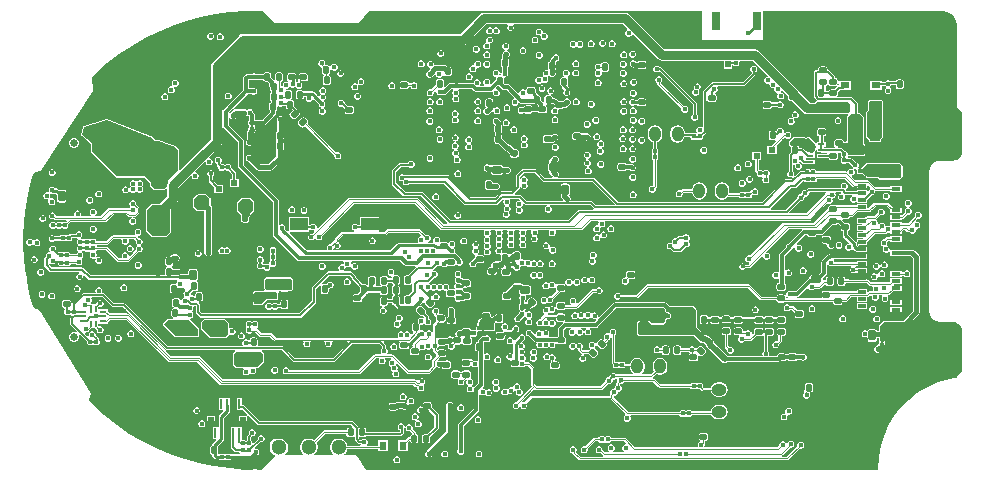
<source format=gbl>
G04*
G04 #@! TF.GenerationSoftware,Altium Limited,Altium Designer,22.2.1 (43)*
G04*
G04 Layer_Physical_Order=8*
G04 Layer_Color=16711680*
%FSLAX25Y25*%
%MOIN*%
G70*
G04*
G04 #@! TF.SameCoordinates,78EA78F8-FF88-446E-916A-2EA80F8DE5DB*
G04*
G04*
G04 #@! TF.FilePolarity,Positive*
G04*
G01*
G75*
%ADD14C,0.01000*%
%ADD15C,0.00787*%
%ADD17C,0.00600*%
%ADD19C,0.00591*%
%ADD22C,0.00400*%
%ADD26R,0.02362X0.01969*%
G04:AMPARAMS|DCode=27|XSize=23.62mil|YSize=19.68mil|CornerRadius=3.94mil|HoleSize=0mil|Usage=FLASHONLY|Rotation=90.000|XOffset=0mil|YOffset=0mil|HoleType=Round|Shape=RoundedRectangle|*
%AMROUNDEDRECTD27*
21,1,0.02362,0.01181,0,0,90.0*
21,1,0.01575,0.01968,0,0,90.0*
1,1,0.00787,0.00591,0.00787*
1,1,0.00787,0.00591,-0.00787*
1,1,0.00787,-0.00591,-0.00787*
1,1,0.00787,-0.00591,0.00787*
%
%ADD27ROUNDEDRECTD27*%
%ADD33R,0.02559X0.01181*%
G04:AMPARAMS|DCode=34|XSize=23.62mil|YSize=19.68mil|CornerRadius=3.94mil|HoleSize=0mil|Usage=FLASHONLY|Rotation=180.000|XOffset=0mil|YOffset=0mil|HoleType=Round|Shape=RoundedRectangle|*
%AMROUNDEDRECTD34*
21,1,0.02362,0.01181,0,0,180.0*
21,1,0.01575,0.01968,0,0,180.0*
1,1,0.00787,-0.00787,0.00591*
1,1,0.00787,0.00787,0.00591*
1,1,0.00787,0.00787,-0.00591*
1,1,0.00787,-0.00787,-0.00591*
%
%ADD34ROUNDEDRECTD34*%
%ADD36R,0.03150X0.05512*%
%ADD37R,0.03150X0.04921*%
%ADD38R,0.05512X0.03150*%
%ADD39R,0.04921X0.03150*%
%ADD55R,0.01968X0.02362*%
%ADD64R,0.04528X0.01181*%
%ADD65R,0.03150X0.01181*%
G04:AMPARAMS|DCode=68|XSize=23.62mil|YSize=19.68mil|CornerRadius=3.94mil|HoleSize=0mil|Usage=FLASHONLY|Rotation=45.000|XOffset=0mil|YOffset=0mil|HoleType=Round|Shape=RoundedRectangle|*
%AMROUNDEDRECTD68*
21,1,0.02362,0.01181,0,0,45.0*
21,1,0.01575,0.01968,0,0,45.0*
1,1,0.00787,0.00974,0.00139*
1,1,0.00787,-0.00139,-0.00974*
1,1,0.00787,-0.00974,-0.00139*
1,1,0.00787,0.00139,0.00974*
%
%ADD68ROUNDEDRECTD68*%
G04:AMPARAMS|DCode=69|XSize=35.43mil|YSize=23.62mil|CornerRadius=4.72mil|HoleSize=0mil|Usage=FLASHONLY|Rotation=270.000|XOffset=0mil|YOffset=0mil|HoleType=Round|Shape=RoundedRectangle|*
%AMROUNDEDRECTD69*
21,1,0.03543,0.01417,0,0,270.0*
21,1,0.02598,0.02362,0,0,270.0*
1,1,0.00945,-0.00709,-0.01299*
1,1,0.00945,-0.00709,0.01299*
1,1,0.00945,0.00709,0.01299*
1,1,0.00945,0.00709,-0.01299*
%
%ADD69ROUNDEDRECTD69*%
%ADD71R,0.03346X0.07874*%
G04:AMPARAMS|DCode=72|XSize=35.43mil|YSize=23.62mil|CornerRadius=4.72mil|HoleSize=0mil|Usage=FLASHONLY|Rotation=180.000|XOffset=0mil|YOffset=0mil|HoleType=Round|Shape=RoundedRectangle|*
%AMROUNDEDRECTD72*
21,1,0.03543,0.01417,0,0,180.0*
21,1,0.02598,0.02362,0,0,180.0*
1,1,0.00945,-0.01299,0.00709*
1,1,0.00945,0.01299,0.00709*
1,1,0.00945,0.01299,-0.00709*
1,1,0.00945,-0.01299,-0.00709*
%
%ADD72ROUNDEDRECTD72*%
%ADD75C,0.00800*%
G04:AMPARAMS|DCode=132|XSize=15mil|YSize=15mil|CornerRadius=3.75mil|HoleSize=0mil|Usage=FLASHONLY|Rotation=180.000|XOffset=0mil|YOffset=0mil|HoleType=Round|Shape=RoundedRectangle|*
%AMROUNDEDRECTD132*
21,1,0.01500,0.00750,0,0,180.0*
21,1,0.00750,0.01500,0,0,180.0*
1,1,0.00750,-0.00375,0.00375*
1,1,0.00750,0.00375,0.00375*
1,1,0.00750,0.00375,-0.00375*
1,1,0.00750,-0.00375,-0.00375*
%
%ADD132ROUNDEDRECTD132*%
G04:AMPARAMS|DCode=133|XSize=15mil|YSize=15mil|CornerRadius=3.75mil|HoleSize=0mil|Usage=FLASHONLY|Rotation=90.000|XOffset=0mil|YOffset=0mil|HoleType=Round|Shape=RoundedRectangle|*
%AMROUNDEDRECTD133*
21,1,0.01500,0.00750,0,0,90.0*
21,1,0.00750,0.01500,0,0,90.0*
1,1,0.00750,0.00375,0.00375*
1,1,0.00750,0.00375,-0.00375*
1,1,0.00750,-0.00375,-0.00375*
1,1,0.00750,-0.00375,0.00375*
%
%ADD133ROUNDEDRECTD133*%
%ADD134C,0.00500*%
%ADD135C,0.00450*%
%ADD136C,0.00380*%
%ADD138C,0.01500*%
%ADD139C,0.01200*%
%ADD141C,0.02000*%
%ADD142C,0.00900*%
%ADD144R,0.00664X0.00522*%
%ADD145R,0.00522X0.00664*%
%ADD146C,0.17717*%
%ADD147C,0.01600*%
%ADD148C,0.05118*%
%ADD149C,0.02638*%
%ADD150C,0.02400*%
%ADD152C,0.01800*%
%ADD153C,0.01400*%
%ADD154O,0.05000X0.04000*%
%ADD155O,0.04000X0.05000*%
G04:AMPARAMS|DCode=156|XSize=23.62mil|YSize=19.68mil|CornerRadius=3.94mil|HoleSize=0mil|Usage=FLASHONLY|Rotation=315.000|XOffset=0mil|YOffset=0mil|HoleType=Round|Shape=RoundedRectangle|*
%AMROUNDEDRECTD156*
21,1,0.02362,0.01181,0,0,315.0*
21,1,0.01575,0.01968,0,0,315.0*
1,1,0.00787,0.00139,-0.00974*
1,1,0.00787,-0.00974,0.00139*
1,1,0.00787,-0.00139,0.00974*
1,1,0.00787,0.00974,-0.00139*
%
%ADD156ROUNDEDRECTD156*%
G04:AMPARAMS|DCode=157|XSize=15mil|YSize=15mil|CornerRadius=3.75mil|HoleSize=0mil|Usage=FLASHONLY|Rotation=45.000|XOffset=0mil|YOffset=0mil|HoleType=Round|Shape=RoundedRectangle|*
%AMROUNDEDRECTD157*
21,1,0.01500,0.00750,0,0,45.0*
21,1,0.00750,0.01500,0,0,45.0*
1,1,0.00750,0.00530,0.00000*
1,1,0.00750,0.00000,-0.00530*
1,1,0.00750,-0.00530,0.00000*
1,1,0.00750,0.00000,0.00530*
%
%ADD157ROUNDEDRECTD157*%
%ADD158R,0.02224X0.00787*%
%ADD159R,0.00984X0.03248*%
%ADD160R,0.01870X0.01181*%
%ADD161R,0.05906X0.04134*%
%ADD162R,0.03150X0.02362*%
%ADD163R,0.02217X0.00866*%
%ADD164R,0.00866X0.02217*%
%ADD165R,0.00866X0.02610*%
%ADD166R,0.02362X0.03150*%
%ADD167R,0.03150X0.06299*%
%ADD168O,0.05000X0.04000*%
%ADD169C,0.03000*%
%ADD170C,0.01600*%
G04:AMPARAMS|DCode=171|XSize=6.64mil|YSize=5.22mil|CornerRadius=0mil|HoleSize=0mil|Usage=FLASHONLY|Rotation=225.000|XOffset=0mil|YOffset=0mil|HoleType=Round|Shape=Rectangle|*
%AMROTATEDRECTD171*
4,1,4,0.00050,0.00419,0.00419,0.00050,-0.00050,-0.00419,-0.00419,-0.00050,0.00050,0.00419,0.0*
%
%ADD171ROTATEDRECTD171*%

G36*
X308869Y155111D02*
X309320Y155106D01*
X310202Y154922D01*
X311032Y154571D01*
X311778Y154066D01*
X312413Y153425D01*
X312910Y152673D01*
X313253Y151840D01*
X313428Y150955D01*
Y150505D01*
X313428Y123639D01*
X313602Y123218D01*
X315246Y121574D01*
Y108609D01*
X315246Y108609D01*
X315246Y108608D01*
X315247Y108264D01*
X315119Y107624D01*
X314869Y107020D01*
X314506Y106476D01*
X314044Y106014D01*
X313500Y105651D01*
X312896Y105401D01*
X312255Y105273D01*
X311928Y105273D01*
X307658Y105274D01*
X307633Y105264D01*
X307608Y105272D01*
X307325Y105248D01*
X307284Y105227D01*
X307238Y105234D01*
X306707Y105109D01*
X306658Y105074D01*
X306597Y105071D01*
X306100Y104845D01*
X306059Y104801D01*
X305999Y104787D01*
X305556Y104468D01*
X305524Y104416D01*
X305469Y104391D01*
X305097Y103991D01*
X305075Y103934D01*
X305026Y103899D01*
X304738Y103435D01*
X304729Y103375D01*
X304687Y103330D01*
X304496Y102819D01*
X304498Y102758D01*
X304466Y102706D01*
X304378Y102167D01*
X304389Y102122D01*
X304371Y102080D01*
X304367Y101807D01*
X304368Y101803D01*
X304367Y101798D01*
X304366Y55135D01*
Y54937D01*
X304381Y54902D01*
X304370Y54865D01*
X304434Y54345D01*
X304477Y54269D01*
X304478Y54183D01*
X304888Y53223D01*
X304970Y53144D01*
X305013Y53038D01*
X305748Y52297D01*
X305853Y52253D01*
X305932Y52171D01*
X306889Y51753D01*
X306975Y51752D01*
X307050Y51708D01*
X307570Y51641D01*
X307610Y51651D01*
X307647Y51636D01*
X311847Y51635D01*
X311880Y51649D01*
X311898Y51642D01*
X311917D01*
X311923Y51640D01*
X311937Y51642D01*
X312225Y51642D01*
D01*
X312753Y51537D01*
X312866Y51514D01*
X313470Y51264D01*
X314014Y50901D01*
X314476Y50439D01*
X314839Y49895D01*
X315089Y49291D01*
X315217Y48650D01*
X315217Y48323D01*
X315216Y35341D01*
X313572Y33697D01*
X313398Y33276D01*
Y32908D01*
X312588Y32819D01*
X309819Y32248D01*
X307116Y31419D01*
X304504Y30338D01*
X302005Y29016D01*
X299642Y27464D01*
X297436Y25696D01*
X295406Y23728D01*
X293571Y21578D01*
X291947Y19264D01*
X290549Y16807D01*
X289388Y14229D01*
X288476Y11553D01*
X287820Y8803D01*
X287426Y6003D01*
X287299Y3179D01*
X287325Y2653D01*
X287049Y2364D01*
X116468Y2362D01*
X113626Y6855D01*
X113570Y6895D01*
X113543Y6958D01*
X113390Y7022D01*
X113253Y7118D01*
X113186Y7106D01*
X113122Y7133D01*
X109505D01*
X109371Y7533D01*
X109471Y7633D01*
X109818Y7980D01*
X110201Y8643D01*
X110346Y9181D01*
X120653D01*
Y8372D01*
X123715D01*
Y12222D01*
X120653D01*
Y10350D01*
X116992D01*
X116826Y10750D01*
X116926Y10850D01*
X116959Y10884D01*
X117134Y11306D01*
Y11764D01*
X116959Y12186D01*
X116636Y12510D01*
X116213Y12685D01*
X115755D01*
X115333Y12510D01*
X115016Y12193D01*
X114524D01*
X114071Y12647D01*
X114103Y13050D01*
X114434Y13236D01*
X114444Y13235D01*
X114724Y13179D01*
X115905D01*
X116196Y13237D01*
X116442Y13401D01*
X116524Y13525D01*
X128010D01*
X128264Y13575D01*
X128479Y13719D01*
X128906Y14145D01*
X129050Y14360D01*
X129100Y14614D01*
Y15685D01*
Y15781D01*
X129282Y15963D01*
X129457Y16385D01*
X129833Y16328D01*
X129833Y16071D01*
X129902Y15905D01*
X130008Y15649D01*
X130332Y15325D01*
X130755Y15150D01*
X131212D01*
X131223Y15155D01*
X131836Y14542D01*
X131818Y14373D01*
X131729Y14084D01*
X131644Y14027D01*
D01*
X131545Y13961D01*
X131381Y13715D01*
X131323Y13425D01*
Y13222D01*
X130823D01*
X130410Y13051D01*
X129581Y12222D01*
X127346D01*
Y8372D01*
X130408D01*
Y11395D01*
X130792Y11780D01*
X130835Y11822D01*
D01*
X130923Y11911D01*
X131107Y11883D01*
X131341Y11762D01*
X131364Y11644D01*
X131381Y11560D01*
X131545Y11314D01*
X131791Y11149D01*
X132081Y11092D01*
X133263D01*
X133553Y11149D01*
X133799Y11314D01*
X133963Y11560D01*
X134021Y11850D01*
Y13425D01*
X133963Y13715D01*
X133799Y13961D01*
X133553Y14125D01*
X133362Y14163D01*
X133256Y14533D01*
D01*
D01*
X133085Y14946D01*
X132083Y15949D01*
X132133Y16071D01*
Y16529D01*
X131958Y16951D01*
X131635Y17275D01*
X131212Y17450D01*
X130755D01*
X130332Y17275D01*
X130008Y16951D01*
X129957Y16827D01*
D01*
X129833Y16529D01*
X129457Y16586D01*
X129457Y16843D01*
X129282Y17266D01*
X128958Y17589D01*
X128536Y17764D01*
X128078D01*
X127656Y17589D01*
X127332Y17266D01*
X127157Y16843D01*
Y16385D01*
X127268Y16117D01*
D01*
X127332Y15963D01*
X127656Y15639D01*
X127775Y15590D01*
Y14889D01*
X127736Y14850D01*
X116664D01*
Y15512D01*
X116606Y15802D01*
X116442Y16048D01*
X116196Y16212D01*
X115905Y16270D01*
X114724D01*
X114544Y16234D01*
D01*
X114444Y16214D01*
X114434Y16213D01*
X114321Y16236D01*
X114020Y16416D01*
X113994Y16546D01*
X113851Y16759D01*
X112205Y18405D01*
X111992Y18548D01*
X111740Y18598D01*
X81164D01*
X75982Y23780D01*
X75734Y23946D01*
X75441Y24004D01*
X75074D01*
Y24178D01*
X75060Y24251D01*
D01*
Y26183D01*
X73375D01*
Y22235D01*
X75059D01*
Y22235D01*
X75060D01*
X75431Y22167D01*
X76966Y20632D01*
X76765Y20268D01*
X76528Y20268D01*
X76489D01*
X76487D01*
X74311D01*
Y18387D01*
X76881D01*
Y19887D01*
X76881Y20152D01*
X77245Y20354D01*
X80149Y17450D01*
X80199Y17399D01*
X80447Y17233D01*
X80740Y17175D01*
X81033Y17233D01*
X81105Y17282D01*
X111468D01*
X112097Y16652D01*
X112012Y16399D01*
X111914Y16270D01*
X110787D01*
X110497Y16212D01*
X110251Y16048D01*
X110087Y15802D01*
X110029Y15512D01*
Y15466D01*
X102650D01*
X102650Y15466D01*
X102236Y15295D01*
X102236Y15295D01*
X99123Y12182D01*
X98614Y12477D01*
X97874Y12675D01*
X97108D01*
X96368Y12477D01*
X95704Y12094D01*
X95163Y11552D01*
X94780Y10889D01*
X94582Y10149D01*
Y9383D01*
X94780Y8643D01*
X95163Y7980D01*
X95610Y7533D01*
X95476Y7133D01*
X89731D01*
X89565Y7533D01*
X89665Y7633D01*
D01*
X90505Y8473D01*
X90505Y10973D01*
X88978Y12500D01*
X85733D01*
X84605Y11373D01*
X84605Y8573D01*
X85878Y7300D01*
X85911D01*
X86064D01*
X86167Y7083D01*
X86198Y6900D01*
X86106Y6800D01*
D01*
X82019Y2369D01*
X78795Y2373D01*
X78758Y2358D01*
X78740Y2365D01*
X78719D01*
X78712Y2367D01*
X78699Y2365D01*
X76184Y2365D01*
X71084Y2707D01*
X66018Y3389D01*
X61010Y4408D01*
X56080Y5760D01*
X51252Y7438D01*
X46547Y9435D01*
X41985Y11742D01*
X37589Y14349D01*
X33376Y17244D01*
X29366Y20415D01*
X25578Y23846D01*
X24051Y25427D01*
X24724Y27727D01*
X24722Y27745D01*
X24733Y27760D01*
X24698Y27969D01*
X24675Y28180D01*
X24661Y28192D01*
X24658Y28209D01*
X7819Y55219D01*
X7670Y55326D01*
X7539Y55455D01*
X5773Y56177D01*
X5324Y57600D01*
X5312Y57645D01*
X4345Y61356D01*
X3558Y65158D01*
X3389Y66249D01*
X2965Y68994D01*
X2964Y69006D01*
X2568Y72855D01*
X2367Y76732D01*
X2364Y80614D01*
X2558Y84492D01*
X2948Y88354D01*
X3534Y92191D01*
X4315Y95994D01*
X5287Y99752D01*
X5727Y101153D01*
X8373Y102187D01*
X8505Y102314D01*
X8656Y102418D01*
X25592Y128498D01*
X25631Y128707D01*
X25681Y128913D01*
X25040Y133050D01*
X26536Y134544D01*
X30294Y137836D01*
X34259Y140875D01*
X38415Y143649D01*
X42743Y146146D01*
X47225Y148354D01*
X51841Y150265D01*
X56573Y151870D01*
X61399Y153162D01*
X66299Y154136D01*
X71253Y154788D01*
X76239Y155115D01*
X78737Y155115D01*
X82221Y155115D01*
X86030Y151306D01*
X86450Y151132D01*
X113901D01*
X113928Y151143D01*
X113956Y151135D01*
X114135Y151229D01*
X114322Y151306D01*
X114333Y151333D01*
X114359Y151347D01*
X117490Y155119D01*
X139190Y155118D01*
X155735D01*
D01*
X203084D01*
D01*
X228621Y155118D01*
Y145537D01*
X248921D01*
Y155118D01*
X308782D01*
X308795Y155116D01*
X308802Y155118D01*
X308822D01*
X308837Y155124D01*
X308869Y155111D01*
D02*
G37*
G36*
X110029Y13937D02*
X110087Y13647D01*
X110251Y13401D01*
X110497Y13237D01*
X110787Y13179D01*
X111969D01*
X112259Y13237D01*
X112328Y13283D01*
X112728Y13070D01*
Y12402D01*
X112778Y12150D01*
X112921Y11936D01*
X113787Y11070D01*
X114000Y10928D01*
X114252Y10877D01*
X114762D01*
X114849Y10750D01*
X114639Y10350D01*
X110346D01*
X110201Y10889D01*
X109818Y11552D01*
X109277Y12094D01*
X108613Y12477D01*
X107874Y12675D01*
X107108D01*
X106368Y12477D01*
X105704Y12094D01*
X105163Y11552D01*
X104780Y10889D01*
X104581Y10149D01*
Y9383D01*
X104780Y8643D01*
X105163Y7980D01*
X105510Y7633D01*
D01*
X105610Y7533D01*
X105476Y7133D01*
X105303D01*
X104991D01*
X99505Y7133D01*
X99371Y7533D01*
X99818Y7980D01*
X100201Y8643D01*
X100400Y9383D01*
Y10149D01*
X100201Y10889D01*
X100097Y11070D01*
X99938Y11344D01*
X102892Y14297D01*
X110029D01*
Y13937D01*
D02*
G37*
%LPC*%
G36*
X64952Y147960D02*
X64495D01*
X64072Y147785D01*
X63748Y147461D01*
X63573Y147039D01*
Y146581D01*
X63748Y146159D01*
X64072Y145835D01*
X64495Y145660D01*
X64952D01*
X65375Y145835D01*
X65698Y146159D01*
X65873Y146581D01*
Y147039D01*
X65698Y147461D01*
X65375Y147785D01*
X64952Y147960D01*
D02*
G37*
G36*
X68142Y147742D02*
X67685D01*
X67262Y147567D01*
X66939Y147243D01*
X66763Y146820D01*
Y146363D01*
X66939Y145940D01*
X67262Y145617D01*
X67685Y145442D01*
X68142D01*
X68565Y145617D01*
X68888Y145940D01*
X69063Y146363D01*
Y146820D01*
X68888Y147243D01*
X68565Y147567D01*
X68142Y147742D01*
D02*
G37*
G36*
X295039Y132372D02*
X293858D01*
X293568Y132315D01*
X293322Y132150D01*
X293158Y131904D01*
X293118Y131706D01*
X291338D01*
X291045Y131999D01*
X290622Y132174D01*
X290165D01*
X289742Y131999D01*
X289419Y131675D01*
X289374Y131568D01*
X288380D01*
Y131989D01*
X284530D01*
Y128927D01*
X288380D01*
Y130243D01*
X289548D01*
X289742Y130049D01*
X289766Y130039D01*
X289810Y129916D01*
X289821Y129583D01*
X289745Y129506D01*
X289576Y129338D01*
X289401Y128915D01*
Y128458D01*
X289576Y128035D01*
X289900Y127711D01*
X290322Y127536D01*
X290780D01*
X291203Y127711D01*
X291526Y128035D01*
X291701Y128458D01*
Y128915D01*
X291526Y129338D01*
X291386Y129478D01*
X291257Y129607D01*
D01*
X291203Y129661D01*
X291179Y129671D01*
X291135Y129794D01*
X291125Y130083D01*
X291414Y130381D01*
X293100D01*
Y130039D01*
X293158Y129749D01*
X293322Y129503D01*
X293568Y129339D01*
X293858Y129281D01*
X295039D01*
X295330Y129339D01*
X295576Y129503D01*
X295740Y129749D01*
X295798Y130039D01*
Y131614D01*
X295740Y131904D01*
X295576Y132150D01*
X295330Y132315D01*
X295039Y132372D01*
D02*
G37*
G36*
X53179Y132240D02*
X52721D01*
X52299Y132065D01*
X51975Y131741D01*
X51800Y131319D01*
Y130861D01*
X51975Y130439D01*
X51983Y130431D01*
X51848Y130152D01*
X51778Y130070D01*
X51351D01*
X50929Y129895D01*
X50605Y129571D01*
X50430Y129149D01*
Y128691D01*
X50605Y128269D01*
X50929Y127945D01*
X51351Y127770D01*
X51809D01*
X52231Y127945D01*
X52555Y128269D01*
X52730Y128691D01*
Y129149D01*
X52555Y129571D01*
X52547Y129579D01*
X52682Y129858D01*
X52752Y129940D01*
X53179D01*
X53601Y130115D01*
X53925Y130439D01*
X54100Y130861D01*
Y131319D01*
X53925Y131741D01*
X53601Y132065D01*
X53179Y132240D01*
D02*
G37*
G36*
X49709Y127790D02*
X49251D01*
X48829Y127615D01*
X48505Y127291D01*
X48330Y126869D01*
Y126411D01*
X48505Y125989D01*
X48829Y125665D01*
X49251Y125490D01*
X49709D01*
X50131Y125665D01*
X50455Y125989D01*
X50630Y126411D01*
Y126869D01*
X50455Y127291D01*
X50131Y127615D01*
X49709Y127790D01*
D02*
G37*
G36*
X288380Y125566D02*
X284589D01*
X284501Y125529D01*
X284406Y125519D01*
X283951Y125268D01*
X283917Y125225D01*
X283866Y125204D01*
X283830Y125116D01*
X283770Y125041D01*
X283776Y124986D01*
X283755Y124936D01*
X283755Y122235D01*
X283157Y121637D01*
X283046Y121369D01*
Y113504D01*
X283157Y113236D01*
X284102Y112291D01*
X284259Y112226D01*
Y111641D01*
X288305D01*
Y112513D01*
X288802Y113010D01*
X288913Y113278D01*
Y124751D01*
X288888Y124811D01*
X288892Y124877D01*
X288738Y125313D01*
X288681Y125376D01*
X288648Y125455D01*
X288588Y125480D01*
X288544Y125529D01*
X288459Y125533D01*
X288380Y125566D01*
D02*
G37*
G36*
X19623Y112833D02*
X18959D01*
X18346Y112579D01*
X17876Y112110D01*
X17622Y111496D01*
Y110832D01*
X17876Y110219D01*
X18346Y109749D01*
X18959Y109495D01*
X19623D01*
X20237Y109749D01*
X20706Y110219D01*
X20960Y110832D01*
Y111496D01*
X20706Y112110D01*
X20237Y112579D01*
X19623Y112833D01*
D02*
G37*
G36*
X202913Y154642D02*
X155905D01*
X155184Y154499D01*
X154572Y154090D01*
X148003Y147521D01*
X75399D01*
X74677Y147378D01*
X74065Y146969D01*
X65399Y138302D01*
X64990Y137690D01*
X64846Y136969D01*
Y112454D01*
X59493Y107100D01*
X59421Y106993D01*
D01*
X58204Y105776D01*
X58097Y105704D01*
X54777Y102384D01*
X54677Y102284D01*
X54277Y102450D01*
X54277Y108898D01*
X54166Y109166D01*
X53216Y110115D01*
X53142Y110146D01*
X53085Y110201D01*
X49298Y111675D01*
X49297Y111675D01*
X49297Y111675D01*
X47565Y112349D01*
X47494Y112348D01*
X47428Y112375D01*
X46218D01*
X46008Y112417D01*
X45861Y112515D01*
X45763Y112662D01*
X45720Y112880D01*
X45696Y112915D01*
X45695Y112958D01*
X45618Y113032D01*
X45559Y113121D01*
X45517Y113129D01*
X45486Y113159D01*
X30316Y119064D01*
X30194Y119061D01*
X30073Y119075D01*
X22445Y116874D01*
X22400Y116839D01*
X22345Y116828D01*
X22291Y116751D01*
X22218Y116693D01*
X22212Y116637D01*
X22179Y116590D01*
X21587Y113862D01*
X21597Y113806D01*
X21580Y113753D01*
X21622Y113669D01*
X21639Y113577D01*
X21685Y113544D01*
X21711Y113494D01*
X24714Y110921D01*
X24816Y108260D01*
X24874Y108135D01*
X24927Y108007D01*
X33123Y99811D01*
X33391Y99700D01*
X42783D01*
X44464Y98020D01*
Y97008D01*
X44575Y96740D01*
X45795Y95520D01*
X46063Y95409D01*
X49057Y95409D01*
X49324Y95520D01*
X49862Y96057D01*
X50232Y95904D01*
Y95774D01*
Y93380D01*
X47875Y91023D01*
X45329Y91023D01*
X45061Y90912D01*
X43315Y89166D01*
X43204Y88898D01*
Y82165D01*
X43315Y81897D01*
X45323Y79890D01*
X45591Y79779D01*
X49764Y79779D01*
X50032Y79890D01*
X51449Y81307D01*
X51560Y81575D01*
X51560Y89373D01*
X53452Y91265D01*
X53861Y91877D01*
X54004Y92598D01*
Y96277D01*
X58113Y100385D01*
X58513Y100219D01*
Y100078D01*
Y100064D01*
X58688Y99641D01*
X59011Y99317D01*
X59434Y99142D01*
X59891D01*
X60314Y99317D01*
X60637Y99641D01*
X60813Y100064D01*
Y100521D01*
X60637Y100944D01*
X60314Y101267D01*
X59891Y101442D01*
X59736D01*
X59570Y101842D01*
X60693Y102965D01*
X60800Y103037D01*
X62160Y104397D01*
X62179Y104425D01*
X62231Y104504D01*
X62661Y104934D01*
X62761Y105034D01*
X63161Y104868D01*
Y104771D01*
X63298Y104441D01*
X63336Y104349D01*
X63660Y104025D01*
X64082Y103850D01*
X64540D01*
X64963Y104025D01*
X65286Y104349D01*
X65461Y104771D01*
Y105229D01*
X65286Y105651D01*
X64963Y105975D01*
X64540Y106150D01*
X64443D01*
X64277Y106550D01*
X68066Y110338D01*
X68475Y110951D01*
X68619Y111672D01*
Y116071D01*
Y116251D01*
X69019Y116373D01*
X69116Y116227D01*
X69118Y116224D01*
X73933Y111410D01*
Y103426D01*
X74007Y103056D01*
X74217Y102741D01*
X82693Y94265D01*
X85522Y91436D01*
Y80557D01*
X85596Y80186D01*
X85806Y79872D01*
X93605Y72072D01*
X93919Y71862D01*
X94290Y71789D01*
X109018D01*
X109273Y71407D01*
X109253Y71311D01*
X109213Y71214D01*
Y71115D01*
X109191Y71007D01*
X108813Y70767D01*
X108713Y70809D01*
X108713Y70809D01*
X108615Y70850D01*
X108157D01*
X107734Y70675D01*
X107411Y70351D01*
X107236Y69928D01*
Y69471D01*
X107411Y69048D01*
X107673Y68786D01*
X107610Y68496D01*
X107550Y68386D01*
X103921D01*
X103628Y68328D01*
X103380Y68162D01*
X98711Y63494D01*
X98545Y63245D01*
X98487Y62953D01*
Y58682D01*
X94294Y54489D01*
X61947D01*
X61246Y55190D01*
Y57157D01*
X61188Y57449D01*
X61022Y57697D01*
X60844Y57876D01*
X60744Y57976D01*
X60909Y58376D01*
X61496D01*
X61786Y58433D01*
X62032Y58598D01*
X62197Y58844D01*
X62254Y59134D01*
Y60709D01*
X62197Y60999D01*
X62032Y61245D01*
X61786Y61409D01*
X61496Y61467D01*
X60315D01*
X60025Y61409D01*
X59779Y61245D01*
X59614Y60999D01*
X59557Y60709D01*
Y60519D01*
X59540Y60496D01*
X59157Y60284D01*
X58903Y60390D01*
X58487D01*
X58409Y60423D01*
X58148Y60660D01*
X58145Y60762D01*
X58118Y60795D01*
Y61003D01*
X58103Y61041D01*
X58136Y61074D01*
X58988Y61926D01*
X59914D01*
X60204Y61984D01*
X60451Y62148D01*
X60615Y62394D01*
X60673Y62684D01*
Y64259D01*
X60615Y64549D01*
X60451Y64795D01*
X60266Y64919D01*
X60197Y65213D01*
X60192Y65370D01*
X60350Y65606D01*
X60414Y65927D01*
Y68526D01*
X60350Y68847D01*
X60168Y69119D01*
X59896Y69300D01*
X59575Y69364D01*
X58158D01*
X57837Y69300D01*
X57565Y69119D01*
X57383Y68847D01*
X57319Y68526D01*
Y67443D01*
X55445D01*
X55192Y67547D01*
X55128D01*
X54861Y67947D01*
X54876Y67986D01*
Y68009D01*
Y68443D01*
X54701Y68866D01*
X54378Y69190D01*
X53955Y69365D01*
X53498D01*
X53475Y69355D01*
X52328D01*
X52315Y69424D01*
X52150Y69670D01*
X51999Y69771D01*
X51904Y69834D01*
X51853Y69845D01*
Y70252D01*
X51904Y70263D01*
X51999Y70325D01*
D01*
X52150Y70427D01*
X52315Y70673D01*
X52372Y70963D01*
Y71513D01*
D01*
X52674Y71815D01*
X53066D01*
X53089Y71805D01*
X53546D01*
X53969Y71980D01*
X54292Y72304D01*
X54467Y72727D01*
Y73184D01*
X54292Y73607D01*
X53969Y73930D01*
X53546Y74105D01*
X53089D01*
X52974Y74058D01*
X52209D01*
X52209Y74058D01*
X51780Y73972D01*
X51416Y73729D01*
X51416Y73729D01*
X50983Y73296D01*
X50433D01*
X50143Y73238D01*
X49897Y73074D01*
X49733Y72828D01*
X49675Y72538D01*
Y70963D01*
X49733Y70673D01*
X49897Y70427D01*
X50143Y70263D01*
X50194Y70252D01*
Y69845D01*
X50143Y69834D01*
X50033Y69761D01*
X49897Y69670D01*
X49733Y69424D01*
X49675Y69134D01*
Y67559D01*
D01*
X49359Y67162D01*
X24759D01*
X22401Y69521D01*
X22153Y69687D01*
X21860Y69745D01*
X11777D01*
X10805Y70717D01*
Y71449D01*
X11205Y71528D01*
X11309Y71278D01*
X11632Y70954D01*
X12055Y70779D01*
X12512D01*
X12935Y70954D01*
X13021Y71040D01*
X13924D01*
Y70964D01*
X13980Y70681D01*
X14140Y70441D01*
X14380Y70281D01*
X14663Y70224D01*
X15413D01*
X15696Y70281D01*
X15740Y70310D01*
X16035Y70408D01*
X16329Y70310D01*
X16373Y70281D01*
X16656Y70224D01*
X17406D01*
X17689Y70281D01*
X17929Y70441D01*
X18089Y70681D01*
X18123Y70851D01*
X19904D01*
X20175Y70579D01*
X20598Y70404D01*
X21056D01*
X21478Y70579D01*
X21802Y70903D01*
X21977Y71325D01*
Y71783D01*
X21802Y72205D01*
Y72205D01*
X21733Y72275D01*
X21826Y72746D01*
X21872Y72765D01*
X22195Y73089D01*
X22370Y73511D01*
Y73969D01*
X22195Y74392D01*
X22027Y74560D01*
X21950Y74637D01*
X21951Y74989D01*
X21983Y75102D01*
X22233Y75352D01*
X22330Y75359D01*
X22651Y75337D01*
X22778Y75146D01*
X22780Y75143D01*
X23020Y74983D01*
X23303Y74927D01*
X24053D01*
X24336Y74983D01*
X24409Y75032D01*
X24594Y74946D01*
X24664Y74479D01*
X24655Y74470D01*
X24497Y74088D01*
X24480Y74048D01*
Y73590D01*
X24655Y73168D01*
X24979Y72844D01*
X25401Y72669D01*
X25859D01*
X26109Y72773D01*
X26415Y72466D01*
X26336Y72276D01*
Y71819D01*
X26511Y71396D01*
X26835Y71072D01*
X27258Y70897D01*
X27715D01*
X28138Y71072D01*
X28461Y71396D01*
X28636Y71819D01*
Y72276D01*
X28461Y72699D01*
X28138Y73022D01*
X27715Y73197D01*
X27258D01*
X27138Y73148D01*
X27007Y73093D01*
X26701Y73400D01*
X26780Y73590D01*
Y74048D01*
X26605Y74470D01*
X26524Y74551D01*
X26453Y74622D01*
X26447Y74641D01*
X26505Y75101D01*
X26569Y75143D01*
Y75143D01*
D01*
X26729Y75383D01*
X26742Y75446D01*
X29775D01*
X33437Y71784D01*
X33858Y71609D01*
X37205D01*
X37626Y71784D01*
X37705Y71862D01*
X40719Y74877D01*
D01*
X40775Y74854D01*
X41233D01*
X41655Y75029D01*
X41979Y75352D01*
X42154Y75775D01*
Y76232D01*
X41979Y76655D01*
X41655Y76979D01*
Y77391D01*
X41747Y77482D01*
X41979Y77715D01*
X42154Y78137D01*
Y78595D01*
X41979Y79017D01*
X41655Y79341D01*
X41233Y79516D01*
X40775D01*
X40763Y79511D01*
X40719Y79493D01*
X40293Y79919D01*
X40471Y80307D01*
X40780D01*
X41203Y80482D01*
X41526Y80805D01*
X41701Y81228D01*
Y81685D01*
X41526Y82108D01*
X41203Y82432D01*
X40780Y82607D01*
X40322D01*
X39900Y82432D01*
X39576Y82108D01*
X39401Y81685D01*
Y81228D01*
X39543Y80886D01*
X39535Y80854D01*
X39405Y80627D01*
X39299Y80517D01*
X32205D01*
X31784Y80342D01*
X29880Y78438D01*
X26707D01*
Y78621D01*
X26651Y78904D01*
X26490Y79144D01*
X26250Y79304D01*
X25967Y79360D01*
X25218D01*
X24935Y79304D01*
D01*
X24890Y79274D01*
X24596Y79176D01*
X24301Y79274D01*
X24257Y79304D01*
X23974Y79360D01*
X23224D01*
X22941Y79304D01*
X22701Y79144D01*
X22694Y79132D01*
D01*
X22641Y79054D01*
X22565Y79021D01*
X22214Y78994D01*
X22166Y79007D01*
X22099Y79074D01*
X21952Y79221D01*
X21635Y79352D01*
X21535Y79682D01*
X21537Y79793D01*
X21723Y79979D01*
X21898Y80401D01*
Y80859D01*
X21723Y81281D01*
X21399Y81605D01*
X20977Y81780D01*
X20519D01*
X20097Y81605D01*
X19773Y81281D01*
X19649Y80981D01*
X18199D01*
X17907Y80923D01*
X17659Y80757D01*
X17504Y80602D01*
X17096D01*
X16813Y80546D01*
D01*
X16769Y80516D01*
X16474Y80419D01*
X16180Y80516D01*
X16135Y80546D01*
X15853Y80602D01*
X15102D01*
X14820Y80546D01*
X14580Y80386D01*
X14420Y80146D01*
X14417Y80135D01*
X12751D01*
X12541Y80345D01*
X12118Y80520D01*
X11661D01*
X11238Y80345D01*
X10915Y80022D01*
X10740Y79599D01*
Y79141D01*
X10915Y78719D01*
X11238Y78395D01*
X11661Y78220D01*
X12118D01*
X12541Y78395D01*
X12751Y78605D01*
X14570D01*
X14580Y78591D01*
X14820Y78430D01*
X15102Y78374D01*
X15853D01*
X16135Y78430D01*
D01*
X16180Y78460D01*
X16474Y78558D01*
X16769Y78460D01*
X16813Y78430D01*
X17096Y78374D01*
X17846D01*
X18129Y78430D01*
X18369Y78591D01*
X18529Y78830D01*
X18585Y79113D01*
Y79452D01*
X20122D01*
X20186Y79465D01*
X20229Y79473D01*
X20513Y79131D01*
X20512Y79083D01*
X20433Y79004D01*
X20366Y78938D01*
X20326Y78897D01*
X20151Y78475D01*
Y78017D01*
X20326Y77594D01*
X20521Y77400D01*
X20606Y77144D01*
X20520Y76892D01*
X20448Y76819D01*
D01*
X20411Y76783D01*
X20324Y76696D01*
X20149Y76273D01*
Y75816D01*
X20324Y75393D01*
X20569Y75148D01*
X20569Y74796D01*
X20537Y74683D01*
X20460Y74606D01*
D01*
X20246Y74392D01*
X20222Y74335D01*
X17903D01*
X17860Y74555D01*
X17699Y74795D01*
X17460Y74956D01*
X17177Y75012D01*
X16427D01*
X16144Y74956D01*
X15904Y74795D01*
X15706D01*
X15510Y74926D01*
D01*
X15466Y74956D01*
X15183Y75012D01*
X14433D01*
X14150Y74956D01*
X14022Y74870D01*
X13297Y75595D01*
X13298Y75596D01*
Y76054D01*
X13123Y76477D01*
X12800Y76800D01*
X12377Y76975D01*
X11919D01*
X11497Y76800D01*
X11173Y76477D01*
X10998Y76054D01*
Y75596D01*
X11100Y75351D01*
D01*
X11141Y75251D01*
X11028Y74981D01*
X10931Y74851D01*
X10756D01*
X10333Y74676D01*
X10009Y74352D01*
X9834Y73930D01*
Y73472D01*
X9851Y73432D01*
X9499Y73081D01*
X9334Y72833D01*
X9275Y72540D01*
Y70400D01*
X9334Y70107D01*
X9499Y69859D01*
X10919Y68439D01*
X11167Y68274D01*
X11460Y68215D01*
X20768D01*
X20834Y67843D01*
X20412Y67668D01*
X20088Y67344D01*
X19913Y66922D01*
Y66464D01*
X20088Y66041D01*
X20412Y65718D01*
X20834Y65543D01*
X21292D01*
X21714Y65718D01*
X22038Y66041D01*
X22213Y66464D01*
Y66839D01*
Y66922D01*
X22172Y67021D01*
X22511Y67248D01*
X22675Y67084D01*
X23902Y65857D01*
X24150Y65691D01*
X24443Y65633D01*
X53602D01*
X53706Y65389D01*
X53724Y65233D01*
X53624Y65133D01*
X53434Y64943D01*
X53259Y64520D01*
Y64299D01*
X53071Y64144D01*
X51890D01*
X51600Y64086D01*
X51354Y63922D01*
X51189Y63676D01*
X51131Y63386D01*
Y61811D01*
X51189Y61521D01*
X51354Y61275D01*
X51600Y61111D01*
X51890Y61053D01*
X53071D01*
X53361Y61111D01*
X53565Y61247D01*
X54834D01*
X54949Y61199D01*
X55406D01*
X55479Y61229D01*
X55637Y61124D01*
X55818Y60937D01*
Y60829D01*
Y60546D01*
X55884Y60386D01*
X55994Y60123D01*
X56023Y60093D01*
X55992Y59918D01*
X55885Y59666D01*
X55785Y59624D01*
D01*
X55530Y59518D01*
X55206Y59195D01*
X55123Y58994D01*
D01*
X55031Y58772D01*
X54649Y58815D01*
X54598Y59070D01*
X54434Y59316D01*
X54188Y59480D01*
X53898Y59538D01*
X52716D01*
X52426Y59480D01*
X52180Y59316D01*
X52016Y59070D01*
X51958Y58780D01*
Y57205D01*
X52016Y56915D01*
X52180Y56669D01*
X52261Y56615D01*
X52411Y56515D01*
X52416Y56443D01*
X52358Y56110D01*
X52148Y56068D01*
X51902Y55904D01*
X51737Y55658D01*
X51680Y55367D01*
Y53793D01*
X51737Y53502D01*
X51902Y53256D01*
X52134Y53101D01*
X52140Y53071D01*
X52062Y52701D01*
X51832D01*
X50703D01*
X50435Y52591D01*
X48912Y51068D01*
X48801Y50800D01*
X48912Y50532D01*
X50700Y48744D01*
X50763Y48650D01*
X50791Y48608D01*
X50927Y48517D01*
X52892Y46552D01*
X53160Y46441D01*
X60481Y46441D01*
X60749Y46552D01*
X60860Y46820D01*
X60860Y49324D01*
X60749Y49592D01*
X58066Y52275D01*
X57966Y52375D01*
X58102Y52775D01*
X58525Y52950D01*
X58849Y53274D01*
X59024Y53697D01*
Y54154D01*
X58849Y54577D01*
X58712Y54713D01*
X58647Y54778D01*
X58539Y54951D01*
X58634Y55288D01*
X58711Y55364D01*
X58770Y55424D01*
X58945Y55847D01*
Y56304D01*
X58880Y56461D01*
X59148Y56861D01*
X59696D01*
X59717Y56840D01*
Y56453D01*
Y54873D01*
X59775Y54580D01*
X59941Y54332D01*
X61089Y53183D01*
X61338Y53018D01*
X61630Y52959D01*
X94611D01*
X94903Y53018D01*
X95151Y53183D01*
X99793Y57825D01*
X99958Y58073D01*
X100017Y58365D01*
Y62636D01*
X101049Y63668D01*
X101409Y63462D01*
X101373Y63286D01*
X101373Y63285D01*
Y61710D01*
X101431Y61420D01*
X101595Y61174D01*
X101841Y61009D01*
X102131Y60952D01*
X103313D01*
X103603Y61009D01*
X103849Y61174D01*
X104013Y61420D01*
X104071Y61710D01*
Y62696D01*
X104228D01*
X104386Y62728D01*
X104792D01*
X105214Y62903D01*
X105214D01*
X105538Y63226D01*
X105713Y63649D01*
Y64106D01*
X105538Y64529D01*
X105214Y64852D01*
X104792Y65028D01*
X104334D01*
X103911Y64852D01*
X103588Y64529D01*
X103543Y64420D01*
X103259Y64363D01*
X102978Y64176D01*
X102845Y64043D01*
X102131D01*
X102130Y64043D01*
X101954Y64008D01*
X101748Y64367D01*
X104237Y66857D01*
X111075D01*
X111831Y66101D01*
Y66057D01*
X111890Y65764D01*
X112055Y65516D01*
X114610Y62962D01*
D01*
D01*
Y62243D01*
X114604Y62213D01*
Y61765D01*
X113622Y60783D01*
X112803D01*
X112513Y60725D01*
X112267Y60561D01*
X112103Y60315D01*
X112045Y60025D01*
Y58844D01*
X112103Y58554D01*
X112267Y58308D01*
X112513Y58143D01*
X112803Y58086D01*
X114378D01*
X114668Y58143D01*
X114914Y58308D01*
X115078Y58554D01*
X115136Y58844D01*
Y59269D01*
X115172Y59304D01*
X116432Y60565D01*
X116432Y60565D01*
X116664Y60912D01*
X116677Y60977D01*
X116840Y61009D01*
X117086Y61174D01*
X117214Y61365D01*
X118051D01*
X118093Y61347D01*
X118551D01*
X118594Y61365D01*
X120119D01*
X120162Y61347D01*
X120619D01*
X120662Y61365D01*
X121140D01*
X121195Y61086D01*
X121360Y60840D01*
X121606Y60676D01*
X121896Y60618D01*
X123077D01*
X123367Y60676D01*
X123613Y60840D01*
X123777Y61086D01*
X123835Y61377D01*
Y62951D01*
X123777Y63241D01*
D01*
X123613Y63487D01*
X123610Y63489D01*
X123608Y63496D01*
X123638Y63952D01*
X123718Y64005D01*
X123882Y64251D01*
X123940Y64541D01*
Y64563D01*
X125151D01*
X125174Y64446D01*
X125339Y64200D01*
X125563Y64050D01*
X125569Y63931D01*
X125524Y63640D01*
X125435Y63580D01*
D01*
X125297Y63487D01*
X125132Y63241D01*
X125075Y62951D01*
Y61377D01*
X125132Y61086D01*
X125297Y60840D01*
X125399Y60772D01*
D01*
X125490Y60711D01*
X125513Y60632D01*
X125524Y60490D01*
X125503Y60276D01*
X125354Y60176D01*
X125189Y59930D01*
X125132Y59640D01*
Y59318D01*
X123753D01*
X123727Y59448D01*
X123563Y59694D01*
X123317Y59859D01*
X123027Y59917D01*
X121846D01*
X121556Y59859D01*
X121310Y59694D01*
X121145Y59448D01*
X121088Y59158D01*
Y57583D01*
X121145Y57293D01*
X121310Y57047D01*
X121556Y56883D01*
X121644Y56865D01*
D01*
X121820Y56830D01*
X121843Y56795D01*
X121842Y56406D01*
X121654Y56328D01*
X121639Y56322D01*
X121316Y55999D01*
X121253Y55848D01*
D01*
X121141Y55576D01*
Y55119D01*
X121316Y54696D01*
X121639Y54372D01*
X122062Y54197D01*
X122519D01*
X122942Y54372D01*
X123266Y54696D01*
X123441Y55119D01*
Y55576D01*
X123266Y55999D01*
X122942Y56322D01*
X122693Y56425D01*
X122773Y56825D01*
X123027D01*
X123317Y56883D01*
X123563Y57047D01*
X123727Y57293D01*
X123785Y57583D01*
Y57789D01*
X125187D01*
X125189Y57775D01*
X125354Y57529D01*
X125600Y57365D01*
X125890Y57307D01*
X125923D01*
X125964Y57099D01*
X126152Y56818D01*
X126972Y55998D01*
X127253Y55810D01*
X127585Y55744D01*
X132576D01*
X132873Y55803D01*
X132908Y55810D01*
X133064Y55914D01*
X133352Y55626D01*
X133291Y55533D01*
X133233Y55243D01*
X133291Y54953D01*
X133455Y54707D01*
X134569Y53594D01*
X134815Y53429D01*
X135105Y53372D01*
X135395Y53429D01*
X135580Y53553D01*
X136149Y52984D01*
X136121Y52732D01*
X135705Y52609D01*
X135542Y52772D01*
X135119Y52947D01*
X134662D01*
X134662D01*
X134239Y52772D01*
X133916Y52449D01*
X133741Y52026D01*
Y51569D01*
D01*
X133426Y51343D01*
X132668D01*
X132378Y51285D01*
X132132Y51121D01*
X131968Y50875D01*
X131910Y50585D01*
Y49010D01*
X131968Y48720D01*
X132132Y48474D01*
Y48474D01*
X132157Y47977D01*
X131713Y47532D01*
X131270Y47655D01*
X131168Y47901D01*
X130844Y48224D01*
X130422Y48400D01*
X129964D01*
X129542Y48224D01*
X129474Y48157D01*
X129215Y47904D01*
X128952Y48157D01*
X128886Y48222D01*
X128464Y48397D01*
X128006D01*
X127584Y48222D01*
X127260Y47899D01*
X127085Y47476D01*
Y47019D01*
X127182Y46785D01*
D01*
X127223Y46685D01*
X127049Y46285D01*
X125470D01*
X125448Y46294D01*
X86491D01*
X85050Y47735D01*
X84610Y47917D01*
X81624D01*
X80401Y49141D01*
X80386Y49147D01*
X80330Y49170D01*
D01*
X80169Y49237D01*
X80210Y49653D01*
X80226Y49656D01*
X80466Y49816D01*
X80626Y50056D01*
X80682Y50339D01*
Y51089D01*
X80626Y51372D01*
X80466Y51611D01*
X80226Y51772D01*
X79943Y51828D01*
X79193D01*
X78910Y51772D01*
X78670Y51611D01*
X78472D01*
X78232Y51772D01*
X77949Y51828D01*
X77199D01*
X76916Y51772D01*
X76676Y51611D01*
X76516Y51372D01*
X76460Y51089D01*
Y50339D01*
X76516Y50056D01*
X76676Y49816D01*
X76711Y49462D01*
X76666Y49416D01*
X76490Y48994D01*
Y48536D01*
X76666Y48113D01*
X76989Y47790D01*
X77412Y47615D01*
X77869D01*
X78292Y47790D01*
X78580Y48078D01*
X79703D01*
X80926Y46855D01*
X81366Y46673D01*
X84352D01*
X85794Y45232D01*
X86234Y45049D01*
X95479D01*
X95747Y44649D01*
X95705Y44549D01*
X95695Y44525D01*
Y44068D01*
X95871Y43645D01*
X96194Y43322D01*
X96617Y43147D01*
X97074D01*
X97497Y43322D01*
X97820Y43645D01*
X97995Y44068D01*
Y44525D01*
X97944Y44649D01*
X98211Y45049D01*
X102665D01*
X102933Y44649D01*
X102891Y44549D01*
X102881Y44523D01*
Y44065D01*
X103056Y43643D01*
X103379Y43319D01*
X103802Y43144D01*
X104259D01*
X104682Y43319D01*
X105006Y43643D01*
X105181Y44065D01*
Y44523D01*
X105128Y44649D01*
X105396Y45049D01*
X110354D01*
X110507Y44680D01*
X110415Y44587D01*
D01*
X105453Y39626D01*
X92867D01*
X89183Y43310D01*
X88724Y43500D01*
X80662D01*
X80590Y43556D01*
X80376Y43900D01*
X80404Y44038D01*
Y45613D01*
X80346Y45903D01*
X80182Y46149D01*
X79936Y46314D01*
X79646Y46371D01*
X78464D01*
X78174Y46314D01*
X77928Y46149D01*
X77764Y45903D01*
X77706Y45613D01*
Y45431D01*
X77306Y45353D01*
X77097Y45562D01*
X76674Y45737D01*
X76217D01*
X76179Y45721D01*
Y45721D01*
X75864Y45591D01*
X75685Y45934D01*
X75896Y46145D01*
X75896D01*
X76009Y46258D01*
X76184Y46680D01*
Y47138D01*
X76009Y47561D01*
X75685Y47884D01*
X75263Y48059D01*
X74805D01*
X74383Y47884D01*
X74059Y47561D01*
X73884Y47138D01*
Y46680D01*
X74059Y46258D01*
X74383Y45934D01*
X74805Y45759D01*
X75263D01*
X75300Y45775D01*
Y45775D01*
X75615Y45905D01*
X75794Y45562D01*
X75583Y45351D01*
X75583D01*
X75471Y45238D01*
X75296Y44815D01*
Y44358D01*
X75441Y44007D01*
X75471Y43935D01*
X75506Y43900D01*
X75340Y43500D01*
X50478D01*
X36275Y57703D01*
X35816Y57894D01*
X32566D01*
X29489Y60971D01*
X29030Y61161D01*
X28758D01*
X28507Y61561D01*
X28591Y61764D01*
Y62221D01*
X28416Y62644D01*
X28092Y62968D01*
X27670Y63143D01*
X27212D01*
X26790Y62968D01*
X26466Y62644D01*
X26291Y62221D01*
Y61764D01*
X26375Y61561D01*
X26123Y61161D01*
X22323D01*
X21864Y60971D01*
X18832Y57939D01*
X18825Y57922D01*
X18817Y57904D01*
X18717Y57662D01*
X18317Y57742D01*
Y58003D01*
Y58150D01*
X18260Y58440D01*
X18095Y58686D01*
X17849Y58850D01*
X17559Y58908D01*
X15984D01*
X15694Y58850D01*
X15448Y58686D01*
X15284Y58440D01*
X15226Y58150D01*
Y56968D01*
X15284Y56678D01*
X15448Y56432D01*
X15694Y56268D01*
X15984Y56210D01*
X16005D01*
X16111Y56017D01*
X16166Y55810D01*
X16099Y55710D01*
X16038Y55619D01*
X15982Y55336D01*
Y54586D01*
X16038Y54303D01*
X16198Y54063D01*
X16438Y53903D01*
X16721Y53846D01*
X17471D01*
X17754Y53903D01*
X17993Y54063D01*
X18192D01*
X18362Y53949D01*
X18453Y53644D01*
X18467Y53488D01*
X18153Y53175D01*
X18010Y52960D01*
X17959Y52706D01*
Y50989D01*
X18010Y50736D01*
X18153Y50521D01*
X20224Y48450D01*
X19997Y48111D01*
X19756Y48211D01*
X19623Y48266D01*
X18959D01*
X18346Y48012D01*
X17876Y47543D01*
X17622Y46929D01*
Y46265D01*
X17876Y45652D01*
X18346Y45182D01*
X18959Y44928D01*
X19623D01*
X20237Y45182D01*
X20706Y45652D01*
X20960Y46265D01*
Y46929D01*
X20805Y47303D01*
X21145Y47530D01*
X21329Y47345D01*
X23537Y45138D01*
Y44586D01*
X23593Y44303D01*
X23753Y44063D01*
X23993Y43903D01*
X24276Y43846D01*
X25026D01*
X25309Y43903D01*
X25548Y44063D01*
X25747D01*
X25986Y43903D01*
X26269Y43846D01*
X27019D01*
X27302Y43903D01*
X27542Y44063D01*
X27702Y44303D01*
X27758Y44586D01*
Y45336D01*
X27702Y45619D01*
X27542Y45858D01*
X27458Y45914D01*
X27422Y46097D01*
X27256Y46345D01*
X26426Y47175D01*
Y47473D01*
X26250Y47896D01*
X25927Y48219D01*
X25504Y48394D01*
X25047D01*
X24624Y48219D01*
X24301Y47896D01*
X24126Y47473D01*
Y47015D01*
X24144Y46970D01*
X23805Y46743D01*
X23664Y46885D01*
X22986Y47563D01*
X22861Y47687D01*
X23052Y48063D01*
X23378D01*
X23801Y48238D01*
X24125Y48561D01*
X24198Y48739D01*
X24278Y48772D01*
X24894Y49388D01*
X25586Y49388D01*
X26267Y49388D01*
X26763Y48892D01*
Y48731D01*
X26939Y48308D01*
X27262Y47985D01*
X27685Y47809D01*
X28142D01*
X28565Y47985D01*
X28888Y48308D01*
X29063Y48731D01*
Y49188D01*
X28888Y49611D01*
X28565Y49934D01*
X28142Y50109D01*
X27685D01*
X27463Y50018D01*
X27161Y50265D01*
Y50782D01*
X27459Y51028D01*
X27561Y51028D01*
X30376D01*
Y51609D01*
X31076Y52310D01*
X36440D01*
X50380Y38370D01*
X50821Y38188D01*
X60170D01*
X67758Y30600D01*
X68198Y30417D01*
X132305D01*
X132783Y29939D01*
X133223Y29757D01*
X133586D01*
X133624Y29720D01*
Y29413D01*
X133799Y28991D01*
X134122Y28667D01*
X134545Y28492D01*
X135002D01*
X135425Y28667D01*
X135749Y28991D01*
X135924Y29413D01*
Y29871D01*
X135896Y29937D01*
X135783Y30210D01*
X135749Y30294D01*
X135682Y30360D01*
X135715Y30527D01*
X135812Y30795D01*
X136081Y31064D01*
X136256Y31487D01*
Y31944D01*
X136081Y32367D01*
X135758Y32690D01*
X135335Y32865D01*
X134877D01*
X134455Y32690D01*
X134131Y32367D01*
X134059Y32192D01*
X133587Y32098D01*
X133355Y32330D01*
X132915Y32512D01*
X68808D01*
X61220Y40100D01*
X60780Y40282D01*
X51430D01*
X49757Y41956D01*
X49984Y42295D01*
X50209Y42201D01*
X72826D01*
X72841Y42177D01*
X72948Y41801D01*
X72848Y41701D01*
X72221Y41074D01*
X72110Y40807D01*
X72110Y37432D01*
X72221Y37164D01*
X73118Y36268D01*
X73386Y36157D01*
X75705D01*
X75871Y35757D01*
X75771Y35657D01*
X75690Y35576D01*
X75515Y35153D01*
Y34695D01*
X75690Y34273D01*
X76014Y33949D01*
X76436Y33774D01*
X76894D01*
X77316Y33949D01*
X77640Y34273D01*
X78010Y34346D01*
X78067Y34290D01*
X78490Y34114D01*
X78947D01*
X79370Y34290D01*
X79693Y34613D01*
X79868Y35036D01*
Y35493D01*
X79759Y35757D01*
X79975Y36157D01*
X80362D01*
X80630Y36268D01*
X82379Y38016D01*
X82489Y38284D01*
X82489Y41025D01*
X82379Y41293D01*
X81870Y41801D01*
X81977Y42177D01*
X81993Y42201D01*
X88455D01*
X92139Y38517D01*
X92598Y38327D01*
X105722D01*
X106182Y38517D01*
X111811Y44146D01*
X121077D01*
X121942Y43281D01*
Y42833D01*
X121940Y42832D01*
X121695Y42587D01*
X121616Y42509D01*
X121441Y42086D01*
Y41629D01*
X121553Y41359D01*
D01*
X121595Y41259D01*
X121509Y41035D01*
X121398Y40859D01*
X119488D01*
X119048Y40676D01*
X113797Y35425D01*
X91012D01*
Y35493D01*
X90837Y35916D01*
X90514Y36239D01*
X90091Y36414D01*
X89634D01*
X89211Y36239D01*
X88887Y35916D01*
X88712Y35493D01*
Y35036D01*
X88887Y34613D01*
X89211Y34290D01*
X89634Y34114D01*
X90091D01*
X90443Y34260D01*
D01*
X90635Y34181D01*
X114055D01*
X114495Y34363D01*
X119746Y39614D01*
X120743D01*
X120858Y39421D01*
X120935Y39214D01*
X120894Y39114D01*
D01*
X120779Y38837D01*
Y38380D01*
X120954Y37957D01*
X121278Y37633D01*
X121700Y37458D01*
X122158D01*
X122581Y37633D01*
X122904Y37957D01*
X123079Y38380D01*
Y38837D01*
X123071Y38856D01*
X122965Y39114D01*
D01*
X122923Y39214D01*
X123001Y39421D01*
X123116Y39614D01*
X124695D01*
X124844Y39455D01*
X124773Y39022D01*
X124545Y38928D01*
X124222Y38604D01*
X124047Y38181D01*
Y37724D01*
X124222Y37301D01*
X124545Y36978D01*
X124618Y36948D01*
X124837Y36433D01*
X124820Y36391D01*
Y36391D01*
Y35934D01*
X124995Y35511D01*
X125318Y35188D01*
Y35188D01*
X125422Y34712D01*
X125383Y34620D01*
D01*
X125339Y34512D01*
Y34054D01*
X125514Y33631D01*
X125837Y33308D01*
X126260Y33133D01*
X126717D01*
X127140Y33308D01*
X127463Y33631D01*
X127639Y34054D01*
Y34512D01*
X127463Y34934D01*
X127140Y35258D01*
D01*
Y35258D01*
X127037Y35733D01*
X127120Y35934D01*
Y36391D01*
X126945Y36814D01*
X126621Y37137D01*
X126535Y37508D01*
X127016Y37562D01*
X130176Y34402D01*
X130616Y34220D01*
X137402D01*
X137842Y34402D01*
X139721Y36281D01*
X139723Y36286D01*
X139754Y36362D01*
D01*
X139796Y36462D01*
X140267Y36556D01*
X140289Y36534D01*
X140712Y36359D01*
X141169D01*
X141238Y36388D01*
X141831D01*
X141958Y36197D01*
X142204Y36033D01*
X142494Y35975D01*
X144069D01*
X144360Y36033D01*
X144606Y36197D01*
X144770Y36443D01*
X144828Y36733D01*
Y37914D01*
X144770Y38204D01*
X144606Y38450D01*
X144360Y38615D01*
X144069Y38673D01*
X144014D01*
X143940Y38722D01*
X143510Y38807D01*
X143081Y38722D01*
X143007Y38673D01*
X142494D01*
X142285Y38631D01*
X141238D01*
X141169Y38659D01*
X140783D01*
X140645Y38856D01*
X140586Y39029D01*
X140771Y39214D01*
X141270Y39712D01*
X142520D01*
X142810Y39770D01*
X143056Y39934D01*
X143220Y40180D01*
X143278Y40470D01*
Y41652D01*
X143220Y41942D01*
X143056Y42188D01*
X142810Y42352D01*
X142520Y42410D01*
X140945D01*
X140884Y42398D01*
X140751Y42371D01*
X140655Y42352D01*
X140578Y42301D01*
X140351Y42369D01*
X140234Y42818D01*
X140362Y42946D01*
X140537Y43369D01*
D01*
D01*
D01*
X140937Y43651D01*
X140945Y43649D01*
X142520D01*
X142810Y43707D01*
X143056Y43871D01*
X143194Y44078D01*
X143646D01*
X143868Y43746D01*
X143864Y43736D01*
Y43279D01*
X144039Y42856D01*
X144363Y42533D01*
X144785Y42358D01*
X145243D01*
X145666Y42533D01*
X145989Y42856D01*
X146164Y43279D01*
Y43736D01*
D01*
D01*
X146454Y44021D01*
X147691D01*
X147981Y44079D01*
X148227Y44243D01*
X148305Y44361D01*
X148309Y44366D01*
X148388Y44484D01*
X148412Y44488D01*
X148797Y44478D01*
X148815Y44385D01*
X148923Y44224D01*
X148980Y44139D01*
X149226Y43975D01*
X149516Y43917D01*
X151091D01*
X151381Y43975D01*
X151627Y44139D01*
X151791Y44385D01*
X151849Y44675D01*
Y45856D01*
X151791Y46147D01*
X151627Y46393D01*
X151466Y46500D01*
X151468Y46678D01*
X151857Y46846D01*
X151875Y46843D01*
X152263Y46683D01*
D01*
X152285Y46673D01*
X152743D01*
X153166Y46848D01*
X153489Y47172D01*
X153664Y47594D01*
Y48052D01*
X153553Y48320D01*
X153862Y48620D01*
X153993Y48566D01*
X154138Y48505D01*
X154596D01*
X155019Y48680D01*
X155127Y48789D01*
X155731D01*
X155770Y48750D01*
X156192Y48575D01*
X156650D01*
X156944Y48697D01*
X157701D01*
X157767Y48631D01*
X158189Y48456D01*
X158647D01*
X159070Y48631D01*
X159393Y48955D01*
X159568Y49378D01*
Y49690D01*
X159569Y49693D01*
X159619Y49947D01*
Y51057D01*
Y51210D01*
X159622Y51212D01*
X159706Y51293D01*
X160141Y51309D01*
X160432Y51252D01*
X161613D01*
X161903Y51309D01*
X162149Y51474D01*
X162313Y51720D01*
X162371Y52010D01*
Y53585D01*
X162330Y53787D01*
X162323Y53823D01*
X162313Y53875D01*
X162149Y54121D01*
X161903Y54285D01*
X161613Y54343D01*
X160432D01*
X160141Y54285D01*
X159964Y54167D01*
X159895Y54121D01*
X159731Y53875D01*
X159709Y53766D01*
X159580D01*
X159210Y53692D01*
X158895Y53482D01*
X158823Y53410D01*
X158527Y53114D01*
X158226Y53378D01*
Y53520D01*
Y54066D01*
X158168Y54356D01*
X158004Y54602D01*
X157758Y54767D01*
X157468Y54825D01*
X155893D01*
X155603Y54767D01*
X155357Y54602D01*
X155192Y54356D01*
X155134Y54066D01*
Y53353D01*
X154395Y52614D01*
X153869Y52087D01*
X153681Y51806D01*
X153615Y51474D01*
Y50530D01*
X153392Y50307D01*
X153217Y49884D01*
Y49426D01*
X153328Y49158D01*
X153019Y48859D01*
X152743Y48973D01*
X152448D01*
X152304Y49002D01*
X151498D01*
X151488Y49049D01*
X151324Y49295D01*
X151078Y49460D01*
X150788Y49518D01*
X149213D01*
X148923Y49460D01*
X148677Y49295D01*
X148513Y49049D01*
X148471Y48842D01*
X147680D01*
X147680Y48842D01*
X147251Y48757D01*
X147040Y48616D01*
X146838Y48532D01*
X146515Y48209D01*
X146340Y47786D01*
Y47329D01*
X146427Y47119D01*
X146180Y46719D01*
X146116D01*
X145826Y46661D01*
X145580Y46496D01*
X145386Y46477D01*
X145223Y46640D01*
X144801Y46815D01*
X144343D01*
X143921Y46640D01*
X143602Y46322D01*
X142647D01*
X142520Y46347D01*
X140945D01*
X140655Y46289D01*
X140426Y46136D01*
X140328Y46156D01*
X140025Y46271D01*
Y50039D01*
X141352Y51366D01*
X142283D01*
X142574Y51424D01*
X142820Y51588D01*
X142984Y51834D01*
X143042Y52124D01*
Y53293D01*
Y53305D01*
X142984Y53595D01*
X142820Y53841D01*
X142574Y54006D01*
X142283Y54063D01*
X140942D01*
X140723Y54409D01*
X140739Y54425D01*
X140914Y54848D01*
Y55306D01*
X140739Y55728D01*
X140415Y56052D01*
X139992Y56227D01*
X139535D01*
X139112Y56052D01*
X138789Y55728D01*
X138614Y55306D01*
Y54848D01*
X138789Y54425D01*
X139112Y54102D01*
X139233Y54052D01*
X139324Y53833D01*
X139950Y53206D01*
Y52124D01*
X140008Y51834D01*
X140029Y51803D01*
X138963Y50737D01*
X138781Y50297D01*
Y48393D01*
X138609Y48309D01*
X138381Y48270D01*
X138281Y48370D01*
X138106Y48545D01*
X137683Y48720D01*
X137225D01*
X136803Y48545D01*
X136592Y48335D01*
X136355Y48256D01*
X136091Y48329D01*
X136014Y48406D01*
X135888Y48532D01*
X135465Y48707D01*
X135008D01*
X134951Y48684D01*
X134600Y48971D01*
X134608Y49010D01*
Y49083D01*
Y50185D01*
Y50278D01*
X134654Y50592D01*
X134997Y50647D01*
X135119D01*
X135542Y50822D01*
X135648Y50929D01*
X136098Y50888D01*
X136098D01*
X136422Y50564D01*
X136844Y50389D01*
X137302D01*
X137725Y50564D01*
X138048Y50888D01*
X138223Y51311D01*
Y51768D01*
X138048Y52191D01*
X137725Y52514D01*
X137545Y52589D01*
Y53188D01*
X137494Y53442D01*
X137350Y53657D01*
X137075Y53932D01*
X136517Y54490D01*
X136530Y54509D01*
X136641Y54675D01*
X136698Y54965D01*
X136641Y55255D01*
X136476Y55501D01*
X135363Y56615D01*
X135117Y56779D01*
X134826Y56837D01*
X134536Y56779D01*
X134536Y56779D01*
X134281Y57090D01*
X134466Y57275D01*
D01*
X135129Y57938D01*
X135345Y57981D01*
X135440Y58044D01*
X135639Y58177D01*
X135880Y58087D01*
X136024Y57990D01*
X136044Y57892D01*
X136075Y57737D01*
X136239Y57491D01*
X137353Y56378D01*
X137599Y56213D01*
X137889Y56155D01*
X138179Y56213D01*
X138425Y56378D01*
X139260Y57213D01*
X139424Y57459D01*
X139482Y57749D01*
X139424Y58039D01*
X139260Y58285D01*
X138545Y59000D01*
X138574Y59240D01*
X138930Y59304D01*
X138984Y59305D01*
X139300Y58989D01*
X139300D01*
X139722Y58814D01*
X140180D01*
X140603Y58989D01*
X140926Y59313D01*
X141101Y59736D01*
Y60193D01*
X140926Y60616D01*
X140603Y60939D01*
X140180Y61114D01*
X139722D01*
X139300Y60939D01*
X138976Y60616D01*
X138818Y60233D01*
X138725Y60201D01*
X138679Y60193D01*
X138401Y60191D01*
X138290Y60357D01*
X137036Y61611D01*
X137202Y62011D01*
X137286D01*
X137326Y62028D01*
D01*
X137709Y62186D01*
X137730Y62208D01*
X137834Y62312D01*
X138103Y62467D01*
X138357Y62312D01*
X138461Y62208D01*
X138490Y62179D01*
X138912Y62004D01*
X139370D01*
X139793Y62179D01*
X139880Y62267D01*
X140141Y62482D01*
X140402Y62267D01*
X140468Y62201D01*
X140490Y62179D01*
X140912Y62004D01*
X141370D01*
X141793Y62179D01*
X141821Y62208D01*
X141886Y62273D01*
X142148Y62478D01*
X142409Y62273D01*
X142474Y62208D01*
D01*
X142503Y62179D01*
X142925Y62004D01*
X143209Y61732D01*
Y60551D01*
X143267Y60260D01*
X143431Y60014D01*
X143677Y59850D01*
X143967Y59792D01*
X145542D01*
X145726Y59829D01*
X145848Y59764D01*
X145998Y59641D01*
X146081Y59535D01*
Y59429D01*
Y59185D01*
X146256Y58762D01*
X146580Y58438D01*
X147002Y58263D01*
X147460D01*
X147883Y58438D01*
X147889Y58445D01*
X148927D01*
X149298Y58518D01*
X149612Y58728D01*
X149744Y58860D01*
X150694D01*
X150985Y58918D01*
X151231Y59082D01*
X151395Y59328D01*
X151453Y59619D01*
Y60800D01*
X151395Y61090D01*
X151231Y61336D01*
X150985Y61500D01*
X150694Y61558D01*
X149560D01*
X148989Y62129D01*
X148777Y62271D01*
X148757Y62341D01*
X148754Y62633D01*
X148777Y62716D01*
X148950Y62831D01*
X149189Y63070D01*
X149455D01*
X149569Y62994D01*
X149900Y62928D01*
X150232Y62994D01*
X150346Y63070D01*
X150688D01*
X150978Y63128D01*
X151224Y63292D01*
X151389Y63538D01*
X151446Y63828D01*
Y64757D01*
Y65009D01*
X151389Y65299D01*
X151224Y65545D01*
X150978Y65710D01*
X150978D01*
X150688Y65768D01*
X149113D01*
X149093Y65764D01*
X148804Y66053D01*
X148490Y66263D01*
X148388Y66283D01*
X148270Y66306D01*
X148128Y66664D01*
X148130Y66732D01*
X148191Y66793D01*
X148366Y67216D01*
Y67673D01*
X148191Y68096D01*
X147868Y68419D01*
X147445Y68594D01*
X146987D01*
X146565Y68419D01*
X146241Y68096D01*
X146066Y67673D01*
Y67216D01*
X146241Y66793D01*
X146336Y66698D01*
X146551Y66452D01*
X146336Y66176D01*
X146256Y66096D01*
X146081Y65673D01*
Y65215D01*
X146256Y64793D01*
X146320Y64729D01*
X146532Y64421D01*
X146320Y64206D01*
X146209Y64096D01*
X146034Y63673D01*
Y63216D01*
X146209Y62793D01*
X146271Y62731D01*
X146270Y62639D01*
X146264Y62625D01*
X145832Y62432D01*
X145542Y62490D01*
X144538D01*
X144270Y62842D01*
X144304Y62925D01*
Y63383D01*
X144129Y63806D01*
X143806Y64129D01*
X143383Y64304D01*
X142925D01*
X142503Y64129D01*
X142409Y64035D01*
X142148Y63831D01*
X141886Y64035D01*
X141793Y64129D01*
X141370Y64304D01*
X140912D01*
X140490Y64129D01*
X140402Y64042D01*
X140141Y63826D01*
X139880Y64042D01*
X139793Y64129D01*
X139370Y64304D01*
X138912D01*
X138490Y64129D01*
X138364Y64003D01*
X138095Y63849D01*
X137841Y64003D01*
X137709Y64136D01*
X137567Y64195D01*
X137608Y64611D01*
X137617Y64613D01*
X137865Y64779D01*
X139380Y66294D01*
X139594D01*
X140017Y66469D01*
X140340Y66793D01*
X140516Y67216D01*
Y67673D01*
X140459Y67811D01*
X140452Y67827D01*
X140340Y68096D01*
X140017Y68419D01*
X139594Y68594D01*
X139259D01*
X139259Y68594D01*
X139137D01*
X139067Y68565D01*
X139055Y68562D01*
X138868Y68895D01*
X138859Y68912D01*
X138880Y68926D01*
X138962Y68981D01*
X140050Y70069D01*
X140347D01*
X140770Y70244D01*
X141093Y70567D01*
X141093Y70567D01*
X141159Y70726D01*
X141360Y70737D01*
X141575Y70686D01*
X141629Y70556D01*
X141725Y70324D01*
X142049Y70001D01*
X142472Y69826D01*
X142929D01*
X143352Y70001D01*
X143601Y70250D01*
X143713Y70175D01*
X144003Y70117D01*
X145578D01*
X145868Y70175D01*
X146114Y70339D01*
X146183Y70442D01*
X146260Y70558D01*
D01*
X146279Y70585D01*
X146301Y70698D01*
X146622Y70752D01*
X146720Y70752D01*
X146805Y70667D01*
X147029Y70442D01*
X147452Y70267D01*
X147909D01*
X148332Y70442D01*
X148655Y70766D01*
X148830Y71188D01*
Y71646D01*
X148655Y72069D01*
X148538Y72187D01*
D01*
X148499Y72381D01*
X148289Y72695D01*
X146899Y74085D01*
X146585Y74295D01*
D01*
X146585Y74295D01*
X146477Y74316D01*
X146244Y74748D01*
X146245Y74756D01*
X146314Y74923D01*
Y75381D01*
X146139Y75803D01*
X145961Y75980D01*
X145885Y76057D01*
X145843Y76289D01*
X145883Y76531D01*
X145960Y76608D01*
X146135Y76783D01*
X146310Y77206D01*
Y77663D01*
X146135Y78086D01*
X145951Y78269D01*
X145811Y78409D01*
X145388Y78584D01*
X144931D01*
X144508Y78409D01*
X144195Y78096D01*
X144182Y78085D01*
X144115Y78059D01*
X143720Y78009D01*
X143568Y78110D01*
X143278Y78168D01*
X141703D01*
X141629Y78153D01*
D01*
X141511Y78129D01*
X141277Y78335D01*
X141209Y78446D01*
X141250Y78545D01*
Y78545D01*
Y79002D01*
X141075Y79425D01*
X140752Y79748D01*
X140329Y79923D01*
X139872D01*
X139449Y79748D01*
X139125Y79425D01*
X138950Y79002D01*
Y78545D01*
X138991Y78446D01*
X139034Y78342D01*
X138783Y77942D01*
X137437D01*
X137357Y78342D01*
X137562Y78427D01*
X137577Y78442D01*
X137886Y78751D01*
X138061Y79173D01*
Y79631D01*
X137886Y80054D01*
X137562Y80377D01*
X137140Y80552D01*
X136682D01*
X136572Y80506D01*
X134701Y82377D01*
X134261Y82559D01*
X123830D01*
X123390Y82377D01*
X122665Y81652D01*
X121413D01*
X121017Y81662D01*
D01*
D01*
Y81667D01*
X121017Y82052D01*
Y82152D01*
Y86496D01*
X114411D01*
Y83962D01*
X113752D01*
X113542Y84172D01*
X113119Y84347D01*
X112662D01*
X112239Y84172D01*
X111916Y83849D01*
X111741Y83426D01*
Y82969D01*
X111916Y82546D01*
X112239Y82222D01*
X112408Y82152D01*
D01*
X112662Y82047D01*
X112650Y81652D01*
X108677D01*
X108237Y81470D01*
X106291Y79524D01*
X106109Y79084D01*
Y78959D01*
X104667Y77517D01*
X104337D01*
X103914Y77342D01*
X103590Y77019D01*
X103415Y76596D01*
Y76139D01*
X103512Y75905D01*
X103554Y75804D01*
X103380Y75404D01*
X96806D01*
X90948Y81262D01*
X91113Y81662D01*
X97395D01*
Y82433D01*
X98029D01*
X98239Y82222D01*
X98662Y82047D01*
X99095D01*
X99154Y81980D01*
X99304Y81691D01*
X98628Y81015D01*
X98599Y81027D01*
X98142D01*
X97719Y80852D01*
X97396Y80529D01*
X97221Y80106D01*
Y79649D01*
X97396Y79226D01*
X97719Y78902D01*
X98142Y78727D01*
X98599D01*
X99022Y78902D01*
X99292Y79172D01*
D01*
X99345Y79226D01*
X99361Y79265D01*
X99786Y79286D01*
X100109Y78962D01*
X100532Y78787D01*
X100989D01*
X101412Y78962D01*
X101735Y79286D01*
X101911Y79709D01*
Y80166D01*
X101899Y80195D01*
X112478Y90775D01*
X132733D01*
X141147Y82361D01*
X141587Y82179D01*
X155870D01*
X156035Y81779D01*
X156021Y81765D01*
X155986Y81679D01*
D01*
X155868Y81396D01*
X155846Y81342D01*
Y80885D01*
X156021Y80462D01*
X156132Y80351D01*
X156211Y79972D01*
X156112Y79848D01*
X155892Y79629D01*
X155717Y79206D01*
Y78749D01*
X155892Y78326D01*
X156032Y78187D01*
X156199Y77971D01*
X156032Y77664D01*
X155936Y77569D01*
X155761Y77146D01*
Y76688D01*
X155936Y76266D01*
X156260Y75942D01*
X156054Y75625D01*
X155997Y75569D01*
X155822Y75146D01*
Y74689D01*
X155997Y74266D01*
X156321Y73942D01*
X156743Y73767D01*
X157201D01*
X157472Y73880D01*
X157624Y73942D01*
X157947Y74266D01*
X158122Y74689D01*
Y75146D01*
X157947Y75569D01*
X157624Y75892D01*
X157829Y76209D01*
X157886Y76266D01*
X158061Y76688D01*
Y77146D01*
X157886Y77569D01*
X157747Y77708D01*
X157580Y77924D01*
X157747Y78231D01*
X157842Y78326D01*
X158017Y78749D01*
Y79206D01*
X157842Y79629D01*
X157731Y79740D01*
X157652Y80118D01*
X157751Y80242D01*
X157971Y80462D01*
X158146Y80885D01*
Y81342D01*
X157971Y81765D01*
X157957Y81779D01*
X158123Y82179D01*
X159659D01*
X159896Y81779D01*
X159801Y81551D01*
Y81094D01*
X159976Y80671D01*
X160045Y80602D01*
X160258Y80304D01*
X160045Y80080D01*
X159939Y79974D01*
X159764Y79551D01*
Y79094D01*
X159939Y78671D01*
X160011Y78599D01*
X160221Y78302D01*
X160011Y78076D01*
X159904Y77969D01*
X159729Y77546D01*
Y77088D01*
X159904Y76666D01*
X160108Y76463D01*
X160075Y76297D01*
X159751Y75974D01*
X159576Y75551D01*
Y75094D01*
X159751Y74671D01*
X160075Y74347D01*
X160497Y74172D01*
X160955D01*
X161143Y74250D01*
X161198Y74222D01*
X161459Y73948D01*
X161427Y73785D01*
Y72210D01*
X161445Y72118D01*
X161077Y71751D01*
X161025Y71729D01*
X159781D01*
X159623Y71794D01*
X159165D01*
X158743Y71619D01*
X158419Y71296D01*
X158244Y70873D01*
Y70416D01*
X158273Y70347D01*
Y69765D01*
X157744D01*
X157454Y69707D01*
X157208Y69542D01*
X157138Y69439D01*
D01*
X157043Y69296D01*
X156985Y69006D01*
Y67825D01*
X157043Y67535D01*
X157208Y67289D01*
X157454Y67125D01*
X157744Y67067D01*
X159319D01*
X159609Y67125D01*
X159855Y67289D01*
X160019Y67535D01*
X160077Y67825D01*
Y68277D01*
X160187Y68387D01*
X160187Y68387D01*
X160430Y68751D01*
X160516Y69180D01*
D01*
D01*
X160756Y69486D01*
X161455D01*
X161606Y69335D01*
X161728Y69119D01*
X161705Y69006D01*
X161686Y68906D01*
Y67725D01*
X161743Y67435D01*
X161908Y67189D01*
X162154Y67025D01*
X162444Y66967D01*
X164019D01*
X164309Y67025D01*
X164555Y67189D01*
X164719Y67435D01*
X164777Y67725D01*
Y68285D01*
X164802Y68323D01*
X164888Y68752D01*
Y69890D01*
X165371D01*
X165595Y69666D01*
Y69512D01*
X165771Y69090D01*
X166094Y68766D01*
X166517Y68591D01*
X166974D01*
X167397Y68766D01*
X167720Y69090D01*
X167868Y69446D01*
D01*
X167895Y69512D01*
Y69813D01*
Y69921D01*
X168044Y70081D01*
X168226Y70218D01*
X168318Y70179D01*
X168776D01*
X169199Y70354D01*
X169235Y70391D01*
X169643Y70451D01*
X169730Y70364D01*
X169796Y70298D01*
X169967Y70127D01*
X170389Y69952D01*
X170847D01*
X171270Y70127D01*
X171301Y70159D01*
X171641Y70342D01*
X171965Y70018D01*
X172387Y69843D01*
X172845D01*
X173268Y70018D01*
X173284Y70035D01*
X173349Y70100D01*
X173622Y70315D01*
X173872Y70100D01*
X173937Y70035D01*
X173965Y70007D01*
X174387Y69832D01*
X174845D01*
X175268Y70007D01*
X175591Y70331D01*
X175766Y70754D01*
Y71211D01*
X175591Y71634D01*
X175268Y71957D01*
X174845Y72132D01*
X174387D01*
X173965Y71957D01*
X173883Y71876D01*
X173610Y71660D01*
X173360Y71876D01*
X173295Y71941D01*
X173268Y71968D01*
X172845Y72143D01*
X172387D01*
X171965Y71968D01*
X171933Y71937D01*
X171593Y71754D01*
X171270Y72077D01*
X170847Y72252D01*
X170389D01*
X169967Y72077D01*
X169930Y72041D01*
X169522Y71981D01*
X169435Y72068D01*
X169199Y72304D01*
X168776Y72479D01*
X168541D01*
X168248Y72666D01*
X168180Y72849D01*
Y72941D01*
Y74285D01*
X168122Y74575D01*
X167957Y74821D01*
X167711Y74985D01*
X167421Y75043D01*
X166240D01*
X165950Y74985D01*
X165704Y74821D01*
X165569Y74619D01*
X165547D01*
X165117Y74533D01*
X164753Y74290D01*
X164753Y74290D01*
X164604Y74141D01*
X164485Y74022D01*
X164296Y74046D01*
X164029Y74132D01*
X163950Y74250D01*
X163902Y74321D01*
X163656Y74485D01*
X163366Y74543D01*
X162185D01*
X162072Y74520D01*
X161775Y74850D01*
X161830Y74982D01*
X161876Y75094D01*
Y75551D01*
X161701Y75974D01*
X161498Y76177D01*
X161531Y76342D01*
X161854Y76666D01*
X162029Y77088D01*
Y77546D01*
X161854Y77969D01*
X161847Y77976D01*
X161782Y78041D01*
X161573Y78338D01*
X161782Y78564D01*
X161847Y78629D01*
X161889Y78671D01*
X162064Y79094D01*
Y79551D01*
X161889Y79974D01*
X161886Y79977D01*
X161820Y80042D01*
X161607Y80341D01*
X161820Y80565D01*
X161886Y80630D01*
X161926Y80671D01*
X162101Y81094D01*
Y81551D01*
X162007Y81779D01*
X162243Y82179D01*
X163564D01*
X163798Y81779D01*
X163756Y81679D01*
X163725Y81605D01*
X163701Y81546D01*
Y81089D01*
X163876Y80666D01*
X163947Y80595D01*
X164161Y80301D01*
X163947Y80072D01*
X163844Y79969D01*
X163669Y79546D01*
Y79088D01*
X163844Y78666D01*
X163943Y78568D01*
X164157Y78329D01*
X163943Y78045D01*
X163877Y77980D01*
X163866Y77969D01*
X163691Y77546D01*
Y77088D01*
X163866Y76666D01*
X164190Y76342D01*
X164612Y76167D01*
X165070D01*
X165493Y76342D01*
X165816Y76666D01*
X165991Y77088D01*
Y77546D01*
X165816Y77969D01*
X165783Y78002D01*
X165718Y78067D01*
X165503Y78306D01*
X165718Y78590D01*
X165783Y78655D01*
X165794Y78666D01*
X165969Y79088D01*
Y79546D01*
X165794Y79969D01*
X165788Y79975D01*
X165723Y80040D01*
X165509Y80334D01*
X165723Y80563D01*
X165788Y80628D01*
X165826Y80666D01*
X166001Y81089D01*
Y81546D01*
X165905Y81779D01*
X166139Y82179D01*
X167501D01*
X167735Y81779D01*
X167693Y81679D01*
X167663Y81605D01*
X167638Y81546D01*
Y81089D01*
X167813Y80666D01*
X167885Y80595D01*
X168098Y80301D01*
X167885Y80072D01*
X167781Y79969D01*
X167606Y79546D01*
Y79088D01*
X167781Y78666D01*
X167879Y78568D01*
X168094Y78329D01*
X167879Y78045D01*
X167814Y77980D01*
X167803Y77969D01*
X167628Y77546D01*
Y77088D01*
X167803Y76666D01*
X168127Y76342D01*
X168549Y76167D01*
X169007D01*
X169430Y76342D01*
X169753Y76666D01*
X169928Y77088D01*
Y77546D01*
X169753Y77969D01*
X169720Y78002D01*
X169655Y78067D01*
X169440Y78306D01*
X169655Y78590D01*
X169720Y78655D01*
X169731Y78666D01*
X169906Y79088D01*
Y79546D01*
X169731Y79969D01*
X169725Y79975D01*
X169660Y80040D01*
X169446Y80334D01*
X169660Y80563D01*
X169725Y80628D01*
X169763Y80666D01*
X169938Y81089D01*
Y81546D01*
X169842Y81779D01*
X170076Y82179D01*
X171438D01*
X171672Y81779D01*
X171630Y81679D01*
X171599Y81605D01*
X171575Y81546D01*
Y81089D01*
X171750Y80666D01*
X171821Y80595D01*
X172035Y80301D01*
X171821Y80072D01*
X171756Y80007D01*
X171718Y79969D01*
X171543Y79546D01*
Y79088D01*
X171718Y78666D01*
X172042Y78342D01*
X172464Y78167D01*
X172922D01*
X173345Y78342D01*
X173668Y78666D01*
X173843Y79088D01*
Y79546D01*
X173668Y79969D01*
X173662Y79975D01*
X173597Y80040D01*
X173383Y80334D01*
X173597Y80563D01*
X173662Y80628D01*
X173700Y80666D01*
X173875Y81089D01*
Y81546D01*
X173851Y81605D01*
X173820Y81679D01*
D01*
X173779Y81779D01*
X174012Y82179D01*
X177376D01*
X177612Y81779D01*
X177570Y81679D01*
X177517Y81550D01*
Y81093D01*
X177692Y80670D01*
X178016Y80346D01*
X178438Y80171D01*
X178896D01*
X179319Y80346D01*
X179642Y80670D01*
X179817Y81093D01*
Y81550D01*
X179775Y81652D01*
X179764Y81679D01*
X179722Y81779D01*
X179958Y82179D01*
X188154D01*
X188595Y82361D01*
X191596Y85363D01*
X193991D01*
X194158Y84965D01*
X193983Y84542D01*
Y84085D01*
X193993Y84061D01*
X193712Y83744D01*
X193254D01*
X192832Y83569D01*
X192508Y83246D01*
X192333Y82823D01*
Y82366D01*
X192508Y81943D01*
X192832Y81619D01*
X193254Y81444D01*
X193712D01*
X194135Y81619D01*
X194458Y81943D01*
X194633Y82366D01*
Y82735D01*
Y82823D01*
X194623Y82847D01*
X194904Y83163D01*
X195362D01*
X195785Y83338D01*
X196108Y83662D01*
X196283Y84085D01*
Y84542D01*
X196150Y84863D01*
X196108Y84965D01*
X196276Y85363D01*
X264376D01*
X264816Y85545D01*
X270348Y91076D01*
X270682Y90938D01*
X271140D01*
X271562Y91113D01*
X271886Y91437D01*
X272061Y91859D01*
Y92317D01*
X272032Y92387D01*
X272214Y92787D01*
X272637Y92962D01*
X272960Y93286D01*
X273135Y93708D01*
Y93714D01*
X273228Y93937D01*
X273135Y94160D01*
Y94166D01*
X273015Y94457D01*
X273214Y94857D01*
X274922D01*
X274987Y94752D01*
X274792Y94359D01*
X274768Y94344D01*
X274366Y94177D01*
X274043Y93854D01*
X273868Y93431D01*
Y92974D01*
X274043Y92551D01*
X274366Y92227D01*
X274789Y92052D01*
X275246D01*
X275669Y92227D01*
X275993Y92551D01*
X276168Y92974D01*
Y93431D01*
X276086Y93628D01*
X276241Y93869D01*
X276369Y93989D01*
X278586D01*
X278665Y93590D01*
X278389Y93475D01*
X278065Y93151D01*
X277890Y92729D01*
Y92271D01*
X278065Y91849D01*
X278389Y91525D01*
X278811Y91350D01*
X279269D01*
X279691Y91525D01*
X279902Y91735D01*
X280302Y91575D01*
Y91349D01*
X283561D01*
Y91757D01*
Y92292D01*
X285073Y93804D01*
X285270D01*
X285693Y93979D01*
X286016Y94303D01*
X286191Y94726D01*
Y95183D01*
X286209Y95210D01*
X291325D01*
Y94892D01*
X295175D01*
Y96773D01*
X291325D01*
Y96455D01*
X286365D01*
X284169Y98651D01*
X283729Y98833D01*
X279701D01*
X278543Y99991D01*
X278661Y100440D01*
X278893Y100536D01*
X279217Y100859D01*
X279392Y101282D01*
Y101739D01*
X279217Y102162D01*
X279082Y102296D01*
X279309Y102636D01*
X279453Y102576D01*
X279902D01*
X279911Y102576D01*
X280302Y102305D01*
Y100798D01*
X282131D01*
X282880Y100049D01*
X283148Y99938D01*
X283196D01*
X283293Y99704D01*
X283561Y99593D01*
X285821D01*
X285861Y99576D01*
X286318D01*
X286358Y99593D01*
X286819D01*
X287101Y99476D01*
X287469Y99108D01*
X287737Y98997D01*
X294376D01*
X294644Y99108D01*
X295152Y99617D01*
X295175D01*
Y99639D01*
X295268Y99732D01*
X295379Y100000D01*
Y103583D01*
X295268Y103851D01*
X295007Y104112D01*
X294677Y104441D01*
X294409Y104552D01*
X283386D01*
X283118Y104441D01*
X281428Y102751D01*
X281356Y102679D01*
X280827D01*
X280657Y103074D01*
X280707Y103196D01*
D01*
X280832Y103497D01*
Y103955D01*
X280657Y104377D01*
X280333Y104701D01*
X279911Y104876D01*
X279757D01*
X278641Y105993D01*
X278359Y106181D01*
X278028Y106247D01*
X277450D01*
X277259Y106647D01*
X277334Y106739D01*
X277428Y106727D01*
X277441Y106721D01*
X278205Y106721D01*
X281520Y106721D01*
X281788Y106832D01*
X281818Y106862D01*
X282116D01*
X282437Y106926D01*
X282709Y107108D01*
X282891Y107380D01*
X282954Y107701D01*
Y110299D01*
X282891Y110620D01*
X282709Y110892D01*
X282457Y111061D01*
X282457Y119743D01*
X282346Y120010D01*
X281301Y121055D01*
X281033Y121166D01*
X280449D01*
Y124230D01*
X280399Y124483D01*
X280255Y124698D01*
X278520Y126433D01*
X278305Y126576D01*
X278052Y126627D01*
X273958D01*
X273691Y127027D01*
X273711Y127126D01*
Y127126D01*
Y127984D01*
X274639Y128912D01*
X275438D01*
X275512Y128927D01*
X278144D01*
Y131989D01*
X274294D01*
Y130436D01*
X274030Y130383D01*
X273782Y130218D01*
X272630Y129065D01*
X271378D01*
X271088Y129008D01*
X270842Y128843D01*
X270677Y128597D01*
X270662Y128521D01*
X269721D01*
Y130118D01*
X269915Y130157D01*
X270161Y130321D01*
X270325Y130567D01*
X270333Y130608D01*
X270752Y130661D01*
X270842Y130527D01*
X271088Y130362D01*
X271378Y130305D01*
X272953D01*
X273243Y130362D01*
X273489Y130527D01*
X273653Y130773D01*
X273711Y131063D01*
Y132244D01*
X273653Y132534D01*
X273489Y132780D01*
X273243Y132945D01*
X272953Y133002D01*
X272816D01*
Y133186D01*
X272766Y133440D01*
X272622Y133655D01*
X270869Y135408D01*
X270654Y135552D01*
X270400Y135603D01*
X270383D01*
Y135975D01*
X270325Y136266D01*
X270161Y136511D01*
X269915Y136676D01*
X269625Y136733D01*
X268050D01*
X267760Y136676D01*
X267514Y136511D01*
X267349Y136266D01*
X267292Y135975D01*
Y135672D01*
X266737D01*
X266483Y135621D01*
X266268Y135477D01*
X265917Y135126D01*
X265773Y134911D01*
X265723Y134657D01*
Y126929D01*
X265773Y126676D01*
X265917Y126461D01*
X266695Y125683D01*
D01*
X266784Y125594D01*
X266786Y125582D01*
X266753Y125291D01*
X266685Y125153D01*
X266582Y125110D01*
X266114Y124642D01*
X264482D01*
X261405Y127719D01*
X261365Y127919D01*
X261184Y128191D01*
X260911Y128373D01*
X260752Y128405D01*
X260400Y128932D01*
X247438Y141894D01*
X246826Y142303D01*
X246104Y142446D01*
X215891D01*
X204247Y154090D01*
X203635Y154499D01*
X203035Y154618D01*
X202913Y154642D01*
D02*
G37*
G36*
X12158Y102528D02*
X11700D01*
X11278Y102353D01*
X10954Y102029D01*
X10779Y101607D01*
Y101149D01*
X10954Y100726D01*
X11278Y100403D01*
X11700Y100228D01*
X12158D01*
X12581Y100403D01*
X12904Y100726D01*
X13079Y101149D01*
Y101607D01*
X12904Y102029D01*
X12581Y102353D01*
X12158Y102528D01*
D02*
G37*
G36*
X41337Y98839D02*
X40880D01*
X40457Y98664D01*
X40263Y98470D01*
X40049Y98367D01*
X39750Y98460D01*
X39675Y98535D01*
X39586Y98624D01*
X39164Y98799D01*
X38706D01*
X38283Y98624D01*
X37960Y98300D01*
X37785Y97878D01*
Y97420D01*
X37960Y96997D01*
X38245Y96712D01*
X37960Y96426D01*
X37843Y96144D01*
X37415Y96131D01*
X37356Y96274D01*
X37353Y96281D01*
X37029Y96605D01*
X36607Y96780D01*
X36149D01*
X35726Y96605D01*
X35403Y96281D01*
X35228Y95859D01*
Y95401D01*
X35403Y94978D01*
X35726Y94655D01*
X36149Y94480D01*
X36607D01*
X37029Y94655D01*
X37353Y94978D01*
X37370Y95020D01*
X37416Y95130D01*
X37470Y95261D01*
X37898Y95274D01*
X37957Y95130D01*
X37960Y95123D01*
X38283Y94800D01*
X38706Y94625D01*
X39164D01*
X39586Y94800D01*
X39678Y94892D01*
X39715Y94929D01*
D01*
X39780Y94994D01*
X39995Y95097D01*
X40293Y95004D01*
X40440Y94857D01*
X40457Y94840D01*
X40880Y94665D01*
X41337D01*
X41760Y94840D01*
X42083Y95163D01*
X42259Y95586D01*
Y96044D01*
X42083Y96466D01*
X41798Y96752D01*
X42083Y97037D01*
X42259Y97460D01*
Y97918D01*
X42083Y98340D01*
X41760Y98664D01*
X41337Y98839D01*
D02*
G37*
G36*
X67529Y106550D02*
X67071D01*
X66649Y106375D01*
X66325Y106051D01*
X66150Y105629D01*
Y105171D01*
X66325Y104749D01*
X66649Y104425D01*
X66829Y104350D01*
Y104114D01*
X66879Y103860D01*
X67023Y103645D01*
X67370Y103298D01*
Y102705D01*
X67426Y102422D01*
X67587Y102182D01*
X67826Y102022D01*
X68109Y101966D01*
X68859D01*
X69142Y102022D01*
D01*
X69187Y102052D01*
X69481Y102149D01*
X69776Y102052D01*
X69820Y102022D01*
X70103Y101966D01*
X70655D01*
X71916Y100704D01*
Y99323D01*
X71048D01*
Y96654D01*
X74110D01*
Y99323D01*
X73242D01*
Y100979D01*
X73191Y101233D01*
X73048Y101447D01*
X71592Y102903D01*
Y103455D01*
X71536Y103738D01*
X71376Y103978D01*
X71136Y104138D01*
X70853Y104194D01*
X70103D01*
X69820Y104138D01*
D01*
X69580Y103978D01*
X69382D01*
X69142Y104138D01*
X68859Y104194D01*
X68348D01*
X68154Y104388D01*
Y104628D01*
X68275Y104749D01*
X68450Y105171D01*
Y105629D01*
X68275Y106051D01*
X67951Y106375D01*
X67529Y106550D01*
D02*
G37*
G36*
X12183Y96580D02*
X11726D01*
X11303Y96405D01*
X10980Y96082D01*
X10804Y95659D01*
Y95201D01*
X10880Y95020D01*
X10574Y94714D01*
X10443Y94768D01*
D01*
X10392Y94789D01*
X9934D01*
X9512Y94614D01*
X9188Y94290D01*
X9013Y93868D01*
Y93410D01*
X9188Y92987D01*
X9512Y92664D01*
X9934Y92489D01*
X10392D01*
X10466Y92520D01*
X10745Y92202D01*
X10691Y92071D01*
X10622Y91905D01*
Y91447D01*
X10797Y91025D01*
X11120Y90701D01*
X11543Y90526D01*
X12000D01*
X12423Y90701D01*
X12747Y91025D01*
X12922Y91447D01*
Y91905D01*
X12747Y92327D01*
X12423Y92651D01*
X12000Y92826D01*
X11543D01*
X11468Y92795D01*
X11190Y93113D01*
X11313Y93410D01*
Y93868D01*
X11238Y94049D01*
X11544Y94355D01*
X11726Y94280D01*
X12183D01*
X12590Y94449D01*
X12948D01*
X13234Y94163D01*
X13515Y93975D01*
X13571Y93964D01*
Y92205D01*
X13635Y91884D01*
X13816Y91612D01*
X14089Y91430D01*
X14410Y91366D01*
X15827D01*
X16148Y91430D01*
X16420Y91612D01*
X16601Y91884D01*
X16665Y92205D01*
Y94803D01*
X16601Y95124D01*
X16420Y95396D01*
X16148Y95578D01*
X15827Y95642D01*
X14440D01*
X14437Y95642D01*
X14205D01*
X13919Y95928D01*
X13638Y96116D01*
X13307Y96182D01*
X12829D01*
X12606Y96405D01*
X12183Y96580D01*
D02*
G37*
G36*
X64989Y102192D02*
X64531D01*
X64108Y102017D01*
X63785Y101694D01*
X63610Y101271D01*
Y100814D01*
X63785Y100391D01*
X64097Y100079D01*
Y98721D01*
X64148Y98467D01*
X64291Y98252D01*
X65862Y96682D01*
X65893Y96526D01*
X65930Y96470D01*
Y94686D01*
X68992D01*
Y97355D01*
X67034D01*
X66974Y97445D01*
X65423Y98996D01*
Y100079D01*
X65735Y100391D01*
X65910Y100814D01*
Y101271D01*
X65735Y101694D01*
X65411Y102017D01*
X64989Y102192D01*
D02*
G37*
G36*
X27670Y95338D02*
X27212D01*
X26790Y95163D01*
X26466Y94840D01*
X26291Y94417D01*
Y93959D01*
X26466Y93537D01*
X26790Y93213D01*
X27212Y93038D01*
X27670D01*
X28092Y93213D01*
X28416Y93537D01*
X28591Y93959D01*
Y94417D01*
X28416Y94840D01*
X28092Y95163D01*
X27670Y95338D01*
D02*
G37*
G36*
X290189Y94621D02*
X289732D01*
X289309Y94446D01*
X288986Y94122D01*
X288811Y93699D01*
Y93242D01*
X288986Y92819D01*
X289309Y92496D01*
X289732Y92321D01*
X290189D01*
X290612Y92496D01*
X290936Y92819D01*
X291111Y93242D01*
Y93699D01*
X290936Y94122D01*
X290612Y94446D01*
X290189Y94621D01*
D02*
G37*
G36*
X24638Y93269D02*
X24181D01*
X23758Y93093D01*
X23435Y92770D01*
X23259Y92347D01*
Y91890D01*
X23435Y91467D01*
X23758Y91144D01*
X24181Y90969D01*
X24638D01*
X25061Y91144D01*
X25384Y91467D01*
X25559Y91890D01*
Y92347D01*
X25384Y92770D01*
X25061Y93093D01*
X24638Y93269D01*
D02*
G37*
G36*
X290328Y91284D02*
X286198D01*
X286121Y91252D01*
X286096Y91242D01*
X285758Y91102D01*
X284035Y89379D01*
X283561D01*
Y90868D01*
X280302D01*
Y90425D01*
X273393D01*
X273373Y90417D01*
X273271D01*
X273251Y90431D01*
X272961Y90489D01*
X271386D01*
X271096Y90431D01*
X271065Y90410D01*
X270850Y90267D01*
X270685Y90021D01*
X270628Y89730D01*
Y89252D01*
X270235Y89089D01*
X265744Y84599D01*
X255748D01*
X255308Y84417D01*
X244542Y73651D01*
X244402Y73709D01*
X243945D01*
X243522Y73534D01*
X243198Y73211D01*
X243023Y72788D01*
Y72330D01*
X243198Y71908D01*
X243522Y71584D01*
X243945Y71409D01*
X244114D01*
X244280Y71009D01*
X243932Y70662D01*
X243034D01*
X243022Y70691D01*
X242699Y71014D01*
X242276Y71189D01*
X241818D01*
X241396Y71014D01*
X241072Y70691D01*
X240897Y70268D01*
Y69811D01*
X241072Y69388D01*
X241396Y69064D01*
X241818Y68889D01*
X242276D01*
X242699Y69064D01*
X243022Y69388D01*
X243034Y69417D01*
X244190D01*
X244630Y69599D01*
X246518Y71487D01*
X248432Y73401D01*
D01*
X248532Y73501D01*
X248932Y73335D01*
Y73229D01*
X249096Y72833D01*
X249107Y72806D01*
X249431Y72482D01*
X249853Y72307D01*
X250311D01*
X250733Y72482D01*
X251057Y72806D01*
X251232Y73229D01*
Y73686D01*
X251057Y74109D01*
X250733Y74432D01*
X250520Y74520D01*
X250311Y74607D01*
X250311D01*
X250204D01*
X250038Y75007D01*
X257479Y82449D01*
X261706D01*
X261731Y82416D01*
X261852Y82048D01*
X261752Y81949D01*
D01*
X257355Y77551D01*
X257346D01*
X256924Y77376D01*
X256600Y77053D01*
X256425Y76630D01*
Y76621D01*
X254433Y74629D01*
X254223Y74315D01*
X254150Y73944D01*
Y68296D01*
X253955Y68180D01*
X253749Y68104D01*
X253649Y68145D01*
X253372Y68260D01*
X252914D01*
X252492Y68085D01*
X252168Y67762D01*
X251993Y67339D01*
Y66882D01*
X252168Y66459D01*
X252492Y66135D01*
X252914Y65960D01*
X253372D01*
X253749Y66117D01*
X253955Y66040D01*
X254150Y65925D01*
Y65783D01*
Y64656D01*
X254107D01*
X253817Y64598D01*
X253571Y64434D01*
X253406Y64188D01*
X253349Y63898D01*
Y62717D01*
X253406Y62426D01*
X253571Y62180D01*
X253817Y62016D01*
X254107Y61958D01*
X255682D01*
X255972Y62016D01*
X256218Y62180D01*
X256382Y62426D01*
X256440Y62717D01*
Y63898D01*
X256382Y64188D01*
X256218Y64434D01*
X256087Y64521D01*
Y66878D01*
Y67062D01*
X256115Y67080D01*
X256487Y67185D01*
X256605Y67067D01*
X256731Y66941D01*
X257153Y66766D01*
X257611D01*
X258033Y66941D01*
X258357Y67264D01*
X258532Y67687D01*
Y68145D01*
X258357Y68567D01*
X258033Y68891D01*
X257611Y69066D01*
X257153D01*
X256731Y68891D01*
X256587Y68747D01*
D01*
X256487Y68647D01*
X256115Y68752D01*
X256087Y68770D01*
Y68954D01*
Y73543D01*
X257795Y75251D01*
X257804D01*
X258226Y75426D01*
X258550Y75750D01*
X258725Y76173D01*
Y76182D01*
X259197Y76654D01*
X259382Y76838D01*
X259721Y76612D01*
X259637Y76410D01*
Y76387D01*
Y75952D01*
X259812Y75530D01*
X260136Y75206D01*
X260559Y75031D01*
X261016D01*
X261439Y75206D01*
X261762Y75530D01*
X261937Y75952D01*
Y76410D01*
X261762Y76832D01*
X261439Y77156D01*
X261016Y77331D01*
X260559D01*
X260357Y77247D01*
X260130Y77587D01*
X263032Y80488D01*
X263640D01*
X263669Y80340D01*
X263834Y80094D01*
X264080Y79929D01*
X264370Y79872D01*
X265945D01*
X266235Y79929D01*
X266481Y80094D01*
X266645Y80340D01*
X266703Y80630D01*
Y80685D01*
X268427D01*
X268798Y80759D01*
X269112Y80969D01*
X271997Y83854D01*
X272961D01*
X273251Y83912D01*
X273497Y84076D01*
X273563Y84174D01*
X273600Y84188D01*
X274008Y84180D01*
X274010Y84179D01*
X274066Y84096D01*
X274084Y84078D01*
X274102Y84060D01*
X274753Y83408D01*
Y82644D01*
X274811Y82354D01*
X274976Y82108D01*
X275222Y81943D01*
X275433Y81901D01*
Y80567D01*
X275499Y80236D01*
X275686Y79954D01*
X277634Y78007D01*
X277468Y77607D01*
X277212D01*
X276789Y77432D01*
X276466Y77108D01*
X276291Y76685D01*
Y76228D01*
X276466Y75805D01*
X276789Y75482D01*
X277212Y75307D01*
X277670D01*
X278092Y75482D01*
X278416Y75805D01*
X278806Y75883D01*
X279225Y75464D01*
D01*
X279457Y75232D01*
X279738Y75044D01*
X280070Y74978D01*
X280302D01*
Y74814D01*
X283561D01*
Y76695D01*
X281924D01*
X281841Y76711D01*
X280771D01*
X280728Y76776D01*
X280942Y77176D01*
X283561D01*
Y77571D01*
Y78177D01*
X286140Y80755D01*
X289446D01*
X289886Y80938D01*
X290242Y81294D01*
X290692D01*
X290925Y81390D01*
X291325Y81157D01*
Y80719D01*
X295175D01*
Y81073D01*
Y81720D01*
X295673Y82218D01*
X296243D01*
X296776Y81685D01*
X297216Y81503D01*
X297671D01*
X297716Y81396D01*
X298039Y81072D01*
X298462Y80897D01*
X298919D01*
X299342Y81072D01*
X299665Y81396D01*
X299840Y81818D01*
Y82207D01*
Y82276D01*
X300111Y82669D01*
X300307D01*
X300730Y82844D01*
X301054Y83167D01*
X301229Y83590D01*
Y84048D01*
X301054Y84470D01*
X300730Y84794D01*
X300307Y84969D01*
X299911D01*
X299790Y85134D01*
X299715Y85338D01*
X299852Y85475D01*
X300350Y85974D01*
X300441Y85937D01*
X300898D01*
X301321Y86112D01*
X301644Y86435D01*
X301819Y86858D01*
Y87315D01*
X301644Y87738D01*
X301321Y88061D01*
X300898Y88237D01*
X300441D01*
X300018Y88061D01*
X299694Y87738D01*
X299519Y87315D01*
Y86903D01*
X297260Y84644D01*
X295175D01*
Y84962D01*
X291325D01*
Y83731D01*
X290925Y83498D01*
X290692Y83594D01*
X290235D01*
X290015Y83503D01*
X289615Y83744D01*
Y83782D01*
X289440Y84204D01*
X289116Y84528D01*
X288693Y84703D01*
X288236D01*
X287813Y84528D01*
X287574Y84288D01*
X287185Y84404D01*
X287174Y84411D01*
Y84719D01*
X286999Y85142D01*
X286732Y85408D01*
X286677Y85513D01*
X286692Y85891D01*
X287920Y87119D01*
X288114Y87038D01*
X288572D01*
X288994Y87213D01*
X289318Y87537D01*
X289493Y87960D01*
Y88417D01*
X289318Y88840D01*
X288994Y89163D01*
X288572Y89338D01*
X288114D01*
X287691Y89163D01*
X287368Y88840D01*
X287193Y88417D01*
Y88152D01*
X285855Y86813D01*
X283608D01*
X283168Y86631D01*
X282680Y86144D01*
X280302D01*
Y84263D01*
X281949D01*
X282165Y83863D01*
X282111Y83781D01*
X280302D01*
Y81900D01*
X282245D01*
X282459Y81500D01*
X282405Y81419D01*
X280302D01*
Y79538D01*
X282245D01*
X282459Y79138D01*
X282405Y79057D01*
X280302D01*
Y77938D01*
X279902Y77898D01*
X279852Y78147D01*
X279664Y78428D01*
X277166Y80926D01*
Y81901D01*
X277377Y81943D01*
X277623Y82108D01*
X277787Y82354D01*
X277845Y82644D01*
Y83825D01*
X277787Y84115D01*
X277623Y84361D01*
X277377Y84525D01*
X277087Y84583D01*
X276030D01*
X275432Y85181D01*
X275400Y85229D01*
X275318Y85351D01*
D01*
X275291Y85391D01*
X275208Y85475D01*
X275405Y85844D01*
X275512Y85822D01*
X277087D01*
X277377Y85880D01*
X277623Y86045D01*
X277787Y86291D01*
X277838Y86549D01*
X278517D01*
X278957Y86731D01*
X280359Y88134D01*
X284293D01*
X284733Y88316D01*
X286456Y90039D01*
X290071D01*
X291325Y88785D01*
Y87806D01*
X295175D01*
Y87896D01*
Y89687D01*
X292184D01*
X290769Y91102D01*
X290328Y91284D01*
D02*
G37*
G36*
X297532Y92258D02*
X297075D01*
X296652Y92083D01*
X296329Y91760D01*
X296153Y91337D01*
Y90880D01*
X296329Y90457D01*
X296652Y90133D01*
X297012Y89984D01*
X297034Y89674D01*
X297020Y89581D01*
X296850Y89510D01*
X296679Y89439D01*
X296356Y89116D01*
X296181Y88693D01*
Y88236D01*
X296193Y88207D01*
X295592Y87607D01*
D01*
X295496Y87510D01*
X295175Y87324D01*
Y87324D01*
X295175Y87324D01*
X291325D01*
Y85443D01*
X295175D01*
Y85761D01*
X295250D01*
X295690Y85944D01*
X297073Y87327D01*
X297102Y87315D01*
X297559D01*
X297982Y87490D01*
X298306Y87813D01*
X298481Y88236D01*
Y88693D01*
X298306Y89116D01*
X297982Y89439D01*
X297621Y89589D01*
X297600Y89899D01*
X297614Y89992D01*
X297955Y90133D01*
X298278Y90457D01*
X298453Y90880D01*
Y91337D01*
X298278Y91760D01*
X297955Y92083D01*
X297532Y92258D01*
D02*
G37*
G36*
X38990Y92174D02*
X38532D01*
X38109Y91998D01*
X37786Y91675D01*
X37611Y91252D01*
Y90795D01*
X37786Y90372D01*
X37798Y90360D01*
D01*
X37863Y90295D01*
X38085Y90021D01*
X37863Y89772D01*
X37784Y89693D01*
X37773Y89682D01*
X37761Y89653D01*
X30964D01*
X30523Y89471D01*
X27896Y86843D01*
X26407D01*
X26300Y87108D01*
X26287Y87243D01*
X26386Y87343D01*
X26581Y87538D01*
X26756Y87960D01*
Y88418D01*
X26581Y88840D01*
X26258Y89164D01*
X25835Y89339D01*
X25377D01*
X24955Y89164D01*
X24631Y88840D01*
X24456Y88418D01*
Y87960D01*
X24631Y87538D01*
X24926Y87243D01*
X24912Y87108D01*
X24805Y86843D01*
X21723D01*
X21455Y87243D01*
X21524Y87409D01*
Y87866D01*
X21349Y88289D01*
X21025Y88613D01*
X20603Y88788D01*
X20145D01*
X19723Y88613D01*
X19399Y88289D01*
X19224Y87866D01*
Y87409D01*
X19251Y87343D01*
D01*
X19293Y87243D01*
X19026Y86843D01*
X13185D01*
Y87133D01*
X13010Y87556D01*
X12687Y87880D01*
X12264Y88055D01*
X11806D01*
X11384Y87880D01*
X11060Y87556D01*
X10885Y87133D01*
Y86676D01*
X11060Y86253D01*
X11384Y85930D01*
X11806Y85755D01*
X12264D01*
X12402Y85812D01*
X12434Y85781D01*
X12874Y85598D01*
X16622D01*
X16775Y85229D01*
X16448Y84902D01*
X15801D01*
X15518Y84845D01*
D01*
X15474Y84816D01*
X15179Y84718D01*
X14885Y84816D01*
X14840Y84845D01*
X14557Y84902D01*
X13807D01*
X13524Y84845D01*
X13285Y84685D01*
X12988Y84656D01*
X12831Y84813D01*
X12409Y84988D01*
X11951D01*
X11528Y84813D01*
X11205Y84489D01*
X11030Y84066D01*
Y83609D01*
X11205Y83186D01*
X11528Y82863D01*
X11951Y82688D01*
X12409D01*
X12831Y82863D01*
X12831D01*
X13285Y82890D01*
X13524Y82730D01*
X13807Y82673D01*
X14557D01*
X14840Y82730D01*
D01*
X14885Y82759D01*
X15179Y82857D01*
X15474Y82759D01*
X15518Y82730D01*
X15801Y82673D01*
X16551D01*
X16834Y82730D01*
X17074Y82890D01*
X17234Y83130D01*
X17290Y83412D01*
Y84060D01*
X18068Y84838D01*
X29606D01*
X30027Y85012D01*
X32412Y87397D01*
X36384D01*
X36997Y86784D01*
X37418Y86609D01*
X38515D01*
X38532Y86216D01*
X38117Y86045D01*
X38109Y86041D01*
X37786Y85718D01*
X37611Y85295D01*
Y84838D01*
X37786Y84415D01*
X38109Y84092D01*
X38532Y83916D01*
X38990D01*
X39412Y84092D01*
X39736Y84415D01*
X39911Y84838D01*
Y85295D01*
X39736Y85718D01*
X39412Y86041D01*
X38990Y86216D01*
X39007Y86609D01*
X39432D01*
X39853Y86784D01*
X40815Y87746D01*
X40989Y88167D01*
Y89391D01*
X40815Y89812D01*
X39888Y90739D01*
X39911Y90795D01*
Y91252D01*
X39736Y91675D01*
X39412Y91998D01*
X38990Y92174D01*
D02*
G37*
G36*
X9035Y87194D02*
X8577D01*
X8155Y87019D01*
X7831Y86696D01*
X7656Y86273D01*
Y85815D01*
X7831Y85393D01*
X8155Y85069D01*
X8577Y84894D01*
X9035D01*
X9457Y85069D01*
X9781Y85393D01*
X9956Y85815D01*
Y86273D01*
X9781Y86696D01*
X9457Y87019D01*
X9035Y87194D01*
D02*
G37*
G36*
X77935Y92837D02*
X75057D01*
X74789Y92726D01*
X73630Y91567D01*
X73519Y91299D01*
Y88740D01*
X73630Y88472D01*
X74941Y87161D01*
X74911Y87008D01*
Y85433D01*
X74969Y85143D01*
X75133Y84897D01*
X75379Y84733D01*
X75669Y84675D01*
X76850D01*
X77141Y84733D01*
X77387Y84897D01*
X77551Y85143D01*
X77609Y85433D01*
Y86541D01*
X77729Y86660D01*
X77916Y86942D01*
X77982Y87273D01*
Y87289D01*
D01*
X79205Y88512D01*
X79316Y88779D01*
Y91457D01*
X79205Y91725D01*
X78203Y92726D01*
X77935Y92837D01*
D02*
G37*
G36*
X198312Y83773D02*
X197854D01*
X197432Y83598D01*
X197108Y83275D01*
X196933Y82852D01*
Y82395D01*
X197108Y81972D01*
X197432Y81648D01*
X197854Y81473D01*
X198312D01*
X198735Y81648D01*
X199058Y81972D01*
X199233Y82395D01*
Y82852D01*
X199058Y83275D01*
X198735Y83598D01*
X198312Y83773D01*
D02*
G37*
G36*
X25859Y83616D02*
X25401D01*
X24979Y83441D01*
X24655Y83117D01*
X24480Y82695D01*
Y82237D01*
X24655Y81814D01*
X24979Y81491D01*
X25401Y81316D01*
X25859D01*
X26281Y81491D01*
X26605Y81814D01*
X26780Y82237D01*
Y82695D01*
X26605Y83117D01*
X26281Y83441D01*
X25859Y83616D01*
D02*
G37*
G36*
X195940Y81736D02*
X195482D01*
X195060Y81561D01*
X194736Y81238D01*
X194561Y80815D01*
Y80815D01*
Y80682D01*
X194161Y80517D01*
X194135Y80543D01*
X194061Y80574D01*
X193712Y80718D01*
X193254D01*
X192832Y80543D01*
X192508Y80220D01*
X192333Y79797D01*
Y79339D01*
X192508Y78917D01*
X192832Y78593D01*
X193254Y78418D01*
X193712D01*
X194135Y78593D01*
X194458Y78917D01*
X194494Y79004D01*
X194633Y79339D01*
Y79339D01*
Y79472D01*
X195033Y79638D01*
X195060Y79611D01*
X195482Y79436D01*
X195940D01*
X196363Y79611D01*
X196686Y79935D01*
X196861Y80358D01*
Y80815D01*
X196686Y81238D01*
X196363Y81561D01*
X195940Y81736D01*
D02*
G37*
G36*
X295175Y80238D02*
X291325D01*
Y79872D01*
X290289D01*
X289908Y79715D01*
D01*
X289849Y79690D01*
X289231Y79072D01*
X288984D01*
X288561Y78897D01*
X288238Y78574D01*
X288063Y78151D01*
Y77694D01*
X288238Y77271D01*
X288561Y76947D01*
X288877Y76817D01*
X288994Y76498D01*
X288998Y76372D01*
X288986Y76360D01*
X288875Y76092D01*
X288811Y75937D01*
Y75480D01*
X288986Y75057D01*
X289309Y74734D01*
X289732Y74559D01*
X290189D01*
X290612Y74734D01*
X290925Y75047D01*
X290982Y75045D01*
X291325Y74953D01*
Y74791D01*
Y73632D01*
X293109D01*
X293250Y73604D01*
X298065D01*
X298839Y72830D01*
D01*
Y55186D01*
X295674Y52022D01*
X289422D01*
X289422Y52022D01*
X289139Y51965D01*
X288993Y51936D01*
X288629Y51693D01*
X288629Y51693D01*
X287750Y50814D01*
X287507Y50450D01*
X287422Y50021D01*
X287422Y50021D01*
Y48559D01*
X286788D01*
X286759Y48707D01*
X286577Y48979D01*
X286305Y49161D01*
X285984Y49224D01*
X284567D01*
X284246Y49161D01*
X283974Y48979D01*
X283843Y48782D01*
X283725Y48690D01*
X283363Y48601D01*
X283103Y48709D01*
X282645D01*
X282223Y48534D01*
X281899Y48210D01*
X281724Y47788D01*
Y47330D01*
X281899Y46908D01*
X282223Y46584D01*
X282645Y46409D01*
X283103D01*
X283328Y46503D01*
X283728Y46264D01*
Y46134D01*
Y45787D01*
X283792Y45467D01*
X283974Y45195D01*
X284246Y45013D01*
X284567Y44949D01*
X285984D01*
X286305Y45013D01*
X286577Y45195D01*
X286759Y45467D01*
X286823Y45787D01*
Y46316D01*
X287422D01*
Y45979D01*
X287429Y45942D01*
Y45604D01*
X287485Y45321D01*
X287514Y45278D01*
X287646Y45081D01*
Y44883D01*
X287515Y44688D01*
X287509Y44680D01*
X287485Y44644D01*
X287429Y44361D01*
Y44342D01*
X286511Y43424D01*
X286396Y43376D01*
X286072Y43053D01*
X285897Y42630D01*
Y42173D01*
X286072Y41750D01*
X286396Y41427D01*
X286819Y41252D01*
X287276D01*
X287699Y41427D01*
X288022Y41750D01*
X288032Y41773D01*
X288436Y42177D01*
X289142Y42883D01*
X289179Y42908D01*
X289191Y42926D01*
X289201Y42928D01*
X289441Y43088D01*
X289601Y43328D01*
X289657Y43611D01*
Y44361D01*
X289601Y44644D01*
X289597Y44649D01*
X289572Y44688D01*
X289441Y44883D01*
Y45081D01*
X289601Y45321D01*
X289657Y45604D01*
Y45942D01*
X289665Y45979D01*
Y49557D01*
D01*
X289886Y49778D01*
X296139D01*
X296139Y49778D01*
X296568Y49864D01*
X296932Y50107D01*
X300754Y53929D01*
X300754Y53929D01*
X300997Y54293D01*
X301082Y54722D01*
X301082Y54722D01*
Y73295D01*
X301082Y73295D01*
X300997Y73724D01*
X300754Y74088D01*
X300754Y74088D01*
X299475Y75366D01*
X299112Y75609D01*
X298682Y75694D01*
X298253Y75609D01*
X298152Y75542D01*
X293250D01*
X293109Y75513D01*
X291611D01*
X291609D01*
X291511D01*
X291343Y75513D01*
X291325D01*
D01*
D01*
X291111Y75824D01*
Y75924D01*
Y75937D01*
X290936Y76360D01*
X290612Y76684D01*
X290494Y76732D01*
X290397Y76773D01*
X290297Y76814D01*
X290180Y77133D01*
X290175Y77259D01*
X290188Y77271D01*
X290230Y77374D01*
X290363Y77694D01*
Y78151D01*
X290277Y78358D01*
X290547Y78628D01*
X291325D01*
Y78357D01*
X295175D01*
Y79883D01*
Y80238D01*
D02*
G37*
G36*
X149359Y79689D02*
X148901D01*
X148479Y79514D01*
X148155Y79191D01*
X147980Y78768D01*
Y78311D01*
X148155Y77888D01*
X148479Y77564D01*
X148901Y77389D01*
X149359D01*
X149782Y77564D01*
X150105Y77888D01*
X150280Y78311D01*
Y78768D01*
X150105Y79191D01*
X149782Y79514D01*
X149359Y79689D01*
D02*
G37*
G36*
X4693Y79214D02*
X4235D01*
X3813Y79039D01*
X3489Y78716D01*
X3314Y78293D01*
Y77836D01*
X3489Y77413D01*
X3813Y77089D01*
X4235Y76914D01*
X4693D01*
X5116Y77089D01*
X5400Y77374D01*
X5652Y77381D01*
X5842Y77352D01*
X6048Y77146D01*
X6165Y77029D01*
X6588Y76854D01*
X7045D01*
X7468Y77029D01*
X7791Y77352D01*
X7967Y77775D01*
Y78233D01*
X7791Y78655D01*
X7468Y78979D01*
X7045Y79154D01*
X6588D01*
X6165Y78979D01*
X5957Y78771D01*
D01*
X5881Y78694D01*
X5629Y78687D01*
X5439Y78716D01*
X5359Y78796D01*
D01*
X5116Y79039D01*
X4693Y79214D01*
D02*
G37*
G36*
X70552Y76499D02*
X70094D01*
X69671Y76324D01*
X69399Y76051D01*
X69174Y76276D01*
X68751Y76451D01*
X68294D01*
X67871Y76276D01*
X67547Y75953D01*
X67372Y75530D01*
Y75073D01*
X67547Y74650D01*
X67871Y74326D01*
X68294Y74151D01*
X68751D01*
X69174Y74326D01*
X69447Y74599D01*
X69671Y74374D01*
X70094Y74199D01*
X70552D01*
X70974Y74374D01*
X71298Y74698D01*
X71473Y75121D01*
Y75578D01*
X71298Y76001D01*
X70974Y76324D01*
X70552Y76499D01*
D02*
G37*
G36*
X274441Y78217D02*
X273984D01*
X273561Y78042D01*
X273238Y77718D01*
D01*
X273238Y77718D01*
X273063Y77296D01*
Y76838D01*
X273208Y76488D01*
X273238Y76415D01*
X273561Y76092D01*
X273984Y75917D01*
X274441D01*
X274864Y76092D01*
X275187Y76415D01*
X275363Y76838D01*
Y77296D01*
X275187Y77718D01*
X274864Y78042D01*
X274441Y78217D01*
D02*
G37*
G36*
X270787Y80365D02*
X269213D01*
X269002Y80323D01*
X268922Y80307D01*
X268922D01*
X268676Y80142D01*
X268512Y79896D01*
X268454Y79606D01*
Y78425D01*
X268512Y78135D01*
X268676Y77889D01*
X268922Y77725D01*
X269213Y77667D01*
X269959D01*
X270333Y77293D01*
Y76838D01*
X270508Y76415D01*
X270832Y76092D01*
X270927Y76053D01*
X271255Y75917D01*
X271712D01*
X272135Y76092D01*
X272458Y76415D01*
X272633Y76838D01*
Y77296D01*
X272586Y77411D01*
Y77748D01*
X272500Y78178D01*
X272257Y78541D01*
X272257Y78541D01*
X271546Y79253D01*
Y79606D01*
X271488Y79896D01*
X271324Y80142D01*
X271078Y80307D01*
X270787Y80365D01*
D02*
G37*
G36*
X223636Y80710D02*
X222886D01*
X222603Y80653D01*
X222364Y80493D01*
X222250Y80323D01*
X220966D01*
X220713Y80272D01*
X220498Y80129D01*
X219752Y79383D01*
X219354D01*
X218932Y79208D01*
X218608Y78884D01*
X218433Y78462D01*
Y78300D01*
X218103Y78004D01*
X218063Y78004D01*
X217645D01*
X217222Y77829D01*
X216899Y77505D01*
X216724Y77083D01*
Y76625D01*
X216899Y76202D01*
X217222Y75879D01*
X217645Y75704D01*
X218103D01*
X218105Y75705D01*
X218829Y74981D01*
X219288Y74791D01*
X221099D01*
X221559Y74981D01*
X223065Y76488D01*
X223636D01*
X223919Y76544D01*
X224159Y76704D01*
X224319Y76944D01*
X224376Y77227D01*
Y77977D01*
X224319Y78260D01*
X224159Y78499D01*
Y78698D01*
X224319Y78938D01*
X224376Y79220D01*
Y79970D01*
X224319Y80253D01*
X224159Y80493D01*
X223919Y80653D01*
X223636Y80710D01*
D02*
G37*
G36*
X81485Y76926D02*
X81028D01*
X80605Y76751D01*
X80282Y76428D01*
X80107Y76005D01*
Y75547D01*
X80282Y75125D01*
X80605Y74801D01*
X81028Y74626D01*
X81485D01*
X81908Y74801D01*
X82232Y75125D01*
X82407Y75547D01*
Y76005D01*
X82232Y76428D01*
X81908Y76751D01*
X81485Y76926D01*
D02*
G37*
G36*
X176918Y78099D02*
X176460D01*
X176038Y77924D01*
X175714Y77601D01*
X175539Y77178D01*
Y76721D01*
X175714Y76298D01*
X176038Y75974D01*
X176460Y75799D01*
X176918D01*
X177172Y75905D01*
D01*
X177303Y75959D01*
X177422Y75894D01*
X177626Y75694D01*
X177613Y75663D01*
Y75587D01*
Y75206D01*
X177788Y74783D01*
X178112Y74459D01*
X178534Y74284D01*
X178992D01*
X179415Y74459D01*
X179738Y74783D01*
X179913Y75206D01*
Y75663D01*
X179738Y76086D01*
X179415Y76409D01*
X178992Y76584D01*
X178534D01*
X178150Y76425D01*
X178030Y76490D01*
X177826Y76689D01*
X177839Y76721D01*
Y76796D01*
Y77178D01*
X177664Y77601D01*
X177341Y77924D01*
X176918Y78099D01*
D02*
G37*
G36*
X63327Y94100D02*
X60449D01*
X60181Y93989D01*
X59022Y92830D01*
X58911Y92562D01*
Y90003D01*
X59022Y89735D01*
X60242Y88515D01*
X60510Y88404D01*
X62636D01*
Y74702D01*
X62733Y74214D01*
X63009Y73800D01*
X63423Y73524D01*
X63911Y73427D01*
X64398Y73524D01*
X64812Y73800D01*
X65088Y74214D01*
X65185Y74702D01*
Y89693D01*
X65088Y90181D01*
X64812Y90595D01*
X64708Y90664D01*
Y92720D01*
X64597Y92988D01*
X63595Y93989D01*
X63327Y94100D01*
D02*
G37*
G36*
X60898Y75520D02*
X60440D01*
X60018Y75345D01*
X59694Y75021D01*
X59519Y74599D01*
Y74141D01*
X59694Y73719D01*
X60018Y73395D01*
X60440Y73220D01*
X60898D01*
X61321Y73395D01*
X61644Y73719D01*
X61819Y74141D01*
Y74599D01*
X61644Y75021D01*
X61321Y75345D01*
X60898Y75520D01*
D02*
G37*
G36*
X265034Y75278D02*
X264576D01*
X264154Y75103D01*
X263830Y74779D01*
X263655Y74356D01*
Y73899D01*
X263830Y73476D01*
X264154Y73153D01*
X264576Y72978D01*
X265034D01*
X265457Y73153D01*
X265780Y73476D01*
X265955Y73899D01*
Y74356D01*
X265780Y74779D01*
X265457Y75103D01*
X265034Y75278D01*
D02*
G37*
G36*
X6252Y73512D02*
X5795D01*
X5372Y73337D01*
X5049Y73014D01*
X4874Y72591D01*
Y72133D01*
X5049Y71711D01*
X5372Y71387D01*
X5795Y71212D01*
X6252D01*
X6675Y71387D01*
X6999Y71711D01*
X7174Y72133D01*
Y72591D01*
X6999Y73014D01*
X6675Y73337D01*
X6252Y73512D01*
D02*
G37*
G36*
X85889Y76459D02*
X85139D01*
X84856Y76403D01*
X84616Y76243D01*
X84456Y76003D01*
X84400Y75720D01*
Y74970D01*
X84456Y74687D01*
D01*
X84616Y74448D01*
Y74249D01*
X84456Y74009D01*
X84400Y73726D01*
Y72976D01*
X84456Y72694D01*
X84616Y72454D01*
X84655Y72428D01*
X84693Y71952D01*
X84539Y71797D01*
X84364Y71375D01*
Y71153D01*
X83969Y70907D01*
X83864Y70950D01*
X83749Y70997D01*
X83292D01*
X82869Y70822D01*
X82777Y70730D01*
X82391Y70769D01*
X82357Y70938D01*
X82197Y71178D01*
Y71377D01*
X82357Y71616D01*
X82413Y71899D01*
Y72649D01*
X82357Y72932D01*
X82197Y73172D01*
X81957Y73332D01*
X81674Y73388D01*
X80924D01*
X80641Y73332D01*
X80401Y73172D01*
X80241Y72932D01*
X80185Y72649D01*
Y71899D01*
X80241Y71616D01*
X80401Y71377D01*
Y71178D01*
X80241Y70938D01*
X80185Y70656D01*
Y69906D01*
X80241Y69623D01*
X80401Y69383D01*
X80641Y69223D01*
X80924Y69166D01*
X81674D01*
X81957Y69223D01*
X82091Y69312D01*
X82473Y69235D01*
X82545Y69197D01*
X82546Y69196D01*
X82622Y69119D01*
X82869Y68872D01*
X83292Y68697D01*
X83749D01*
X84172Y68872D01*
X84496Y69196D01*
X84671Y69619D01*
Y69710D01*
Y69841D01*
X85066Y70087D01*
X85171Y70043D01*
X85285Y69996D01*
X85743D01*
X86166Y70171D01*
X86489Y70495D01*
X86664Y70917D01*
Y71375D01*
X86489Y71797D01*
X86414Y71873D01*
X86335Y71952D01*
X86373Y72428D01*
X86412Y72454D01*
X86471Y72542D01*
X86572Y72694D01*
X86628Y72976D01*
Y73726D01*
X86587Y73933D01*
X86572Y74009D01*
D01*
X86412Y74249D01*
Y74448D01*
X86572Y74687D01*
X86628Y74970D01*
Y75720D01*
X86572Y76003D01*
X86412Y76243D01*
X86172Y76403D01*
X85889Y76459D01*
D02*
G37*
G36*
X192480Y74963D02*
X192022D01*
X191600Y74788D01*
X191276Y74465D01*
X191101Y74042D01*
Y73585D01*
X191276Y73162D01*
X191416Y73022D01*
X191372Y72801D01*
X191048Y72478D01*
X190873Y72055D01*
Y71598D01*
X191048Y71175D01*
X191372Y70851D01*
X191794Y70676D01*
X192252D01*
X192675Y70851D01*
X192998Y71175D01*
X193173Y71598D01*
Y72055D01*
X192998Y72478D01*
X192859Y72617D01*
X192903Y72838D01*
X193226Y73162D01*
X193401Y73585D01*
Y74042D01*
X193226Y74465D01*
X192903Y74788D01*
X192480Y74963D01*
D02*
G37*
G36*
X289599Y71739D02*
X289141D01*
X288719Y71564D01*
X288395Y71240D01*
X288220Y70817D01*
Y70782D01*
D01*
X288220Y70441D01*
X287843Y70386D01*
X287720Y70683D01*
D01*
X287668Y70809D01*
X287344Y71132D01*
X286922Y71307D01*
X286464D01*
X286041Y71132D01*
X285718Y70809D01*
X285543Y70386D01*
Y69929D01*
X285718Y69506D01*
X286041Y69183D01*
X286464Y69007D01*
X286922D01*
X287344Y69183D01*
X287668Y69506D01*
X287843Y69929D01*
Y69964D01*
D01*
X287843Y70305D01*
X288220Y70360D01*
X288343Y70063D01*
D01*
X288395Y69937D01*
X288719Y69614D01*
X289141Y69439D01*
X289599D01*
X290021Y69614D01*
X290345Y69937D01*
X290520Y70360D01*
Y70817D01*
X290345Y71240D01*
X290021Y71564D01*
X289599Y71739D01*
D02*
G37*
G36*
X281931Y74360D02*
X271581D01*
X271210Y74287D01*
X270896Y74077D01*
X270883Y74064D01*
X270830D01*
X270460Y73990D01*
X270145Y73781D01*
X269182Y72817D01*
D01*
X268606Y72242D01*
X268396Y71927D01*
X268323Y71557D01*
Y68321D01*
X267264Y67262D01*
X265197D01*
X264876Y67198D01*
X264604Y67017D01*
X264422Y66745D01*
X264358Y66424D01*
Y66077D01*
X264115Y66029D01*
X263801Y65819D01*
X259814Y61832D01*
X258319D01*
X258066Y61937D01*
X257608D01*
X257186Y61762D01*
X256862Y61439D01*
X256687Y61016D01*
Y60559D01*
X256862Y60136D01*
X257078Y59920D01*
X256926Y59520D01*
X256440D01*
Y59961D01*
X256382Y60251D01*
X256218Y60497D01*
X255972Y60661D01*
X255682Y60719D01*
X254107D01*
X253817Y60661D01*
X253571Y60497D01*
X253406Y60251D01*
X253355Y59992D01*
X248604D01*
X244692Y63905D01*
X244252Y64087D01*
X210157D01*
X209717Y63905D01*
X206445Y60632D01*
X201442D01*
X201369Y60809D01*
X201045Y61132D01*
X200623Y61308D01*
X200165D01*
X199742Y61132D01*
X199419Y60809D01*
X199244Y60386D01*
Y59929D01*
X199419Y59506D01*
X199742Y59183D01*
X200165Y59008D01*
X200623D01*
X201045Y59183D01*
X201250Y59388D01*
X206703D01*
X207143Y59570D01*
X210415Y62842D01*
X243994D01*
X247906Y58930D01*
X248346Y58748D01*
X253355D01*
X253406Y58489D01*
X253571Y58243D01*
X253817Y58079D01*
X254107Y58021D01*
X255682D01*
X255972Y58079D01*
X256218Y58243D01*
X256239Y58275D01*
X272181D01*
Y57962D01*
X272239Y57672D01*
X272404Y57426D01*
X272650Y57262D01*
X272940Y57204D01*
X274515D01*
X274805Y57262D01*
X275051Y57426D01*
X275215Y57672D01*
X275273Y57962D01*
Y58275D01*
X276489D01*
X276929Y58458D01*
X278233Y59762D01*
X280300D01*
Y58278D01*
X283559D01*
Y58297D01*
Y59821D01*
X283856Y59944D01*
X284430Y60518D01*
X284935D01*
X285202Y60118D01*
X285161Y60018D01*
D01*
X285151Y59994D01*
Y59537D01*
X285326Y59114D01*
X285650Y58790D01*
X286072Y58615D01*
X286530D01*
X286952Y58790D01*
X287276Y59114D01*
X287451Y59537D01*
Y59994D01*
X287400Y60118D01*
X287667Y60518D01*
X288509D01*
X288674Y60118D01*
X288574Y60018D01*
X288553Y59996D01*
X288378Y59574D01*
Y59116D01*
X288553Y58693D01*
X288876Y58370D01*
X289299Y58195D01*
X289756D01*
X290179Y58370D01*
X290503Y58693D01*
X290678Y59116D01*
Y59574D01*
X290503Y59996D01*
X290481Y60018D01*
X290481Y60018D01*
X290381Y60118D01*
X290546Y60518D01*
X290684D01*
X290684D01*
D01*
X291124Y60700D01*
X292245Y61821D01*
X295177D01*
Y63702D01*
Y63702D01*
X292645D01*
X292431Y64102D01*
X292485Y64184D01*
X295175D01*
Y66065D01*
X291325D01*
Y66046D01*
Y65026D01*
X291029Y64729D01*
X284801D01*
X283994Y65537D01*
X283573Y65711D01*
X276388D01*
Y65904D01*
X276330Y66194D01*
X276166Y66440D01*
X275920Y66604D01*
X275630Y66662D01*
X274449D01*
X274159Y66604D01*
X273913Y66440D01*
X273748Y66194D01*
X273691Y65904D01*
Y64329D01*
X273748Y64039D01*
X273913Y63793D01*
X274159Y63628D01*
X274449Y63570D01*
X275630D01*
X275920Y63628D01*
X276166Y63793D01*
X276330Y64039D01*
X276388Y64329D01*
Y64521D01*
X283326D01*
X284134Y63713D01*
X284555Y63538D01*
X285367D01*
X285560Y63167D01*
X285385Y62744D01*
Y62287D01*
X285437Y62163D01*
X285170Y61763D01*
X284172D01*
X283959Y61674D01*
X283559Y61930D01*
Y62521D01*
X280300D01*
Y61964D01*
X271043D01*
X271028Y61974D01*
X270738Y62031D01*
X269163D01*
X268873Y61974D01*
X268627Y61809D01*
X268463Y61563D01*
X268405Y61273D01*
Y60092D01*
X268439Y59920D01*
X268253Y59600D01*
X268170Y59520D01*
X260379D01*
X260340Y59920D01*
X260586Y59969D01*
X260900Y60179D01*
X263545Y62823D01*
X264017Y62730D01*
X264058Y62630D01*
D01*
X264080Y62577D01*
X264403Y62253D01*
X264826Y62078D01*
X265283D01*
X265706Y62253D01*
X266030Y62577D01*
X266042Y62606D01*
X267608D01*
X268048Y62788D01*
X269386Y64126D01*
X269780Y64045D01*
X269832Y64007D01*
X269889Y63922D01*
X269976Y63793D01*
X270222Y63628D01*
X270512Y63570D01*
X271693D01*
X271983Y63628D01*
X272229Y63793D01*
X272393Y64039D01*
X272451Y64329D01*
Y65904D01*
X272393Y66194D01*
X272229Y66440D01*
X271983Y66604D01*
X271693Y66662D01*
X270512D01*
X270222Y66604D01*
X269976Y66440D01*
X269811Y66194D01*
X269754Y65904D01*
Y65553D01*
X269310D01*
X269170Y65495D01*
X268789Y65716D01*
X268757Y66015D01*
X268932Y66191D01*
D01*
X269976Y67235D01*
X270186Y67549D01*
X270260Y67920D01*
Y70307D01*
Y70492D01*
X270288Y70510D01*
X270660Y70614D01*
X270833Y70441D01*
X270904Y70371D01*
X271326Y70196D01*
X271784D01*
X272195Y70366D01*
X272244Y70345D01*
X278294D01*
X278375Y69950D01*
X278375Y69945D01*
X278137Y69707D01*
X278052Y69623D01*
X277877Y69200D01*
Y68742D01*
X278052Y68320D01*
X278376Y67996D01*
X278799Y67821D01*
X279256D01*
X279679Y67996D01*
X279902Y68219D01*
X280302Y68181D01*
Y67939D01*
Y67727D01*
X283561D01*
Y69608D01*
X280302D01*
X280302Y69608D01*
X279935Y69690D01*
X279680Y69945D01*
X279680Y69950D01*
X279760Y70345D01*
X280302D01*
Y70089D01*
X283561D01*
Y70108D01*
Y71970D01*
Y71970D01*
X280302D01*
Y71590D01*
X272699D01*
X272530Y71997D01*
X272504Y72023D01*
X272670Y72423D01*
X281931D01*
X282072Y72451D01*
X283561D01*
Y72470D01*
Y74069D01*
Y74332D01*
X282072D01*
X281931Y74360D01*
D02*
G37*
G36*
X178894Y72119D02*
X178436D01*
X178014Y71944D01*
X177690Y71621D01*
X177515Y71198D01*
Y70740D01*
X177690Y70318D01*
X178014Y69994D01*
X178436Y69819D01*
X178894D01*
X179317Y69994D01*
X179640Y70318D01*
X179815Y70740D01*
Y71198D01*
X179640Y71621D01*
X179317Y71944D01*
X178894Y72119D01*
D02*
G37*
G36*
X153289Y78533D02*
X152831D01*
X152409Y78358D01*
X152085Y78035D01*
X151910Y77612D01*
Y77154D01*
X152085Y76732D01*
X152294Y76523D01*
X152367Y76270D01*
X152293Y76023D01*
X152217Y75947D01*
X152082Y75813D01*
X151907Y75390D01*
Y74933D01*
X152082Y74510D01*
X152406Y74186D01*
X152797Y74024D01*
D01*
X152828Y74011D01*
X152900D01*
X152993Y73876D01*
X153077Y73611D01*
X153010Y73511D01*
X152961Y73438D01*
X152903Y73148D01*
Y73067D01*
X151930Y72094D01*
X151921D01*
X151499Y71919D01*
X151175Y71596D01*
X151000Y71173D01*
Y70715D01*
X151175Y70293D01*
X151499Y69969D01*
X151921Y69794D01*
X152379D01*
X152802Y69969D01*
X153125Y70293D01*
X153300Y70715D01*
Y70724D01*
X153784Y71208D01*
X155236D01*
X155526Y71266D01*
X155772Y71430D01*
X155937Y71676D01*
X155994Y71967D01*
Y72402D01*
Y73148D01*
X155937Y73438D01*
X155772Y73684D01*
X155526Y73848D01*
X155236Y73906D01*
X153994D01*
X153828Y74306D01*
X153928Y74406D01*
X154032Y74510D01*
X154207Y74933D01*
Y75390D01*
X154032Y75813D01*
X153900Y75945D01*
X153823Y76022D01*
X153750Y76275D01*
X153824Y76521D01*
X153901Y76597D01*
X154035Y76732D01*
X154210Y77154D01*
Y77612D01*
X154035Y78035D01*
X153712Y78358D01*
X153289Y78533D01*
D02*
G37*
G36*
X40819Y71662D02*
X40362D01*
X39939Y71487D01*
X39616Y71163D01*
X39441Y70741D01*
Y70283D01*
X39616Y69860D01*
X39939Y69537D01*
X40362Y69362D01*
X40819D01*
X41242Y69537D01*
X41565Y69860D01*
X41741Y70283D01*
Y70741D01*
X41565Y71163D01*
X41242Y71487D01*
X40819Y71662D01*
D02*
G37*
G36*
X102119Y71268D02*
X101661D01*
X101238Y71093D01*
X100915Y70770D01*
X100740Y70347D01*
Y69889D01*
X100915Y69467D01*
X101238Y69143D01*
X101661Y68968D01*
X102119D01*
X102541Y69143D01*
X102865Y69467D01*
X103040Y69889D01*
Y70347D01*
X102865Y70770D01*
X102541Y71093D01*
X102119Y71268D01*
D02*
G37*
G36*
X297040Y68709D02*
X296582D01*
X296160Y68534D01*
X295836Y68211D01*
X295794Y68109D01*
X295175D01*
Y68427D01*
X291325D01*
Y66546D01*
X295175D01*
Y66864D01*
X295880D01*
X296160Y66584D01*
X296582Y66409D01*
X297040D01*
X297462Y66584D01*
X297786Y66908D01*
X297961Y67330D01*
Y67788D01*
X297786Y68211D01*
X297462Y68534D01*
X297040Y68709D01*
D02*
G37*
G36*
X174672Y68263D02*
X174214D01*
X173792Y68088D01*
X173705Y68001D01*
X173443Y67785D01*
X173182Y68001D01*
X173095Y68088D01*
X172672Y68263D01*
X172214D01*
X171792Y68088D01*
X171468Y67765D01*
X171293Y67342D01*
Y66885D01*
X171468Y66462D01*
X171792Y66138D01*
X172214Y65963D01*
X172672D01*
X173095Y66138D01*
X173182Y66226D01*
X173443Y66441D01*
X173705Y66226D01*
X173770Y66160D01*
X173792Y66138D01*
X174214Y65963D01*
X174672D01*
X175095Y66138D01*
X175418Y66462D01*
X175593Y66885D01*
Y67342D01*
X175418Y67765D01*
X175095Y68088D01*
X174672Y68263D01*
D02*
G37*
G36*
X262509Y69770D02*
X262051D01*
X261629Y69595D01*
X261305Y69271D01*
X261130Y68849D01*
Y68391D01*
X261305Y67969D01*
X261629Y67645D01*
X262051Y67470D01*
X262509D01*
X262931Y67645D01*
X263255Y67969D01*
X263430Y68391D01*
Y68849D01*
X263255Y69271D01*
X262931Y69595D01*
X262509Y69770D01*
D02*
G37*
G36*
X288645Y68756D02*
X288187D01*
X287764Y68581D01*
X287441Y68257D01*
X287266Y67835D01*
Y67597D01*
X286866Y67431D01*
X286766Y67531D01*
X286675Y67622D01*
X286252Y67797D01*
X285795D01*
X285372Y67622D01*
X285049Y67298D01*
X284874Y66876D01*
Y66418D01*
X285049Y65996D01*
X285372Y65672D01*
X285795Y65497D01*
X286252D01*
X286675Y65672D01*
X286999Y65996D01*
X287174Y66418D01*
Y66515D01*
Y66656D01*
X287574Y66822D01*
X287698Y66697D01*
X287764Y66631D01*
X288187Y66456D01*
X288645D01*
X289067Y66631D01*
X289391Y66954D01*
X289566Y67377D01*
Y67835D01*
X289391Y68257D01*
X289067Y68581D01*
X288645Y68756D01*
D02*
G37*
G36*
X8300Y69260D02*
X7842D01*
X7419Y69085D01*
X7096Y68762D01*
X6921Y68339D01*
Y67882D01*
X7096Y67459D01*
X7419Y67135D01*
X7842Y66960D01*
X8300D01*
X8722Y67135D01*
X9046Y67459D01*
X9221Y67882D01*
Y68339D01*
X9046Y68762D01*
X8722Y69085D01*
X8300Y69260D01*
D02*
G37*
G36*
X192024Y66697D02*
X191567D01*
X191144Y66522D01*
X190885Y66263D01*
X190821Y66199D01*
X190802Y66154D01*
X190369D01*
X190351Y66199D01*
X190301Y66249D01*
X190028Y66522D01*
X189605Y66697D01*
X189147D01*
X188725Y66522D01*
X188401Y66199D01*
X188226Y65776D01*
Y65319D01*
X188390Y64922D01*
X188401Y64896D01*
X188725Y64572D01*
X189147Y64397D01*
X189605D01*
X190028Y64572D01*
X190351Y64896D01*
X190369Y64940D01*
X190802D01*
X190821Y64896D01*
X190871Y64845D01*
X191144Y64572D01*
X191567Y64397D01*
X192024D01*
X192447Y64572D01*
X192771Y64896D01*
X192946Y65319D01*
Y65776D01*
X192771Y66199D01*
X192447Y66522D01*
X192024Y66697D01*
D02*
G37*
G36*
X186969Y65997D02*
X186512D01*
X186089Y65822D01*
X185765Y65499D01*
X185660Y65244D01*
X185227D01*
X185121Y65499D01*
X184798Y65822D01*
X184375Y65997D01*
X183917D01*
X183495Y65822D01*
X183171Y65499D01*
X183139Y65420D01*
X183097Y65319D01*
X182996Y65076D01*
Y64619D01*
X183171Y64196D01*
X183471Y63896D01*
X183495Y63872D01*
X183917Y63697D01*
X184375D01*
X184798Y63872D01*
X185121Y64196D01*
X185126Y64206D01*
X185173Y64320D01*
D01*
X185227Y64451D01*
X185660D01*
X185714Y64320D01*
X185765Y64196D01*
X186089Y63872D01*
X186512Y63697D01*
X186969D01*
X187392Y63872D01*
X187715Y64196D01*
X187890Y64619D01*
Y64823D01*
Y65076D01*
X187715Y65499D01*
X187392Y65822D01*
X186969Y65997D01*
D02*
G37*
G36*
X178877Y65009D02*
X178419D01*
X177997Y64834D01*
X177673Y64511D01*
X177673D01*
X177227Y64479D01*
X177129Y64577D01*
X176706Y64752D01*
X176249D01*
X175826Y64577D01*
X175502Y64254D01*
X175327Y63831D01*
Y63374D01*
X175502Y62951D01*
X175826Y62628D01*
X176249Y62452D01*
X176706D01*
X177129Y62628D01*
X177452Y62951D01*
X177898Y62982D01*
X177997Y62884D01*
X178419Y62709D01*
X178877D01*
X179299Y62884D01*
X179457Y63042D01*
X179858Y62877D01*
Y62334D01*
X179915Y62044D01*
X179977Y61952D01*
X178152Y60127D01*
X178050Y60169D01*
X177593D01*
X177170Y59994D01*
X176847Y59670D01*
X176459Y59780D01*
X176116Y59922D01*
X175659D01*
X175236Y59747D01*
X174969Y59480D01*
X174912Y59424D01*
X174737Y59001D01*
Y58544D01*
X174912Y58121D01*
X175236Y57797D01*
X175659Y57622D01*
X176116D01*
X176539Y57797D01*
X176862Y58121D01*
D01*
D01*
X177250Y58011D01*
X177593Y57869D01*
X178050D01*
X178473Y58044D01*
X178797Y58367D01*
X178972Y58790D01*
Y59187D01*
X181361Y61576D01*
X182191D01*
X182481Y61634D01*
X182727Y61798D01*
X182891Y62044D01*
X182949Y62334D01*
Y63515D01*
Y63515D01*
X182891Y63806D01*
X182727Y64052D01*
X182481Y64216D01*
X182481D01*
X182191Y64274D01*
X180616D01*
X180326Y64216D01*
X180184Y64121D01*
X180139Y64117D01*
X179826Y64196D01*
X179731Y64250D01*
X179674Y64386D01*
X179623Y64511D01*
X179299Y64834D01*
X178877Y65009D01*
D02*
G37*
G36*
X205608Y68650D02*
X204033D01*
X203743Y68592D01*
X203497Y68427D01*
X203333Y68182D01*
X203275Y67891D01*
Y66832D01*
X202674Y66231D01*
X202341Y66093D01*
X202017Y65769D01*
X201842Y65347D01*
Y64889D01*
X202017Y64467D01*
X202341Y64143D01*
X202763Y63968D01*
X203221D01*
X203644Y64143D01*
X203967Y64467D01*
X204142Y64889D01*
Y65347D01*
X204125Y65389D01*
X204087Y65480D01*
X204037Y65601D01*
X204305Y65952D01*
X205608D01*
X205898Y66010D01*
X206144Y66174D01*
X206309Y66420D01*
X206366Y66710D01*
Y67891D01*
X206309Y68182D01*
X206144Y68427D01*
X205898Y68592D01*
X205608Y68650D01*
D02*
G37*
G36*
X110549Y66050D02*
X110091D01*
X109669Y65875D01*
X109345Y65551D01*
X109170Y65129D01*
Y64671D01*
X109345Y64249D01*
X109628Y63966D01*
D01*
X109669Y63925D01*
X110091Y63750D01*
X110549D01*
X110971Y63925D01*
X111012Y63966D01*
X111295Y64249D01*
X111470Y64671D01*
Y65129D01*
X111295Y65551D01*
X110971Y65875D01*
X110549Y66050D01*
D02*
G37*
G36*
X35974Y64126D02*
X35517D01*
X35094Y63951D01*
X34771Y63628D01*
X34596Y63205D01*
Y62748D01*
X34771Y62325D01*
X35094Y62001D01*
X35517Y61826D01*
X35974D01*
X36397Y62001D01*
X36720Y62325D01*
X36896Y62748D01*
Y63205D01*
X36720Y63628D01*
X36397Y63951D01*
X35974Y64126D01*
D02*
G37*
G36*
X91430Y66405D02*
X83330Y66405D01*
X83062Y66294D01*
X82563Y65794D01*
X82451Y65526D01*
Y62826D01*
X82563Y62558D01*
X82746Y62375D01*
X82593Y62005D01*
X82462D01*
D01*
X79548D01*
X79280Y61894D01*
X78866Y61480D01*
X78755Y61212D01*
Y57913D01*
X78866Y57645D01*
X79220Y57291D01*
X79488Y57180D01*
X81577D01*
X81577Y57180D01*
X81577Y57180D01*
X81711Y57236D01*
X81845Y57291D01*
X81845Y57291D01*
X81845Y57291D01*
X83398Y58847D01*
X86623D01*
X86891Y58958D01*
X87191Y59258D01*
X87302Y59526D01*
Y61247D01*
Y61326D01*
X87294Y61347D01*
X87395Y61578D01*
X87561Y61747D01*
X87669D01*
X88337D01*
X88341Y61745D01*
X88661Y61681D01*
X90079D01*
X90400Y61745D01*
X90403Y61747D01*
X91430D01*
X91698Y61858D01*
X92198Y62358D01*
X92309Y62626D01*
X92309Y65526D01*
X92198Y65794D01*
X91698Y66294D01*
X91430Y66405D01*
D02*
G37*
G36*
X20583Y63814D02*
X20126D01*
X19703Y63639D01*
X19379Y63315D01*
X19204Y62892D01*
Y62435D01*
X19379Y62012D01*
X19703Y61689D01*
X20126Y61514D01*
X20583D01*
X21006Y61689D01*
X21329Y62012D01*
X21504Y62435D01*
Y62892D01*
X21329Y63315D01*
X21006Y63639D01*
X20583Y63814D01*
D02*
G37*
G36*
X194520Y63162D02*
X194063D01*
X193640Y62986D01*
X193316Y62663D01*
X193270Y62551D01*
X192000D01*
X191560Y62369D01*
X187114Y57923D01*
X186929Y57738D01*
X186590Y57965D01*
X186701Y58233D01*
Y58690D01*
X186526Y59113D01*
X186203Y59437D01*
X185780Y59612D01*
X185322D01*
X184900Y59437D01*
X184576Y59113D01*
X184401Y58690D01*
Y58233D01*
X184576Y57810D01*
X184731Y57656D01*
D01*
X184830Y57556D01*
X184751Y57230D01*
X184708Y57156D01*
X182936D01*
Y57556D01*
X182878Y57846D01*
X182714Y58092D01*
X182468Y58257D01*
X182178Y58315D01*
X180603D01*
X180313Y58257D01*
X180067Y58092D01*
X179903Y57846D01*
X179845Y57556D01*
Y56525D01*
X179629Y56428D01*
X179445Y56402D01*
X179345Y56502D01*
X179161Y56687D01*
X178738Y56862D01*
X178281D01*
X177858Y56687D01*
X177638Y56466D01*
X177638D01*
X177534Y56363D01*
X177321Y56388D01*
X177184Y56354D01*
X176913Y56466D01*
X176762Y56529D01*
X176304D01*
X175882Y56354D01*
X175558Y56030D01*
X175383Y55608D01*
Y55150D01*
X175558Y54728D01*
X175882Y54404D01*
X176038Y54339D01*
X176013Y53917D01*
X175882Y53863D01*
D01*
X175757Y53811D01*
X175700Y53787D01*
X174978Y53065D01*
X174859Y52779D01*
X174545Y52464D01*
X174246D01*
X173824Y52289D01*
X173500Y51965D01*
X173325Y51543D01*
Y51085D01*
X173500Y50662D01*
X173824Y50339D01*
X174246Y50164D01*
X174704D01*
X175127Y50339D01*
X175181Y50393D01*
X175528Y50569D01*
D01*
D01*
X175852Y50245D01*
X176274Y50071D01*
X176732D01*
X177155Y50245D01*
X177236Y50327D01*
X177614Y50441D01*
X177748Y50316D01*
X177901Y50164D01*
X177945Y50120D01*
X178367Y49945D01*
X178825D01*
X179247Y50120D01*
X179571Y50444D01*
X179746Y50866D01*
Y51324D01*
X179571Y51746D01*
X179247Y52070D01*
X178825Y52245D01*
X178367D01*
X177945Y52070D01*
X177863Y51988D01*
X177485Y51874D01*
X177351Y51999D01*
X177155Y52195D01*
X176842Y52325D01*
X176921Y52725D01*
X179845D01*
Y52438D01*
X179903Y52148D01*
X180067Y51902D01*
X180313Y51738D01*
X180603Y51680D01*
X182178D01*
X182196Y51684D01*
X182352Y51307D01*
X182301Y51273D01*
X182228Y51199D01*
X180890Y49861D01*
X180680Y49547D01*
X180606Y49176D01*
Y46728D01*
X180497Y46707D01*
X180430Y46661D01*
X177634D01*
X177469Y47061D01*
X177478Y47071D01*
X177653Y47494D01*
Y47951D01*
X177478Y48374D01*
X177155Y48697D01*
X176732Y48872D01*
X176274D01*
X175852Y48697D01*
X175732Y48577D01*
X175587Y48433D01*
X175438Y48380D01*
X175107Y48402D01*
X174887Y48622D01*
X174464Y48797D01*
X174006D01*
X173584Y48622D01*
X173260Y48299D01*
X173085Y47876D01*
Y47670D01*
X172685Y47504D01*
X172585Y47605D01*
X172105Y48084D01*
Y48093D01*
X171930Y48516D01*
X171607Y48839D01*
X171184Y49014D01*
X170727D01*
X170304Y48839D01*
X169981Y48516D01*
X169805Y48093D01*
Y47636D01*
X169981Y47213D01*
X170304Y46889D01*
X170727Y46714D01*
X170736D01*
X172442Y45008D01*
X172756Y44798D01*
X173127Y44724D01*
X173388Y44324D01*
X173347Y44224D01*
X173325Y44172D01*
Y43714D01*
X173500Y43292D01*
X173824Y42968D01*
X174246Y42793D01*
X174704D01*
X175127Y42968D01*
X175128Y42969D01*
X175193Y43035D01*
X175455Y43287D01*
X175716Y43035D01*
X175781Y42969D01*
X175783Y42968D01*
X176205Y42793D01*
X176663D01*
X177085Y42968D01*
X177087Y42969D01*
X177145Y43028D01*
D01*
X177210Y43093D01*
X177472Y43253D01*
X177733Y43093D01*
X177857Y42969D01*
X177858Y42968D01*
X178281Y42793D01*
X178738D01*
X179161Y42968D01*
X179484Y43292D01*
X179659Y43714D01*
Y44151D01*
Y44172D01*
X179677Y44176D01*
X179701Y44211D01*
X179971Y44465D01*
X180152Y44437D01*
X180251Y44289D01*
X180251D01*
D01*
X180497Y44124D01*
X180787Y44067D01*
X182362D01*
X182652Y44124D01*
X182898Y44289D01*
X183063Y44535D01*
X183121Y44825D01*
Y46006D01*
X183063Y46296D01*
X182898Y46542D01*
X182652Y46707D01*
X182543Y46728D01*
Y48775D01*
X183388Y49619D01*
X184797D01*
X184877Y49219D01*
X184635Y49119D01*
D01*
X184585Y49098D01*
X184261Y48775D01*
X184086Y48352D01*
Y47895D01*
X184261Y47472D01*
X184585Y47148D01*
X185008Y46973D01*
X185465D01*
X185888Y47148D01*
X186211Y47472D01*
X186220Y47493D01*
X186225Y47507D01*
X186280Y47637D01*
X186713D01*
X186778Y47480D01*
X186781Y47472D01*
X187104Y47148D01*
X187527Y46973D01*
X187985D01*
X188407Y47148D01*
X188731Y47472D01*
X188906Y47895D01*
Y48352D01*
X188731Y48775D01*
X188407Y49098D01*
X188115Y49219D01*
X188195Y49619D01*
X189868D01*
X189947Y49219D01*
X189814Y49164D01*
X189490Y48840D01*
X189315Y48418D01*
Y47960D01*
X189374Y47818D01*
X189490Y47538D01*
X189814Y47214D01*
X190236Y47039D01*
X190694D01*
X191116Y47214D01*
X191440Y47538D01*
X191615Y47960D01*
Y48418D01*
X191440Y48840D01*
X191321Y48959D01*
X191161Y49119D01*
D01*
X191116Y49164D01*
X190983Y49219D01*
X191062Y49619D01*
X193086D01*
X193457Y49693D01*
X193771Y49903D01*
X199986Y56118D01*
X215740D01*
X216041Y55817D01*
Y55166D01*
X216056Y55130D01*
X216048Y55092D01*
X216110Y55000D01*
X216152Y54898D01*
X216188Y54883D01*
X216210Y54851D01*
X216709Y54517D01*
X216748Y54509D01*
X216775Y54482D01*
X216885Y54482D01*
X216994Y54460D01*
X217008Y54470D01*
X217343D01*
X217627Y54353D01*
X217843Y54136D01*
X217961Y53852D01*
Y53545D01*
X217843Y53262D01*
X217627Y53045D01*
X217343Y52928D01*
X217008D01*
X216994Y52937D01*
X216885Y52916D01*
X216775Y52916D01*
X216748Y52888D01*
X216709Y52881D01*
X216210Y52547D01*
X216188Y52514D01*
X216152Y52500D01*
X216110Y52398D01*
X216048Y52306D01*
X216056Y52268D01*
X216041Y52232D01*
Y51577D01*
X215532Y51068D01*
X211977D01*
X211163Y51882D01*
X210895Y51993D01*
X207628D01*
X207360Y51882D01*
X206933Y51455D01*
X206822Y51187D01*
Y47761D01*
X206933Y47493D01*
X207554Y46872D01*
X207822Y46761D01*
X225983D01*
X227800Y44944D01*
X228247Y44645D01*
X228774Y44541D01*
X229131D01*
X229862Y43810D01*
X229907Y43743D01*
X229949Y43700D01*
X229992Y43485D01*
X230291Y43038D01*
X232538Y40791D01*
X232538Y40791D01*
X235168Y38161D01*
X235615Y37862D01*
X236142Y37757D01*
X236668Y37862D01*
X237115Y38161D01*
X237118Y38165D01*
X253766D01*
X254137Y38239D01*
X254346Y38379D01*
X254469D01*
X254490Y38383D01*
X255838D01*
X256128Y38441D01*
X256374Y38605D01*
X256493Y38783D01*
X257256D01*
X257349Y38644D01*
X257595Y38480D01*
X257885Y38422D01*
X259460D01*
X259750Y38480D01*
X259996Y38644D01*
X260102Y38802D01*
X261796D01*
X261873Y38751D01*
X262244Y38677D01*
X262439Y38716D01*
X262528D01*
X262610Y38750D01*
X262615Y38751D01*
X262618Y38753D01*
D01*
X262951Y38891D01*
X263274Y39215D01*
X263450Y39637D01*
Y40095D01*
X263274Y40517D01*
X262951Y40841D01*
X262528Y41016D01*
X262071D01*
X261648Y40841D01*
X261547Y40740D01*
X260102D01*
X259996Y40898D01*
X259750Y41062D01*
X259460Y41120D01*
X257885D01*
X257595Y41062D01*
X257349Y40898D01*
X257230Y40720D01*
X256467D01*
X256374Y40859D01*
X256128Y41023D01*
X255838Y41081D01*
X254263D01*
X253973Y41023D01*
X253727Y40859D01*
X253562Y40613D01*
X253505Y40322D01*
Y40172D01*
X253400Y40102D01*
X250992D01*
X250793Y40503D01*
X250914Y40795D01*
Y41252D01*
X250739Y41675D01*
X250415Y41998D01*
X250413Y41999D01*
Y46958D01*
X251782D01*
X252072Y47016D01*
X252318Y47180D01*
X252483Y47426D01*
X252540Y47717D01*
Y48898D01*
X252483Y49188D01*
X252318Y49434D01*
X252072Y49598D01*
X251782Y49656D01*
X250207D01*
X249917Y49598D01*
X249671Y49434D01*
X249507Y49188D01*
X249449Y48898D01*
Y48121D01*
X249353Y47991D01*
X249335Y47981D01*
X248935Y48214D01*
Y48641D01*
Y48898D01*
X248877Y49188D01*
X248713Y49434D01*
X248467Y49598D01*
X248177Y49656D01*
X246602D01*
X246312Y49598D01*
X246066Y49434D01*
X245901Y49188D01*
X245844Y48898D01*
Y47930D01*
X245530Y47616D01*
X245130Y47782D01*
Y47911D01*
X245042Y48123D01*
D01*
X244955Y48334D01*
X244632Y48657D01*
X244209Y48832D01*
X243752D01*
X243329Y48657D01*
X243179Y48507D01*
X242215D01*
Y48976D01*
X242157Y49267D01*
X241993Y49513D01*
X241747Y49677D01*
X241457Y49735D01*
X239882D01*
X239592Y49677D01*
X239346Y49513D01*
X239181Y49267D01*
X239124Y48976D01*
Y47795D01*
X239181Y47505D01*
X239346Y47259D01*
X239592Y47095D01*
X239882Y47037D01*
X240751D01*
X240916Y46637D01*
X240816Y46537D01*
X240757Y46478D01*
X240582Y46055D01*
Y45598D01*
X240757Y45175D01*
X241081Y44852D01*
X241504Y44677D01*
X241961D01*
X242384Y44852D01*
X242618Y45086D01*
X244503D01*
X244943Y45269D01*
X246633Y46958D01*
X248177D01*
X248467Y47016D01*
X248713Y47180D01*
X248714Y47183D01*
X249114Y47061D01*
Y46893D01*
Y41999D01*
X249112Y41998D01*
X248789Y41675D01*
X248614Y41252D01*
Y40795D01*
X248693Y40602D01*
X248735Y40503D01*
X248536Y40102D01*
X237118D01*
X237115Y40107D01*
X234485Y42737D01*
X234485Y42737D01*
X232610Y44612D01*
X232555Y44889D01*
X232391Y45135D01*
X232271Y45255D01*
X232237Y45306D01*
X231898Y45645D01*
X231853Y45712D01*
X230675Y46890D01*
X230228Y47189D01*
X229701Y47293D01*
X229344D01*
X228335Y48303D01*
D01*
X226835Y49802D01*
X226835Y55340D01*
X226807Y55410D01*
Y55485D01*
X226793Y55519D01*
Y55574D01*
X226682Y55842D01*
X225736Y56788D01*
X225468Y56899D01*
X217699D01*
X216827Y57771D01*
X216512Y57981D01*
X216142Y58055D01*
X199585D01*
X199214Y57981D01*
X198900Y57771D01*
X194088Y52960D01*
X193749Y53187D01*
X193850Y53429D01*
X193867Y53470D01*
Y53928D01*
X193692Y54350D01*
X193368Y54674D01*
X192945Y54849D01*
X192488D01*
X192065Y54674D01*
X191929Y54538D01*
D01*
X191853Y54462D01*
X191538Y54425D01*
X191366Y54488D01*
X191116Y54737D01*
X190694Y54912D01*
X190236D01*
X189814Y54737D01*
X189648Y54571D01*
D01*
X189582Y54505D01*
X189394Y54429D01*
X189085Y54481D01*
X188888Y54679D01*
X188465Y54854D01*
X188008D01*
X187585Y54679D01*
X187429Y54522D01*
X187216Y54377D01*
X186906Y54522D01*
X186795Y54633D01*
X186372Y54808D01*
X185915D01*
X185492Y54633D01*
X185169Y54310D01*
X184994Y53887D01*
Y53430D01*
X185169Y53007D01*
X185492Y52684D01*
X185915Y52508D01*
X186372D01*
X186795Y52684D01*
X186951Y52840D01*
X187164Y52986D01*
X187474Y52840D01*
X187582Y52732D01*
X187585Y52729D01*
X188008Y52554D01*
X188465D01*
X188888Y52729D01*
X188891Y52732D01*
X189053Y52894D01*
D01*
X189119Y52960D01*
X189307Y53036D01*
X189616Y52984D01*
X189693Y52908D01*
X189814Y52787D01*
X190236Y52612D01*
X190694D01*
X191116Y52787D01*
X191210Y52881D01*
X191252Y52923D01*
X191329Y52999D01*
X191644Y53036D01*
X191816Y52973D01*
X192057Y52732D01*
X192065Y52724D01*
X192488Y52549D01*
X192945D01*
X192988Y52566D01*
X193229Y52666D01*
X193456Y52327D01*
X193271Y52143D01*
X192685Y51556D01*
X182986D01*
X182887Y51537D01*
X182730Y51868D01*
X182720Y51911D01*
X182799Y52029D01*
X182878Y52148D01*
X182936Y52438D01*
Y53619D01*
X182878Y53909D01*
X182714Y54155D01*
X182468Y54320D01*
X182178Y54378D01*
X180603D01*
X180313Y54320D01*
X180067Y54155D01*
X179943Y53970D01*
X177181D01*
X177101Y54370D01*
X177184Y54404D01*
X177405Y54624D01*
X177858Y54737D01*
X178281Y54562D01*
X178738D01*
X179161Y54737D01*
X179484Y55060D01*
X179659Y55483D01*
Y55556D01*
Y55729D01*
X180059Y55850D01*
X180067Y55839D01*
X180159Y55777D01*
X180313Y55675D01*
X180603Y55617D01*
X182178D01*
X182468Y55675D01*
X182714Y55839D01*
X182762Y55911D01*
X186605D01*
X187045Y56093D01*
X192258Y61307D01*
X193370D01*
X193640Y61037D01*
X194063Y60862D01*
X194520D01*
X194943Y61037D01*
X195266Y61360D01*
X195441Y61783D01*
Y62240D01*
X195266Y62663D01*
X194943Y62986D01*
X194520Y63162D01*
D02*
G37*
G36*
X8772Y61937D02*
X8315D01*
X7892Y61762D01*
X7568Y61439D01*
X7393Y61016D01*
Y60559D01*
X7568Y60136D01*
X7892Y59812D01*
X8315Y59637D01*
X8772D01*
X9195Y59812D01*
X9518Y60136D01*
X9693Y60559D01*
Y61016D01*
X9518Y61439D01*
X9195Y61762D01*
X8772Y61937D01*
D02*
G37*
G36*
X12040Y61347D02*
X11582D01*
X11160Y61172D01*
X10836Y60848D01*
X10661Y60426D01*
Y59968D01*
X10836Y59545D01*
X11160Y59222D01*
X11582Y59047D01*
X12040D01*
X12462Y59222D01*
X12786Y59545D01*
X12961Y59968D01*
Y60426D01*
X12786Y60848D01*
X12462Y61172D01*
X12040Y61347D01*
D02*
G37*
G36*
X89921Y59026D02*
X88740D01*
X88450Y58968D01*
X88204Y58804D01*
X88040Y58558D01*
X87982Y58268D01*
Y57576D01*
X87121D01*
X86911Y57786D01*
X86489Y57961D01*
X86031D01*
X85608Y57786D01*
X85378Y57556D01*
X85015D01*
X84825Y57747D01*
X84402Y57922D01*
X83944D01*
X83522Y57747D01*
X83198Y57423D01*
X83023Y57000D01*
Y56543D01*
X83198Y56120D01*
X83522Y55797D01*
X83944Y55622D01*
X84402D01*
X84825Y55797D01*
X85055Y56027D01*
X85418D01*
X85608Y55836D01*
X86031Y55661D01*
X86489D01*
X86911Y55836D01*
X87121Y56046D01*
X88369D01*
X88450Y55992D01*
X88740Y55935D01*
X89921D01*
X90211Y55992D01*
X90457Y56157D01*
X90622Y56403D01*
X90680Y56693D01*
Y58268D01*
X90622Y58558D01*
X90457Y58804D01*
X90211Y58968D01*
X89921Y59026D01*
D02*
G37*
G36*
X295177Y58978D02*
X291327D01*
Y57097D01*
X295177D01*
Y58978D01*
D02*
G37*
G36*
X166493Y64500D02*
X166035D01*
X165613Y64325D01*
X165289Y64002D01*
X165219Y63833D01*
X162851Y61465D01*
X162644D01*
X162354Y61407D01*
X162108Y61243D01*
X161943Y60997D01*
X161885Y60706D01*
Y59525D01*
X161943Y59235D01*
X162108Y58989D01*
X162354Y58825D01*
X162644Y58767D01*
X164219D01*
X164509Y58825D01*
X164755Y58989D01*
X164919Y59235D01*
X164977Y59525D01*
Y60706D01*
X164919Y60997D01*
X164885Y61048D01*
X166038Y62200D01*
X166493D01*
X166562Y62229D01*
X167365D01*
X167373Y62220D01*
D01*
Y61466D01*
X167437Y61145D01*
X167619Y60873D01*
X167639Y60860D01*
D01*
X167724Y60803D01*
X167821Y60357D01*
X167810Y60301D01*
X167774Y60214D01*
D01*
X167650Y59916D01*
Y59459D01*
X167825Y59036D01*
X167835Y59026D01*
Y57676D01*
X167666Y57422D01*
X167580Y56993D01*
X167610Y56843D01*
X167587Y56730D01*
Y55980D01*
X167644Y55697D01*
X167804Y55457D01*
Y55259D01*
X167644Y55019D01*
X167587Y54736D01*
Y54442D01*
X166973Y53827D01*
X166865D01*
X166442Y53652D01*
X166118Y53329D01*
X165943Y52906D01*
Y52448D01*
X166118Y52026D01*
X166442Y51702D01*
X166865Y51527D01*
X167322D01*
X167745Y51702D01*
X168068Y52026D01*
X168180Y52294D01*
X169146Y53261D01*
X169360Y53303D01*
X169421Y53344D01*
X169888Y53247D01*
X169913Y53228D01*
X169979Y53162D01*
D01*
X170105Y53036D01*
X170191Y52950D01*
X170201Y52748D01*
X170175Y52510D01*
X169976Y52311D01*
X169852Y52187D01*
X169677Y51764D01*
Y51307D01*
X169852Y50884D01*
X170175Y50560D01*
X170598Y50385D01*
X171055D01*
X171478Y50560D01*
X171802Y50884D01*
X171977Y51307D01*
Y51764D01*
X171802Y52187D01*
X171506Y52482D01*
X171497Y52684D01*
X171522Y52922D01*
X171601Y53001D01*
D01*
X171845Y53245D01*
X172020Y53668D01*
Y54125D01*
X171845Y54548D01*
X171522Y54872D01*
X171099Y55047D01*
X170642D01*
X170293Y54902D01*
D01*
X170219Y54872D01*
X170200Y54853D01*
X169766Y54985D01*
X169760Y55019D01*
X169599Y55259D01*
Y55457D01*
X169760Y55697D01*
X169794Y55871D01*
X170646D01*
X170646Y55871D01*
X171075Y55957D01*
X171439Y56200D01*
X171681Y56442D01*
X171728Y56410D01*
X172018Y56353D01*
X172308Y56410D01*
X172554Y56575D01*
X173389Y57410D01*
X173554Y57656D01*
X173611Y57946D01*
X173554Y58236D01*
X173389Y58482D01*
X172276Y59596D01*
X172030Y59760D01*
X171739Y59818D01*
X171449Y59760D01*
X171203Y59596D01*
X170368Y58761D01*
X170204Y58515D01*
X170146Y58225D01*
X170056Y58114D01*
X169568D01*
Y58829D01*
X169775Y59036D01*
X169950Y59459D01*
Y59916D01*
X169821Y60227D01*
X170009Y60627D01*
X170810D01*
X171131Y60691D01*
X171403Y60873D01*
X171585Y61145D01*
X171649Y61466D01*
Y62883D01*
X171585Y63204D01*
X171403Y63476D01*
X171131Y63658D01*
X170810Y63722D01*
X169044D01*
X168622Y64143D01*
X168258Y64386D01*
X167829Y64472D01*
X167829Y64472D01*
X166562D01*
X166493Y64500D01*
D02*
G37*
G36*
X283559Y57797D02*
X280300D01*
Y57778D01*
Y55916D01*
X283559D01*
Y57797D01*
D02*
G37*
G36*
X265449Y57050D02*
X264991D01*
X264569Y56875D01*
X264245Y56551D01*
X264070Y56129D01*
Y55671D01*
X264245Y55249D01*
X264569Y54925D01*
X264991Y54750D01*
X265449D01*
X265871Y54925D01*
X266195Y55249D01*
X266370Y55671D01*
Y56129D01*
X266195Y56551D01*
X265871Y56875D01*
X265449Y57050D01*
D02*
G37*
G36*
X295177Y56616D02*
X291327D01*
Y56597D01*
Y54735D01*
X295177D01*
Y56616D01*
D02*
G37*
G36*
X285741Y56963D02*
X285283D01*
X284860Y56788D01*
X284537Y56464D01*
X284362Y56042D01*
Y55584D01*
X284537Y55162D01*
X284860Y54838D01*
X285283Y54663D01*
X285741D01*
X286163Y54838D01*
X286487Y55162D01*
X286662Y55584D01*
Y56042D01*
X286487Y56464D01*
X286163Y56788D01*
X285741Y56963D01*
D02*
G37*
G36*
X246587Y56827D02*
X246129D01*
X245707Y56652D01*
X245383Y56328D01*
X245208Y55906D01*
Y55448D01*
X245383Y55025D01*
X245707Y54702D01*
X246129Y54527D01*
X246587D01*
X247010Y54702D01*
X247333Y55025D01*
X247508Y55448D01*
Y55906D01*
X247333Y56328D01*
X247010Y56652D01*
X246587Y56827D01*
D02*
G37*
G36*
X257237Y57449D02*
X256779D01*
X256356Y57274D01*
X256033Y56951D01*
X255858Y56528D01*
Y56071D01*
X256033Y55648D01*
X256356Y55324D01*
X256779Y55149D01*
X257237D01*
X257659Y55324D01*
X257702Y55367D01*
X257983Y55648D01*
X257983D01*
X258364Y55670D01*
X258457Y55578D01*
D01*
X259429Y54605D01*
Y53622D01*
X259487Y53332D01*
X259651Y53086D01*
X259897Y52921D01*
X260188Y52864D01*
X261762D01*
X262052Y52921D01*
X262298Y53086D01*
X262463Y53332D01*
X262521Y53622D01*
Y54803D01*
X262463Y55093D01*
X262298Y55339D01*
X262052Y55504D01*
X261762Y55561D01*
X260233D01*
X259056Y56739D01*
X258616Y56922D01*
X257995D01*
X257983Y56951D01*
X257659Y57274D01*
X257237Y57449D01*
D02*
G37*
G36*
X275741Y53709D02*
X275283D01*
X274860Y53534D01*
X274537Y53211D01*
X274362Y52788D01*
Y52330D01*
X274537Y51908D01*
X274860Y51584D01*
X275283Y51409D01*
X275741D01*
X276163Y51584D01*
X276487Y51908D01*
X276662Y52330D01*
Y52788D01*
X276487Y53211D01*
X276163Y53534D01*
X275741Y53709D01*
D02*
G37*
G36*
X287000Y53689D02*
X286543D01*
X286120Y53514D01*
X285797Y53191D01*
X285622Y52768D01*
Y52311D01*
X285797Y51888D01*
X286120Y51564D01*
X286543Y51389D01*
X287000D01*
X287423Y51564D01*
X287747Y51888D01*
X287922Y52311D01*
Y52768D01*
X287747Y53191D01*
X287423Y53514D01*
X287000Y53689D01*
D02*
G37*
G36*
X229803Y53869D02*
X228622D01*
X228332Y53811D01*
X228086Y53646D01*
X227922Y53400D01*
X227864Y53110D01*
Y51535D01*
X227922Y51245D01*
X228086Y50999D01*
X228332Y50835D01*
X228622Y50777D01*
X229803D01*
X230093Y50835D01*
X230339Y50999D01*
X230504Y51245D01*
X230542Y51437D01*
X231222D01*
X231229Y51403D01*
X231393Y51157D01*
X231639Y50992D01*
X231929Y50935D01*
X233504D01*
X233794Y50992D01*
X234040Y51157D01*
X234205Y51403D01*
X234211Y51437D01*
X235261D01*
X235369Y51275D01*
X235615Y51111D01*
X235906Y51053D01*
X237480D01*
X237771Y51111D01*
X238017Y51275D01*
X238124Y51437D01*
X239185D01*
X239346Y51196D01*
X239592Y51032D01*
X239882Y50974D01*
X241457D01*
X241747Y51032D01*
X241993Y51196D01*
X242154Y51437D01*
X245887D01*
X245901Y51363D01*
X246066Y51117D01*
X246312Y50953D01*
X246602Y50895D01*
X248177D01*
X248467Y50953D01*
X248713Y51117D01*
X248877Y51363D01*
X248892Y51437D01*
X249492D01*
X249507Y51363D01*
X249671Y51117D01*
X249917Y50953D01*
X250207Y50895D01*
X251782D01*
X252072Y50953D01*
X252318Y51117D01*
X252483Y51363D01*
X252497Y51437D01*
X253545D01*
X253551Y51403D01*
X253716Y51157D01*
X253962Y50992D01*
X254252Y50935D01*
X255827D01*
X256117Y50992D01*
X256363Y51157D01*
X256527Y51403D01*
X256585Y51693D01*
Y52874D01*
X256527Y53164D01*
X256363Y53410D01*
X256117Y53575D01*
X255827Y53632D01*
X254252D01*
X253962Y53575D01*
X253716Y53410D01*
X253555Y53170D01*
X252453D01*
X252318Y53371D01*
X252072Y53535D01*
X251782Y53593D01*
X250207D01*
X249917Y53535D01*
X249671Y53371D01*
X249537Y53170D01*
X248847D01*
X248713Y53371D01*
X248467Y53535D01*
X248177Y53593D01*
X246602D01*
X246312Y53535D01*
X246066Y53371D01*
X245931Y53170D01*
X242164D01*
X242157Y53204D01*
X241993Y53450D01*
X241747Y53614D01*
X241457Y53672D01*
X239882D01*
X239592Y53614D01*
X239346Y53450D01*
X239181Y53204D01*
X239175Y53170D01*
X238203D01*
X238181Y53282D01*
X238017Y53528D01*
X237771Y53693D01*
X237480Y53750D01*
X235906D01*
X235615Y53693D01*
X235369Y53528D01*
X235205Y53282D01*
X235183Y53170D01*
X234201D01*
X234040Y53410D01*
X233794Y53575D01*
X233504Y53632D01*
X231929D01*
X231639Y53575D01*
X231393Y53410D01*
X231232Y53170D01*
X230550D01*
X230504Y53400D01*
X230339Y53646D01*
X230093Y53811D01*
X229803Y53869D01*
D02*
G37*
G36*
X145151Y56647D02*
X144693D01*
X144271Y56472D01*
X143947Y56149D01*
X143772Y55726D01*
Y55269D01*
X143876Y55019D01*
X143882Y55004D01*
Y53324D01*
X143705Y53206D01*
X143680Y53189D01*
X143680D01*
X143515Y52943D01*
X143457Y52652D01*
Y51471D01*
X143515Y51181D01*
X143680Y50935D01*
X143926Y50771D01*
X144216Y50713D01*
X145791D01*
X146081Y50771D01*
X146327Y50935D01*
X146491Y51181D01*
X146549Y51471D01*
Y51471D01*
Y52652D01*
X146491Y52943D01*
X146327Y53189D01*
X146125Y53324D01*
Y54247D01*
Y55423D01*
X146072Y55687D01*
Y55726D01*
X146057Y55762D01*
X146039Y55852D01*
X145989Y55927D01*
X145949Y56023D01*
D01*
X145897Y56149D01*
X145574Y56472D01*
X145151Y56647D01*
D02*
G37*
G36*
X127824Y53897D02*
X127367D01*
X126944Y53722D01*
X126620Y53399D01*
X126445Y52976D01*
Y52518D01*
X126552Y52261D01*
X126620Y52096D01*
X126367Y51784D01*
X126339Y51772D01*
X126133Y51566D01*
X126016Y51449D01*
X125841Y51026D01*
Y50568D01*
X126016Y50146D01*
X126339Y49822D01*
X126762Y49647D01*
X127219D01*
X127642Y49822D01*
X127965Y50146D01*
X128141Y50568D01*
Y51026D01*
X128034Y51284D01*
X127965Y51449D01*
X128219Y51761D01*
X128247Y51772D01*
X128570Y52096D01*
X128745Y52518D01*
Y52976D01*
X128742Y52984D01*
X128713Y53054D01*
D01*
X128570Y53399D01*
X128247Y53722D01*
X127824Y53897D01*
D02*
G37*
G36*
X199108Y49339D02*
X198651D01*
X198228Y49164D01*
X197904Y48840D01*
X197729Y48418D01*
Y47997D01*
X197606Y47861D01*
X197405Y47699D01*
X197274Y47753D01*
X197237Y47768D01*
X197158Y47801D01*
X196700D01*
X196278Y47626D01*
X195954Y47302D01*
X195779Y46880D01*
Y46422D01*
X195954Y46000D01*
X196005Y45949D01*
X195596Y45540D01*
X195480Y45656D01*
X195234Y45821D01*
X194943Y45879D01*
X194653Y45821D01*
X194407Y45656D01*
X193572Y44821D01*
X193408Y44575D01*
X193377Y44421D01*
X192961Y44380D01*
X192904Y44517D01*
X192580Y44841D01*
X192158Y45016D01*
X191700D01*
X191278Y44841D01*
X190954Y44517D01*
X190779Y44094D01*
Y43637D01*
X190954Y43214D01*
X191278Y42891D01*
X191338Y42587D01*
D01*
X190874Y42124D01*
X188796D01*
X188537Y42382D01*
D01*
Y42663D01*
X188670Y42795D01*
X188845Y43218D01*
Y43676D01*
X188670Y44098D01*
X188346Y44422D01*
X187924Y44597D01*
X187466D01*
X187043Y44422D01*
X186805Y44184D01*
X186564Y44132D01*
X186322Y44184D01*
X186084Y44422D01*
X185662Y44597D01*
X185204D01*
X184782Y44422D01*
X184458Y44098D01*
X184283Y43676D01*
Y43218D01*
X184458Y42795D01*
X184782Y42472D01*
X185204Y42297D01*
X185662D01*
X186084Y42472D01*
X186322Y42710D01*
X186564Y42762D01*
X186805Y42710D01*
X187043Y42472D01*
X187293Y42369D01*
Y42124D01*
X187475Y41684D01*
X188098Y41061D01*
X188475Y40905D01*
X188497Y40673D01*
X188492Y40608D01*
X188475Y40505D01*
X188305Y40434D01*
D01*
X188089Y40345D01*
X187765Y40021D01*
X187590Y39599D01*
Y39141D01*
X187765Y38719D01*
X188089Y38395D01*
X188511Y38220D01*
X188969D01*
X189392Y38395D01*
X189715Y38719D01*
X189890Y39141D01*
Y39599D01*
X189715Y40021D01*
X189392Y40345D01*
X189068Y40479D01*
X189148Y40879D01*
X190874D01*
X191902Y39851D01*
X192148Y39687D01*
X192438Y39629D01*
X192728Y39687D01*
X192974Y39851D01*
X193809Y40687D01*
X193974Y40933D01*
X194031Y41223D01*
X193974Y41513D01*
X193809Y41759D01*
X192982Y42586D01*
X192912Y42656D01*
X192884Y43194D01*
X192904Y43214D01*
X193035Y43531D01*
X193066Y43606D01*
D01*
X193079Y43637D01*
Y43766D01*
X193479Y43888D01*
X193572Y43749D01*
X193579Y43742D01*
X194685Y42635D01*
X194931Y42471D01*
X195222Y42413D01*
X195512Y42471D01*
X195758Y42635D01*
X196593Y43471D01*
X196757Y43717D01*
X196815Y44007D01*
X196757Y44297D01*
X196593Y44543D01*
X196476Y44660D01*
X197149Y45333D01*
X197232Y45531D01*
X197581Y45676D01*
X197904Y46000D01*
X198005Y46242D01*
X198405Y46163D01*
Y45902D01*
Y38004D01*
X198579Y37583D01*
X198730Y37432D01*
Y36845D01*
X198786Y36562D01*
X198947Y36322D01*
X199186Y36162D01*
X199469Y36106D01*
X200219D01*
X200502Y36162D01*
D01*
X200742Y36322D01*
X200940D01*
X201180Y36162D01*
X201463Y36106D01*
X202213D01*
X202496Y36162D01*
X202736Y36322D01*
X202784Y36395D01*
X204614D01*
Y36260D01*
X204796Y35343D01*
X205316Y34566D01*
X205508Y34437D01*
X205387Y34037D01*
X199942D01*
X199484Y34495D01*
X199244Y34655D01*
X198962Y34711D01*
X198679Y34655D01*
X198439Y34495D01*
X197909Y33964D01*
X197748Y33724D01*
D01*
X197738Y33672D01*
X197599Y33395D01*
X197321Y33256D01*
X197269Y33245D01*
X197029Y33085D01*
X196499Y32555D01*
X196339Y32315D01*
X196282Y32032D01*
X196339Y31749D01*
X196358Y31720D01*
X194682Y30044D01*
X173518D01*
X173079Y30483D01*
X173079Y30483D01*
X172639Y30923D01*
Y36263D01*
X172465Y36684D01*
X171260Y37889D01*
X170839Y38064D01*
X169762D01*
X169666Y38296D01*
X169551Y38411D01*
D01*
X169343Y38619D01*
X169512Y38905D01*
X169543Y38936D01*
X169550Y38943D01*
X169725Y39365D01*
Y39823D01*
X169550Y40246D01*
X169345Y40450D01*
X169226Y40569D01*
X169331Y40958D01*
X169363Y40991D01*
X169539Y41413D01*
Y41871D01*
X169363Y42294D01*
X169040Y42617D01*
X169023Y42704D01*
X169260Y42942D01*
X169435Y43364D01*
Y43822D01*
X169260Y44244D01*
X168936Y44568D01*
X168645Y44688D01*
X168609Y44797D01*
X168742Y45197D01*
D01*
D01*
X169164Y45372D01*
X169488Y45696D01*
X169663Y46119D01*
Y46576D01*
X169488Y46999D01*
X169164Y47322D01*
X168741Y47497D01*
X168284D01*
X167861Y47322D01*
X167538Y46999D01*
X167363Y46576D01*
Y46423D01*
X166218Y45278D01*
X166118Y45178D01*
X165718Y45344D01*
Y45485D01*
Y45565D01*
X165543Y45987D01*
X165219Y46311D01*
X164797Y46486D01*
X164339D01*
X163917Y46311D01*
X163593Y45987D01*
X163418Y45565D01*
Y45107D01*
X163593Y44684D01*
X163917Y44361D01*
X164339Y44186D01*
X164797D01*
X165116Y44318D01*
X165219Y44361D01*
X165228Y44370D01*
X165290Y44361D01*
X165616Y44191D01*
Y41114D01*
X165216Y40948D01*
X165143Y41021D01*
X165143D01*
X164720Y41196D01*
X164263D01*
X163840Y41021D01*
X163516Y40698D01*
X163341Y40275D01*
Y39818D01*
X163516Y39395D01*
X163840Y39071D01*
X164263Y38896D01*
X164505D01*
X164816Y38549D01*
X164822Y38527D01*
X164815Y38490D01*
Y38434D01*
Y37309D01*
X164872Y37019D01*
X165037Y36773D01*
X165283Y36608D01*
X165573Y36551D01*
X167148D01*
X167438Y36608D01*
X167684Y36773D01*
X167914Y36795D01*
X168040Y36669D01*
X168463Y36494D01*
X168920D01*
X169343Y36669D01*
X169546Y36873D01*
X170592D01*
X171449Y36017D01*
Y30676D01*
X171623Y30255D01*
X171816Y30062D01*
X169133Y27380D01*
X168459Y26706D01*
X167539Y25786D01*
X167539Y25786D01*
X166604Y24851D01*
X166307D01*
X165884Y24676D01*
X165560Y24352D01*
X165385Y23930D01*
Y23472D01*
X165560Y23049D01*
X165884Y22726D01*
X166307Y22551D01*
X166764D01*
X167187Y22726D01*
X167510Y23049D01*
X167562Y23175D01*
X167996D01*
X168050Y23045D01*
D01*
X168080Y22971D01*
X168404Y22647D01*
X168826Y22472D01*
X169284D01*
X169706Y22647D01*
X170030Y22971D01*
X170205Y23393D01*
Y23851D01*
X170182Y23907D01*
X171979Y25704D01*
X198114D01*
X202963Y20855D01*
X202948Y20415D01*
Y20415D01*
D01*
D01*
X202748Y20216D01*
X202624Y20092D01*
X202449Y19669D01*
Y19211D01*
X202624Y18789D01*
X202948Y18465D01*
X203370Y18290D01*
X203828D01*
X204251Y18465D01*
X204574Y18789D01*
X204749Y19211D01*
Y19669D01*
X204593Y20045D01*
X204672Y20255D01*
X204787Y20445D01*
X221006D01*
X221019Y20382D01*
X221179Y20142D01*
X221418Y19982D01*
X221701Y19926D01*
X222451D01*
X222734Y19982D01*
X222974Y20142D01*
X223172D01*
X223412Y19982D01*
X223695Y19926D01*
X224445D01*
X224728Y19982D01*
X224968Y20142D01*
X225128Y20382D01*
X225183Y20658D01*
X231545D01*
X231556Y20603D01*
X232076Y19826D01*
X232853Y19306D01*
X233770Y19124D01*
X234770D01*
X235687Y19306D01*
X236464Y19826D01*
X236984Y20603D01*
X237166Y21520D01*
X236984Y22437D01*
X236464Y23214D01*
X235687Y23734D01*
X234770Y23916D01*
X233770D01*
X232853Y23734D01*
X232076Y23214D01*
X231556Y22437D01*
X231450Y21902D01*
X224991D01*
X224968Y21938D01*
X224728Y22098D01*
X224445Y22154D01*
X223695D01*
X223412Y22098D01*
X223172Y21938D01*
X222974D01*
X222734Y22098D01*
X222451Y22154D01*
X221701D01*
X221418Y22098D01*
X221179Y21938D01*
X221019Y21698D01*
X221006Y21635D01*
X203867D01*
X199123Y26379D01*
X199117Y26385D01*
X199128Y26446D01*
X199159Y26838D01*
X199201Y26872D01*
X199484Y26929D01*
X199724Y27089D01*
X200254Y27619D01*
X200415Y27859D01*
X200471Y28142D01*
X200611Y28282D01*
X200894Y28338D01*
X201134Y28499D01*
X201664Y29029D01*
X201824Y29269D01*
X201881Y29552D01*
X201824Y29834D01*
X201664Y30074D01*
X201363Y30375D01*
X201292Y30446D01*
Y30896D01*
X201293Y30897D01*
X201725D01*
X202148Y31072D01*
X202471Y31396D01*
X202494Y31452D01*
X212368D01*
X214001Y29819D01*
X214422Y29645D01*
X224682D01*
X224694Y29582D01*
X224854Y29342D01*
X225094Y29182D01*
X225377Y29126D01*
X226127D01*
X226410Y29182D01*
X226650Y29342D01*
X226848D01*
X227088Y29182D01*
X227371Y29126D01*
X227980D01*
X228526Y28580D01*
X228966Y28398D01*
X231498D01*
X231556Y28103D01*
X232076Y27326D01*
X232853Y26806D01*
X233770Y26624D01*
X234770D01*
X235687Y26806D01*
X236464Y27326D01*
X236984Y28103D01*
X237166Y29020D01*
X236984Y29937D01*
X236464Y30714D01*
X235687Y31234D01*
X234770Y31416D01*
X233770D01*
X232853Y31234D01*
X232076Y30714D01*
X231556Y29937D01*
X231498Y29642D01*
X229223D01*
X228860Y30006D01*
Y30615D01*
X228804Y30898D01*
X228643Y31138D01*
X228404Y31298D01*
X228121Y31354D01*
X227371D01*
X227088Y31298D01*
X226848Y31138D01*
X226650D01*
X226410Y31298D01*
X226127Y31354D01*
X225377D01*
X225094Y31298D01*
X224854Y31138D01*
X224694Y30898D01*
X224682Y30835D01*
X214668D01*
X213035Y32468D01*
X212614Y32643D01*
X212245D01*
X212143Y32934D01*
X212135Y33043D01*
X213320Y34229D01*
X213593Y34046D01*
X214510Y33864D01*
X215427Y34046D01*
X216204Y34566D01*
X216724Y35343D01*
X216906Y36260D01*
Y37260D01*
X216724Y38177D01*
X216204Y38954D01*
X215427Y39474D01*
X214510Y39656D01*
X213593Y39474D01*
X212816Y38954D01*
X212296Y38177D01*
X212114Y37260D01*
Y36260D01*
X212296Y35343D01*
X212478Y35070D01*
X211445Y34037D01*
X208633D01*
X208511Y34437D01*
X208704Y34566D01*
X209224Y35343D01*
X209406Y36260D01*
Y37260D01*
X209224Y38177D01*
X208704Y38954D01*
X207927Y39474D01*
X207010Y39656D01*
X206093Y39474D01*
X205316Y38954D01*
X204796Y38177D01*
X204679Y37585D01*
X202952D01*
Y37595D01*
X202896Y37878D01*
X202736Y38118D01*
X202496Y38278D01*
X202213Y38334D01*
X201463D01*
X201180Y38278D01*
D01*
X200940Y38118D01*
X200742D01*
X200502Y38278D01*
X200219Y38334D01*
X199595D01*
Y47279D01*
X199854Y47538D01*
X200029Y47960D01*
Y48418D01*
X199854Y48840D01*
X199531Y49164D01*
X199108Y49339D01*
D02*
G37*
G36*
X69560Y52468D02*
X62483D01*
X62215Y52357D01*
X61740Y51882D01*
X61629Y51614D01*
Y49291D01*
X61629Y49291D01*
X61629Y49291D01*
X61683Y49161D01*
X61740Y49023D01*
X61740Y49023D01*
X61740Y49023D01*
X64605Y46158D01*
X64743Y46101D01*
X64873Y46047D01*
X69686Y46047D01*
X69954Y46158D01*
X70691Y46896D01*
X70802Y47164D01*
D01*
Y47276D01*
X71202Y47442D01*
X71242Y47402D01*
X71302Y47377D01*
X71664Y47227D01*
X72122D01*
X72545Y47402D01*
X72868Y47726D01*
X73043Y48149D01*
Y48606D01*
X72868Y49029D01*
X72545Y49352D01*
X72122Y49527D01*
X71664D01*
X71302Y49377D01*
D01*
X71242Y49352D01*
X71202Y49313D01*
X70802Y49478D01*
X70802Y51226D01*
X70691Y51494D01*
X69828Y52357D01*
X69560Y52468D01*
D02*
G37*
G36*
X38339Y48788D02*
X37881D01*
X37459Y48613D01*
X37135Y48289D01*
X36960Y47867D01*
Y47409D01*
X37135Y46986D01*
X37459Y46663D01*
X37881Y46488D01*
X38339D01*
X38762Y46663D01*
X39085Y46986D01*
X39260Y47409D01*
Y47867D01*
X39085Y48289D01*
X38762Y48613D01*
X38339Y48788D01*
D02*
G37*
G36*
X162965Y51126D02*
X162508D01*
X162085Y50951D01*
X161942Y50807D01*
X161761Y50627D01*
X161586Y50205D01*
Y49747D01*
X161761Y49324D01*
X161925Y49161D01*
X162085Y49001D01*
X162085Y49001D01*
X162123Y48616D01*
X162056Y48544D01*
X162051Y48474D01*
X161890Y48313D01*
X160547D01*
X160257Y48255D01*
X160011Y48091D01*
X159846Y47845D01*
X159788Y47554D01*
Y46373D01*
X159846Y46083D01*
X160011Y45837D01*
X160257Y45673D01*
X160547Y45615D01*
X162121D01*
X162412Y45673D01*
X162658Y45837D01*
X162822Y46083D01*
X162880Y46373D01*
Y46851D01*
X163093Y47064D01*
X165096D01*
X165427Y47130D01*
X165709Y47318D01*
X166532Y48141D01*
X166685D01*
X167108Y48316D01*
X167432Y48640D01*
X167607Y49063D01*
Y49520D01*
X167432Y49943D01*
X167108Y50266D01*
X166685Y50441D01*
X166228D01*
X165805Y50266D01*
X165482Y49943D01*
X165307Y49520D01*
Y49367D01*
X164737Y48797D01*
X163750D01*
X163584Y49197D01*
X163684Y49297D01*
D01*
X163711Y49324D01*
X163886Y49747D01*
Y50205D01*
X163711Y50627D01*
X163388Y50951D01*
X162965Y51126D01*
D02*
G37*
G36*
X255827Y49695D02*
X254252D01*
X253962Y49638D01*
X253716Y49473D01*
X253551Y49227D01*
X253494Y48937D01*
Y47756D01*
X253551Y47466D01*
X253716Y47220D01*
X253855Y47127D01*
Y45522D01*
X253420Y45088D01*
X253280Y45146D01*
X252822D01*
X252400Y44971D01*
X252076Y44647D01*
X251901Y44225D01*
Y43767D01*
X252076Y43345D01*
X252400Y43021D01*
X252822Y42846D01*
X253280D01*
X253703Y43021D01*
X254026Y43345D01*
X254201Y43767D01*
Y44108D01*
X254917Y44824D01*
X255099Y45264D01*
Y46998D01*
X255827D01*
X256117Y47055D01*
X256363Y47220D01*
X256527Y47466D01*
X256585Y47756D01*
Y48937D01*
X256527Y49227D01*
X256363Y49473D01*
X256117Y49638D01*
X255827Y49695D01*
D02*
G37*
G36*
X34244Y47331D02*
X33787D01*
X33364Y47156D01*
X33041Y46832D01*
X32866Y46410D01*
Y45952D01*
X33041Y45530D01*
X33364Y45206D01*
X33787Y45031D01*
X34244D01*
X34667Y45206D01*
X34991Y45530D01*
X35166Y45952D01*
Y46410D01*
X34991Y46832D01*
X34667Y47156D01*
X34244Y47331D01*
D02*
G37*
G36*
X30780Y47213D02*
X30322D01*
X29900Y47038D01*
X29576Y46714D01*
X29401Y46292D01*
Y45834D01*
X29576Y45412D01*
X29900Y45088D01*
X30322Y44913D01*
X30780D01*
X31203Y45088D01*
X31526Y45412D01*
X31701Y45834D01*
Y46292D01*
X31526Y46714D01*
X31203Y47038D01*
X30780Y47213D01*
D02*
G37*
G36*
X157247Y47150D02*
X156790D01*
X156367Y46975D01*
X156284Y46892D01*
X155594D01*
X155223Y46819D01*
X154909Y46608D01*
X154206Y45906D01*
X153996Y45591D01*
X153922Y45221D01*
Y44813D01*
X153661D01*
X153371Y44756D01*
X153125Y44591D01*
X152961Y44345D01*
X152903Y44055D01*
Y42480D01*
X152961Y42190D01*
X153125Y41944D01*
X153371Y41780D01*
X153661Y41722D01*
X153922D01*
Y38625D01*
X153522Y38460D01*
X153455Y38527D01*
X153032Y38702D01*
X152574D01*
X152545Y38690D01*
X152261Y38974D01*
X151821Y39157D01*
X151188D01*
X151038Y39257D01*
X150832Y39298D01*
X150748Y39315D01*
X149173D01*
X148883Y39257D01*
X148637Y39092D01*
X148473Y38846D01*
X148415Y38556D01*
Y37375D01*
X148473Y37085D01*
X148637Y36839D01*
X148883Y36675D01*
X149173Y36617D01*
X150748D01*
X151038Y36675D01*
X151284Y36839D01*
X151368Y36965D01*
X151777Y36965D01*
X151806Y36955D01*
X151828Y36901D01*
X151874Y36855D01*
D01*
X152152Y36577D01*
X152574Y36402D01*
X153032D01*
X153455Y36577D01*
X153522Y36645D01*
X153922Y36479D01*
Y36338D01*
Y31040D01*
X152825Y29943D01*
D01*
X152749Y29867D01*
X152396Y29871D01*
X152271Y29915D01*
X151990Y30196D01*
X151921Y30225D01*
X151887Y30297D01*
X151858Y30684D01*
X152077Y30903D01*
X152252Y31326D01*
Y31783D01*
X152077Y32206D01*
X151754Y32530D01*
X151539Y32618D01*
X151528Y32631D01*
X151400Y33072D01*
X151400Y33076D01*
X151449Y33148D01*
X151506Y33438D01*
Y34619D01*
X151449Y34909D01*
X151284Y35155D01*
X151038Y35320D01*
X150748Y35378D01*
X149173D01*
X148883Y35320D01*
X148637Y35155D01*
X148517Y34975D01*
X147934D01*
X147814Y35155D01*
X147568Y35320D01*
X147278Y35378D01*
X145703D01*
X145413Y35320D01*
X145167Y35155D01*
X145003Y34909D01*
X144945Y34619D01*
Y33438D01*
X145003Y33148D01*
X145037Y33096D01*
X145167Y32902D01*
X145413Y32738D01*
X145703Y32680D01*
X147029D01*
X147144Y32484D01*
X147220Y32280D01*
X147179Y32180D01*
X147064Y31902D01*
Y31444D01*
X147239Y31022D01*
X147563Y30698D01*
X147985Y30523D01*
X148443D01*
X148865Y30698D01*
X149189Y31022D01*
X149364Y31444D01*
Y31667D01*
Y31902D01*
X149352Y31932D01*
X149743Y32323D01*
X150082Y32097D01*
X149952Y31783D01*
Y31326D01*
X150127Y30903D01*
X150451Y30580D01*
X150520Y30551D01*
X150554Y30479D01*
X150583Y30092D01*
X150364Y29873D01*
X150189Y29450D01*
Y28993D01*
X150364Y28570D01*
X150687Y28246D01*
X151110Y28071D01*
X151567D01*
X151990Y28246D01*
X152378Y28068D01*
Y27927D01*
Y22724D01*
X147480Y17826D01*
X147270Y17512D01*
X147196Y17141D01*
Y9152D01*
X147190Y9145D01*
X147015Y8723D01*
Y8265D01*
X147190Y7843D01*
X147513Y7519D01*
X147936Y7344D01*
X148393D01*
X148816Y7519D01*
X149139Y7843D01*
X149315Y8265D01*
Y8723D01*
X149139Y9145D01*
X149133Y9152D01*
Y16740D01*
X154031Y21638D01*
X154241Y21952D01*
X154315Y22323D01*
Y26984D01*
Y27125D01*
X154715Y27291D01*
X154779Y27226D01*
X154779D01*
X155202Y27051D01*
X155659D01*
X156082Y27226D01*
D01*
D01*
X156570Y27149D01*
X156641Y27078D01*
D01*
X156741Y26978D01*
X157164Y26803D01*
X157621D01*
X158044Y26978D01*
X158368Y27302D01*
X158543Y27724D01*
Y28182D01*
X158368Y28605D01*
X158044Y28928D01*
X157621Y29103D01*
X157164D01*
X156798Y28952D01*
X156741Y28928D01*
X156723Y28933D01*
X156406Y28853D01*
X156082Y29176D01*
X155659Y29351D01*
X155539D01*
X155373Y29751D01*
X155473Y29851D01*
X155576Y29954D01*
X155785Y30268D01*
X155859Y30639D01*
Y38657D01*
Y38799D01*
X156231Y38992D01*
X156654Y38817D01*
X157111D01*
X157534Y38992D01*
X157858Y39316D01*
X158033Y39739D01*
Y40196D01*
X157858Y40619D01*
X157534Y40942D01*
X157111Y41117D01*
X156654D01*
X156359Y40995D01*
X156231Y40942D01*
X155859Y41136D01*
Y41277D01*
Y44820D01*
X155995Y44955D01*
X156536D01*
X156790Y44850D01*
X157247D01*
X157670Y45025D01*
X157993Y45349D01*
X158168Y45771D01*
Y46229D01*
X157993Y46652D01*
X157670Y46975D01*
X157247Y47150D01*
D02*
G37*
G36*
X216968Y43711D02*
X215787D01*
X215497Y43653D01*
X215251Y43489D01*
X215087Y43243D01*
X215029Y42953D01*
Y42896D01*
X214629Y42885D01*
X214539Y42976D01*
X214313Y43202D01*
X213890Y43377D01*
X213433D01*
X213010Y43202D01*
X212686Y42878D01*
X212511Y42456D01*
Y41998D01*
X212686Y41575D01*
X213010Y41252D01*
X213433Y41077D01*
X213890D01*
X214313Y41252D01*
X214320Y41259D01*
X214529Y41468D01*
D01*
X214629Y41568D01*
X215029Y41558D01*
Y41378D01*
X215040Y41325D01*
X215087Y41088D01*
X215251Y40842D01*
X215497Y40677D01*
X215787Y40620D01*
X216968D01*
X217259Y40677D01*
X217505Y40842D01*
X217669Y41088D01*
X217727Y41378D01*
Y42953D01*
X217669Y43243D01*
X217505Y43489D01*
X217259Y43653D01*
X216968Y43711D01*
D02*
G37*
G36*
X237480Y49813D02*
X235906D01*
X235615Y49756D01*
X235369Y49591D01*
X235205Y49345D01*
X235147Y49055D01*
Y47874D01*
X235205Y47584D01*
X235369Y47338D01*
X235615Y47174D01*
X235906Y47116D01*
X236070D01*
Y43425D01*
X236253Y42985D01*
X236894Y42344D01*
X236881Y42315D01*
Y41858D01*
X237057Y41435D01*
X237380Y41112D01*
X237803Y40937D01*
X238260D01*
X238683Y41112D01*
X239006Y41435D01*
X239181Y41858D01*
Y42315D01*
X239006Y42738D01*
X238683Y43062D01*
X238260Y43237D01*
X237803D01*
X237774Y43225D01*
X237315Y43683D01*
Y47116D01*
X237480D01*
X237771Y47174D01*
X238017Y47338D01*
X238181Y47584D01*
X238239Y47874D01*
Y49055D01*
X238181Y49345D01*
X238017Y49591D01*
X237771Y49756D01*
X237480Y49813D01*
D02*
G37*
G36*
X220905Y43711D02*
X219724D01*
X219434Y43653D01*
X219188Y43489D01*
X219024Y43243D01*
X218966Y42953D01*
Y41378D01*
X219024Y41088D01*
X219188Y40842D01*
X219434Y40677D01*
X219724Y40620D01*
X220905D01*
X221196Y40677D01*
X221442Y40842D01*
X221606Y41088D01*
X221664Y41378D01*
Y41622D01*
X224194D01*
X224436Y41317D01*
X224374Y40922D01*
X224267Y40851D01*
X224225Y40788D01*
X224103Y40605D01*
X224045Y40315D01*
Y39134D01*
X224103Y38844D01*
X224267Y38598D01*
X224513Y38433D01*
X224803Y38376D01*
X226378D01*
X226668Y38433D01*
X226914Y38598D01*
X227079Y38844D01*
X227136Y39134D01*
Y40300D01*
Y40315D01*
X227105Y40473D01*
X227473Y40670D01*
X227699Y40444D01*
X227945Y40280D01*
X228235Y40222D01*
X228526Y40280D01*
X228772Y40444D01*
X229607Y41279D01*
X229771Y41525D01*
X229829Y41815D01*
X229771Y42105D01*
X229607Y42351D01*
X228493Y43465D01*
X228247Y43629D01*
X227957Y43687D01*
X227667Y43629D01*
X227421Y43465D01*
X226736Y42781D01*
X226252D01*
X226211Y42878D01*
X225888Y43202D01*
X225465Y43377D01*
X225008D01*
X224585Y43202D01*
X224261Y42878D01*
X224256Y42867D01*
X221664D01*
Y42953D01*
X221606Y43243D01*
X221442Y43489D01*
X221196Y43653D01*
X220905Y43711D01*
D02*
G37*
G36*
X172641Y42582D02*
X172184D01*
X171761Y42407D01*
X171438Y42083D01*
X171263Y41661D01*
Y41203D01*
X171438Y40780D01*
X171692Y40526D01*
X171671Y40422D01*
X171348Y40098D01*
X171173Y39676D01*
Y39218D01*
X171348Y38796D01*
X171671Y38472D01*
X172094Y38297D01*
X172552D01*
X172974Y38472D01*
X173298Y38796D01*
X173473Y39218D01*
Y39676D01*
X173298Y40098D01*
X173043Y40353D01*
X173064Y40457D01*
X173388Y40780D01*
X173563Y41203D01*
Y41661D01*
X173388Y42083D01*
X173064Y42407D01*
X172641Y42582D01*
D02*
G37*
G36*
X160634Y40043D02*
X160176D01*
X159754Y39868D01*
X159430Y39544D01*
X159255Y39121D01*
Y38664D01*
X159430Y38241D01*
X159754Y37918D01*
X160176Y37743D01*
X160634D01*
X161056Y37918D01*
X161380Y38241D01*
X161555Y38664D01*
Y39121D01*
X161380Y39544D01*
X161056Y39868D01*
X160634Y40043D01*
D02*
G37*
G36*
X176997Y41111D02*
X176539D01*
X176116Y40936D01*
X175793Y40612D01*
X175618Y40189D01*
Y39732D01*
X175793Y39309D01*
X176116Y38986D01*
X176539Y38811D01*
X176997D01*
X177239Y38911D01*
X177332Y38949D01*
X177453Y38978D01*
X177884Y38885D01*
X177955Y38814D01*
D01*
X178049Y38721D01*
X178078Y38708D01*
Y38030D01*
X178018Y37941D01*
X177961Y37651D01*
Y36470D01*
X178018Y36180D01*
X178183Y35934D01*
X178429Y35769D01*
X178719Y35712D01*
X180294D01*
X180584Y35769D01*
X180830Y35934D01*
X180994Y36180D01*
X181052Y36470D01*
Y37651D01*
X180994Y37941D01*
X180830Y38187D01*
X180584Y38352D01*
X180294Y38409D01*
X179566D01*
X179441Y38809D01*
X179675Y39044D01*
X179850Y39467D01*
Y39924D01*
X179675Y40347D01*
X179352Y40670D01*
X178929Y40846D01*
X178472D01*
X178229Y40745D01*
D01*
X178137Y40707D01*
X178016Y40678D01*
X177584Y40771D01*
X177513Y40842D01*
X177419Y40936D01*
X176997Y41111D01*
D02*
G37*
G36*
X86370Y36662D02*
X85913D01*
X85490Y36487D01*
X85167Y36163D01*
X84992Y35741D01*
Y35283D01*
X85167Y34860D01*
X85490Y34537D01*
X85913Y34362D01*
X86370D01*
X86793Y34537D01*
X87117Y34860D01*
X87292Y35283D01*
Y35741D01*
X87117Y36163D01*
X86793Y36487D01*
X86370Y36662D01*
D02*
G37*
G36*
X167010Y31051D02*
X166552D01*
X166130Y30876D01*
X165806Y30553D01*
X165631Y30130D01*
Y29968D01*
X165580Y29911D01*
X165231Y29734D01*
X164946Y29851D01*
X164489D01*
X164066Y29676D01*
X163743Y29353D01*
X163686Y29217D01*
X163484Y29176D01*
X163062Y29351D01*
X162604D01*
X162181Y29176D01*
X161858Y28853D01*
X161683Y28430D01*
Y27973D01*
X161858Y27550D01*
X162181Y27226D01*
X162604Y27051D01*
X163062D01*
X163484Y27226D01*
X163808Y27550D01*
X163864Y27687D01*
X164066Y27727D01*
X164489Y27551D01*
X164946D01*
X165369Y27727D01*
X165693Y28050D01*
X165868Y28473D01*
Y28635D01*
X165919Y28692D01*
X166268Y28869D01*
X166552Y28751D01*
X166620Y28650D01*
X166513Y28391D01*
Y28333D01*
Y27933D01*
X166688Y27511D01*
X167011Y27187D01*
X167434Y27012D01*
X167892D01*
X168176Y27130D01*
X168314Y27187D01*
X168638Y27511D01*
X168813Y27933D01*
Y28391D01*
X168638Y28813D01*
X168314Y29137D01*
X167892Y29312D01*
X167824Y29413D01*
X167931Y29673D01*
Y30130D01*
X167756Y30553D01*
X167432Y30876D01*
X167010Y31051D01*
D02*
G37*
G36*
X160043Y32658D02*
X159585D01*
X159163Y32483D01*
X158839Y32160D01*
X158664Y31737D01*
Y31280D01*
X158839Y30857D01*
X159163Y30533D01*
X158990Y30184D01*
X158955Y30149D01*
D01*
X158832Y29851D01*
X158780Y29726D01*
Y29269D01*
X158955Y28846D01*
X159279Y28523D01*
X159701Y28347D01*
X160159D01*
X160581Y28523D01*
X160905Y28846D01*
X161080Y29269D01*
Y29726D01*
X160905Y30149D01*
X160581Y30472D01*
X160754Y30822D01*
X160789Y30857D01*
D01*
X160964Y31280D01*
Y31737D01*
X160789Y32160D01*
X160466Y32483D01*
X160043Y32658D01*
D02*
G37*
G36*
X264803Y31231D02*
X263622D01*
X263332Y31173D01*
X263086Y31009D01*
X262922Y30763D01*
X262864Y30472D01*
Y29005D01*
X262618Y28759D01*
X262436Y28319D01*
Y27826D01*
X262412Y27803D01*
X262237Y27380D01*
Y26922D01*
X262412Y26500D01*
X262736Y26176D01*
X263158Y26001D01*
X263616D01*
X264039Y26176D01*
X264362Y26500D01*
X264537Y26922D01*
Y27380D01*
X264466Y27551D01*
X264430Y27639D01*
X264388Y27739D01*
X264487Y27986D01*
X264591Y28139D01*
X264803D01*
X265093Y28197D01*
X265339Y28361D01*
X265504Y28607D01*
X265561Y28898D01*
Y30472D01*
X265504Y30763D01*
X265339Y31009D01*
X265093Y31173D01*
X264803Y31231D01*
D02*
G37*
G36*
X129166Y27764D02*
X128708D01*
X128286Y27589D01*
X127962Y27266D01*
X127787Y26843D01*
Y26385D01*
X127962Y25963D01*
X128286Y25639D01*
X128708Y25464D01*
X129166D01*
X129588Y25639D01*
X129912Y25963D01*
X130087Y26385D01*
Y26843D01*
X129912Y27266D01*
X129588Y27589D01*
X129166Y27764D01*
D02*
G37*
G36*
X131646Y26347D02*
X131189D01*
X130766Y26172D01*
X130442Y25848D01*
X130267Y25426D01*
Y24968D01*
X130377Y24704D01*
X130037Y24478D01*
X130033Y24482D01*
X129905Y24535D01*
X129875Y24548D01*
D01*
X129587Y24740D01*
X129158Y24825D01*
X129158Y24825D01*
X126842D01*
X126413Y24740D01*
X126341Y24692D01*
X125835D01*
X125835Y24692D01*
X125800Y24685D01*
X124813D01*
X124523Y24627D01*
X124277Y24463D01*
X124113Y24216D01*
X124055Y23926D01*
Y22745D01*
X124113Y22455D01*
X124277Y22209D01*
X124523Y22045D01*
X124813Y21987D01*
X126388D01*
X126678Y22045D01*
X126924Y22209D01*
X127088Y22455D01*
X127103Y22527D01*
X127138Y22534D01*
X127210Y22582D01*
X128681D01*
X128730Y22532D01*
X129153Y22357D01*
X129610D01*
X130033Y22532D01*
X130357Y22856D01*
X130532Y23279D01*
Y23736D01*
X130422Y24000D01*
X130761Y24226D01*
X130766Y24222D01*
X130893Y24169D01*
X131189Y24047D01*
X131646D01*
X132069Y24222D01*
X132392Y24545D01*
X132567Y24968D01*
Y25426D01*
X132392Y25848D01*
X132069Y26172D01*
X131646Y26347D01*
D02*
G37*
G36*
X137778Y24785D02*
X136203D01*
X135913Y24727D01*
X135667Y24563D01*
X135503Y24317D01*
X135445Y24026D01*
Y23673D01*
X135140Y23368D01*
X135025D01*
X135002Y23377D01*
X134545D01*
X134122Y23202D01*
X133799Y22879D01*
X133624Y22456D01*
Y21999D01*
X133799Y21576D01*
X134122Y21252D01*
X134545Y21077D01*
X135002D01*
X135117Y21125D01*
X135604D01*
X135604Y21125D01*
X136033Y21210D01*
X136397Y21453D01*
X137031Y22087D01*
X137455D01*
X137509Y22033D01*
D01*
X139307Y20234D01*
Y16614D01*
X138578Y15885D01*
D01*
X137328Y14635D01*
D01*
X136876Y14183D01*
X136019D01*
X135728Y14125D01*
X135482Y13961D01*
X135318Y13715D01*
X135260Y13425D01*
Y11850D01*
X135318Y11560D01*
X135482Y11314D01*
X135728Y11149D01*
X136019Y11092D01*
X137200D01*
X137490Y11149D01*
X137736Y11314D01*
X137900Y11560D01*
X137958Y11850D01*
Y13102D01*
X140613Y15757D01*
X140613Y15757D01*
X140779Y16005D01*
X140837Y16297D01*
Y20551D01*
X140779Y20844D01*
X140613Y21092D01*
X138536Y23168D01*
Y24026D01*
X138479Y24317D01*
X138314Y24563D01*
X138068Y24727D01*
X137778Y24785D01*
D02*
G37*
G36*
X148393Y24077D02*
X147936D01*
X147513Y23902D01*
X147190Y23579D01*
X147015Y23156D01*
Y22699D01*
X147190Y22276D01*
X147513Y21952D01*
X147936Y21777D01*
X148393D01*
X148816Y21952D01*
X149139Y22276D01*
X149315Y22699D01*
Y23156D01*
X149139Y23579D01*
X148816Y23902D01*
X148393Y24077D01*
D02*
G37*
G36*
X60289Y23170D02*
X59831D01*
X59409Y22995D01*
X59085Y22671D01*
X58910Y22249D01*
Y21791D01*
X59085Y21369D01*
X59409Y21045D01*
X59831Y20870D01*
X60289D01*
X60711Y21045D01*
X61035Y21369D01*
X61210Y21791D01*
Y22249D01*
X61035Y22671D01*
X60711Y22995D01*
X60289Y23170D01*
D02*
G37*
G36*
X257638Y22965D02*
X257180D01*
X256758Y22790D01*
X256434Y22466D01*
X256259Y22043D01*
Y21586D01*
X256366Y21328D01*
X256089Y21010D01*
X255631D01*
X255209Y20835D01*
X254885Y20511D01*
X254710Y20089D01*
Y19631D01*
X254885Y19209D01*
X255209Y18885D01*
X255631Y18710D01*
X256089D01*
X256511Y18885D01*
X256835Y19209D01*
X257010Y19631D01*
Y20089D01*
X256903Y20346D01*
X257180Y20665D01*
X257638D01*
X258061Y20840D01*
X258384Y21163D01*
X258559Y21586D01*
Y22043D01*
X258384Y22466D01*
X258061Y22790D01*
X257638Y22965D01*
D02*
G37*
G36*
X66250Y20268D02*
X63681D01*
Y18387D01*
X66250D01*
Y20268D01*
D02*
G37*
G36*
X154116Y20144D02*
X153658D01*
X153235Y19969D01*
X152912Y19645D01*
X152737Y19222D01*
Y18765D01*
X152912Y18342D01*
X153235Y18019D01*
X153658Y17844D01*
X154116D01*
X154538Y18019D01*
X154862Y18342D01*
X155037Y18765D01*
Y19222D01*
X154862Y19645D01*
X154538Y19969D01*
X154116Y20144D01*
D02*
G37*
G36*
X62059Y18770D02*
X61601D01*
X61179Y18595D01*
X60855Y18271D01*
X60680Y17849D01*
Y17391D01*
X60855Y16969D01*
X61179Y16645D01*
X61601Y16470D01*
X62059D01*
X62481Y16645D01*
X62805Y16969D01*
X62980Y17391D01*
Y17849D01*
X62805Y18271D01*
X62481Y18595D01*
X62059Y18770D01*
D02*
G37*
G36*
X133141Y21142D02*
X132684D01*
X132261Y20967D01*
X131938Y20644D01*
X131763Y20221D01*
Y19763D01*
X131938Y19341D01*
X132261Y19017D01*
X132684Y18842D01*
X132974D01*
X133139Y18442D01*
X133039Y18342D01*
X132946Y18249D01*
X132771Y17826D01*
Y17368D01*
X132946Y16946D01*
X133269Y16622D01*
X133692Y16447D01*
X134149D01*
X134572Y16622D01*
X134896Y16946D01*
X135071Y17368D01*
Y17826D01*
X134896Y18249D01*
X134572Y18572D01*
X134149Y18747D01*
X133860D01*
X133694Y19147D01*
X133794Y19247D01*
D01*
X133887Y19341D01*
X134063Y19763D01*
Y20221D01*
X133887Y20644D01*
X133564Y20967D01*
X133141Y21142D01*
D02*
G37*
G36*
X69296Y26183D02*
X69076Y26183D01*
X69038D01*
X67470D01*
Y22235D01*
X68891D01*
X69057Y21835D01*
X67699Y20477D01*
X67511Y20196D01*
X67445Y19864D01*
Y16712D01*
X67185Y16419D01*
X65501D01*
Y12471D01*
X66401D01*
X66554Y12102D01*
X66004Y11552D01*
X65316Y10864D01*
X65128Y10582D01*
X65062Y10251D01*
X65048Y10248D01*
X64802Y10084D01*
X64637Y9838D01*
X64580Y9547D01*
Y7973D01*
X64637Y7682D01*
X64802Y7436D01*
X65048Y7272D01*
X65273Y7227D01*
Y7060D01*
X65339Y6728D01*
X65527Y6447D01*
X66007Y5967D01*
X66288Y5779D01*
X66620Y5713D01*
X67666D01*
X67687Y5682D01*
X67926Y5522D01*
X68209Y5466D01*
X68959D01*
X69242Y5522D01*
D01*
X69287Y5552D01*
X69581Y5649D01*
X69876Y5552D01*
X69920Y5522D01*
X70203Y5466D01*
X70953D01*
X71236Y5522D01*
X71476Y5682D01*
X71496Y5713D01*
X78220D01*
X78552Y5779D01*
X78833Y5967D01*
X79930Y7064D01*
X80083D01*
X80506Y7239D01*
X80829Y7562D01*
X81004Y7985D01*
Y8443D01*
X80829Y8865D01*
X80506Y9189D01*
X80083Y9364D01*
X79726D01*
X79549Y9661D01*
X79530Y9733D01*
X80710Y10914D01*
X81350Y11553D01*
X81366Y11547D01*
X81823D01*
X82246Y11722D01*
X82569Y12045D01*
X82744Y12468D01*
Y12926D01*
X82569Y13348D01*
X82246Y13672D01*
X81823Y13847D01*
X81366D01*
X80943Y13672D01*
X80620Y13348D01*
X80445Y12926D01*
Y12522D01*
X79112Y11190D01*
X79019Y11097D01*
X78650Y11250D01*
Y11381D01*
Y11455D01*
X78594Y11738D01*
X78433Y11978D01*
X78198Y12135D01*
Y13083D01*
X78641Y13525D01*
X78811D01*
X79234Y13700D01*
X79558Y14024D01*
X79733Y14446D01*
Y14904D01*
X79558Y15326D01*
X79234Y15650D01*
X78811Y15825D01*
X78354D01*
X77931Y15650D01*
X77608Y15326D01*
X77433Y14904D01*
Y14446D01*
X77507Y14266D01*
X77067Y13826D01*
X76923Y13611D01*
X76873Y13357D01*
Y12135D01*
X76638Y11978D01*
X76440D01*
X76200Y12138D01*
X75917Y12194D01*
X75345D01*
X75101Y12431D01*
X75060Y12581D01*
Y12683D01*
Y16419D01*
X73376D01*
Y16419D01*
X73092D01*
Y16419D01*
X71408D01*
Y12471D01*
X71587D01*
Y9745D01*
X71637Y9492D01*
X71781Y9277D01*
X72811Y8246D01*
X73026Y8102D01*
X73280Y8052D01*
X74317D01*
X74475Y7847D01*
X74288Y7447D01*
X71496D01*
X71476Y7478D01*
X71236Y7638D01*
X70953Y7694D01*
X70203D01*
X69920Y7638D01*
D01*
X69680Y7478D01*
X69482D01*
X69242Y7638D01*
X68959Y7694D01*
X68209D01*
X67926Y7638D01*
X67856Y7591D01*
X67687Y7478D01*
X67362Y7816D01*
X67272Y7947D01*
X67277Y7973D01*
Y7973D01*
Y9547D01*
X67220Y9838D01*
X67055Y10084D01*
X67049Y10146D01*
X68916Y12013D01*
X69104Y12294D01*
X69139Y12471D01*
X69153D01*
Y12542D01*
D01*
X69170Y12626D01*
Y14405D01*
X69178Y14445D01*
Y19505D01*
X70893Y21220D01*
X71081Y21502D01*
X71147Y21833D01*
Y23709D01*
X71123Y23833D01*
Y26183D01*
X69296Y26183D01*
D02*
G37*
G36*
X229764Y14589D02*
X228189D01*
X227899Y14531D01*
X227653Y14367D01*
X227488Y14121D01*
X227431Y13831D01*
Y12650D01*
X227488Y12359D01*
X227653Y12113D01*
X227744Y12052D01*
X227718Y11608D01*
X227577Y11550D01*
X227253Y11226D01*
X227078Y10804D01*
Y10346D01*
X227130Y10222D01*
X226862Y9822D01*
X206158D01*
X203160Y12820D01*
X202720Y13002D01*
X198129D01*
X198122Y13038D01*
X197961Y13278D01*
X197722Y13438D01*
X197439Y13494D01*
X196689D01*
X196406Y13438D01*
X196166Y13278D01*
X195968D01*
X195728Y13438D01*
X195445Y13494D01*
X194695D01*
X194412Y13438D01*
X194172Y13278D01*
X194012Y13038D01*
X194005Y13002D01*
X192750D01*
X192310Y12820D01*
X189583Y10092D01*
X189553Y10104D01*
X189096D01*
X188673Y9929D01*
X188350Y9606D01*
X188175Y9183D01*
Y8726D01*
X188350Y8303D01*
X188673Y7979D01*
X189096Y7804D01*
X189553D01*
X189976Y7979D01*
X190300Y8303D01*
X190475Y8726D01*
Y9183D01*
X190463Y9212D01*
X193008Y11758D01*
X194005D01*
X194012Y11722D01*
X194172Y11482D01*
X194412Y11322D01*
X194695Y11266D01*
X195445D01*
X195728Y11322D01*
X195968Y11482D01*
X196166D01*
X196406Y11322D01*
X196689Y11266D01*
X197439D01*
X197722Y11322D01*
X197961Y11482D01*
X198122Y11722D01*
X198129Y11758D01*
X202462D01*
X203083Y11137D01*
X202917Y10737D01*
X202851D01*
X202429Y10562D01*
X202105Y10238D01*
X201930Y9816D01*
Y9358D01*
X202105Y8935D01*
X202404Y8637D01*
X202393Y8516D01*
X202289Y8237D01*
X199091D01*
X198990Y8465D01*
X198968Y8637D01*
X199255Y8924D01*
X199430Y9346D01*
Y9804D01*
X199255Y10226D01*
X198931Y10550D01*
X198509Y10725D01*
X198051D01*
X197629Y10550D01*
X197305Y10226D01*
X197130Y9804D01*
Y9346D01*
X197305Y8924D01*
X197592Y8637D01*
X197570Y8465D01*
X197469Y8237D01*
X196127D01*
X195368Y8996D01*
Y9183D01*
X195193Y9606D01*
X194869Y9929D01*
X194447Y10104D01*
X193989D01*
X193567Y9929D01*
X193243Y9606D01*
X193068Y9183D01*
Y8726D01*
X193243Y8303D01*
X193567Y7979D01*
X193989Y7804D01*
X194447D01*
X194696Y7908D01*
X195429Y7174D01*
X195644Y7085D01*
X195564Y6685D01*
X187957D01*
X186480Y8162D01*
X186621Y8303D01*
X186796Y8726D01*
Y9183D01*
X186621Y9606D01*
X186297Y9929D01*
X185875Y10104D01*
X185417D01*
X184994Y9929D01*
X184671Y9606D01*
X184496Y9183D01*
Y8726D01*
X184671Y8303D01*
X184994Y7979D01*
X185312Y7848D01*
X185455Y7504D01*
X187289Y5669D01*
X187710Y5495D01*
X257010D01*
X257431Y5669D01*
X261135Y9373D01*
X261191Y9350D01*
X261649D01*
X262071Y9525D01*
X262395Y9849D01*
X262570Y10271D01*
Y10729D01*
X262395Y11151D01*
X262071Y11475D01*
X261649Y11650D01*
X261191D01*
X260769Y11475D01*
X260445Y11151D01*
X260270Y10729D01*
Y10271D01*
X260293Y10215D01*
X256763Y6685D01*
X255281D01*
X255202Y7085D01*
X255417Y7174D01*
X257852Y9610D01*
X257881Y9598D01*
X258339D01*
X258762Y9773D01*
X259085Y10097D01*
X259260Y10519D01*
Y10977D01*
X259085Y11400D01*
X258762Y11723D01*
X258339Y11898D01*
X257881D01*
X257459Y11723D01*
X257135Y11400D01*
X256960Y10977D01*
Y10914D01*
X256583Y10859D01*
X256497Y11066D01*
D01*
X256408Y11281D01*
X256084Y11605D01*
X255662Y11780D01*
X255204D01*
X254782Y11605D01*
X254458Y11281D01*
X254283Y10859D01*
Y10583D01*
X253522Y9822D01*
X229594D01*
X229327Y10222D01*
X229368Y10322D01*
X229378Y10346D01*
Y10804D01*
X229363Y10841D01*
X229416Y10895D01*
X229599Y11335D01*
Y11891D01*
X229764D01*
X230054Y11949D01*
X230300Y12113D01*
X230464Y12359D01*
X230522Y12650D01*
Y13831D01*
X230464Y14121D01*
X230300Y14367D01*
X230054Y14531D01*
X229764Y14589D01*
D02*
G37*
G36*
X154441Y8680D02*
X153984D01*
X153561Y8505D01*
X153238Y8181D01*
X153063Y7759D01*
Y7301D01*
X153238Y6878D01*
X153561Y6555D01*
X153984Y6380D01*
X154441D01*
X154864Y6555D01*
X155187Y6878D01*
X155363Y7301D01*
Y7759D01*
X155187Y8181D01*
X154864Y8505D01*
X154441Y8680D01*
D02*
G37*
G36*
X143053D02*
X142595D01*
X142172Y8505D01*
X141849Y8181D01*
X141674Y7759D01*
Y7301D01*
X141849Y6878D01*
X142172Y6555D01*
X142595Y6380D01*
X143053D01*
X143475Y6555D01*
X143799Y6878D01*
X143974Y7301D01*
Y7759D01*
X143799Y8181D01*
X143475Y8505D01*
X143053Y8680D01*
D02*
G37*
G36*
X144678Y24890D02*
X144220D01*
X143797Y24715D01*
X143474Y24392D01*
X143299Y23969D01*
Y23511D01*
X143327Y23443D01*
Y15042D01*
X136819Y8533D01*
X136750Y8505D01*
X136427Y8181D01*
X136252Y7759D01*
Y7301D01*
X136427Y6878D01*
X136750Y6555D01*
X137173Y6380D01*
X137630D01*
X138053Y6555D01*
X138376Y6878D01*
X138405Y6947D01*
X145242Y13784D01*
X145242Y13784D01*
X145485Y14148D01*
X145570Y14577D01*
X145570Y14577D01*
Y23443D01*
X145599Y23511D01*
Y23969D01*
X145424Y24392D01*
X145100Y24715D01*
X144678Y24890D01*
D02*
G37*
G36*
X127000Y6760D02*
X126543D01*
X126120Y6585D01*
X125797Y6262D01*
X125622Y5839D01*
Y5381D01*
X125797Y4959D01*
X126120Y4635D01*
X126543Y4460D01*
X127000D01*
X127423Y4635D01*
X127747Y4959D01*
X127922Y5381D01*
Y5839D01*
X127747Y6262D01*
X127423Y6585D01*
X127000Y6760D01*
D02*
G37*
%LPD*%
G36*
X288380Y125187D02*
X288534Y124751D01*
Y113278D01*
X287815Y112559D01*
X284370D01*
X283425Y113504D01*
Y121369D01*
X284134Y122078D01*
X284134Y124936D01*
X284589Y125187D01*
X288380D01*
D02*
G37*
G36*
X203688Y149314D02*
X203594Y148842D01*
X203459Y148786D01*
X203135Y148463D01*
X202960Y148040D01*
Y147582D01*
X203135Y147160D01*
X203459Y146836D01*
X203882Y146661D01*
X204339D01*
X204762Y146836D01*
X205085Y147160D01*
X205141Y147295D01*
X205613Y147389D01*
X213775Y139226D01*
X214387Y138817D01*
X215109Y138674D01*
X235726D01*
Y135857D01*
X238394D01*
Y137152D01*
X238952D01*
X239169Y136935D01*
X239591Y136760D01*
X240049D01*
X240471Y136935D01*
X240795Y137259D01*
X240970Y137681D01*
Y138139D01*
X240955Y138174D01*
X240914Y138274D01*
X241181Y138674D01*
X245323D01*
X250284Y133713D01*
D01*
X250383Y133613D01*
X250221Y133213D01*
X250119Y133171D01*
D01*
X249810Y133043D01*
X249798Y133038D01*
X249474Y132714D01*
X249299Y132292D01*
Y131834D01*
X249474Y131412D01*
X249798Y131088D01*
X250221Y130913D01*
X250678D01*
X250751Y130944D01*
X250786Y130934D01*
X251121Y130664D01*
Y130382D01*
X251296Y129960D01*
X251620Y129636D01*
X252042Y129461D01*
X252266D01*
X252526Y129390D01*
X252636Y129092D01*
Y128902D01*
X252811Y128479D01*
X253134Y128156D01*
X253557Y127981D01*
X253676D01*
X253842Y127581D01*
X253820Y127559D01*
X253645Y127136D01*
Y126679D01*
X253820Y126256D01*
X254143Y125932D01*
X254566Y125757D01*
X255023D01*
X255446Y125932D01*
X255769Y126256D01*
X255945Y126679D01*
Y127136D01*
X255769Y127559D01*
Y127559D01*
X255446Y127882D01*
X255139Y128009D01*
X254968Y128356D01*
X254949Y128457D01*
X254973Y128504D01*
X255420Y128577D01*
X257154Y126843D01*
Y126181D01*
X257217Y125860D01*
X257399Y125588D01*
X257671Y125406D01*
X257992Y125343D01*
X258447D01*
X262367Y121422D01*
X262979Y121013D01*
X263701Y120870D01*
X268483D01*
X268540Y120881D01*
X277125D01*
X277319Y120524D01*
X277321Y120511D01*
X276965Y120155D01*
X276854Y119887D01*
X276854Y111830D01*
X276445D01*
X276099Y111687D01*
X275720D01*
Y111724D01*
X275662Y112015D01*
X275498Y112261D01*
X275252Y112425D01*
X274962Y112483D01*
X273387D01*
X273097Y112425D01*
X272851Y112261D01*
X272686Y112015D01*
X272629Y111724D01*
Y110543D01*
X272686Y110253D01*
X272851Y110007D01*
X272938Y109949D01*
X272817Y109549D01*
X269095D01*
Y110009D01*
X269792D01*
Y110009D01*
Y111496D01*
X269213D01*
Y113415D01*
X269235D01*
X269525Y113473D01*
X269771Y113637D01*
X269936Y113883D01*
X269993Y114173D01*
Y115354D01*
X269936Y115645D01*
X269771Y115891D01*
X269525Y116055D01*
X269235Y116113D01*
X267660D01*
X267370Y116055D01*
X267124Y115891D01*
X266960Y115645D01*
X266902Y115354D01*
Y114173D01*
X266960Y113883D01*
X267124Y113637D01*
X267370Y113473D01*
X267660Y113415D01*
X267683D01*
Y111496D01*
X266868D01*
Y111112D01*
X266468Y111066D01*
X266467Y111068D01*
X266406Y111153D01*
X266366Y111249D01*
X266366Y111249D01*
X266341Y111275D01*
X264427Y113188D01*
X264159Y113299D01*
X263983D01*
X263881Y113257D01*
X263773Y113235D01*
X263561Y113094D01*
X263260Y113034D01*
X262959Y113094D01*
X262747Y113235D01*
X262639Y113257D01*
X262537Y113299D01*
X259228Y113299D01*
X258960Y113188D01*
X257641Y111870D01*
X257530Y111602D01*
Y110771D01*
X257641Y110503D01*
X258267Y109878D01*
X258332Y109851D01*
X258280Y109587D01*
Y108173D01*
X257634Y107527D01*
X257443Y107068D01*
Y101871D01*
X257441Y101870D01*
X257118Y101547D01*
X256943Y101124D01*
Y100666D01*
X257118Y100244D01*
X257441Y99920D01*
X257864Y99745D01*
X258322D01*
X258638Y99876D01*
X258865Y99537D01*
X258411Y99083D01*
X256196D01*
X255942Y99032D01*
X255727Y98889D01*
X248485Y91647D01*
X200608D01*
X192769Y99486D01*
X192554Y99630D01*
X192300Y99680D01*
X180521D01*
X180355Y100080D01*
X180455Y100180D01*
X180553Y100278D01*
X180728Y100700D01*
Y101158D01*
X180553Y101581D01*
X180230Y101904D01*
X180161Y101933D01*
X180030Y102064D01*
X179936Y102157D01*
X179991Y102436D01*
Y104011D01*
X179934Y104301D01*
X179864Y104406D01*
Y104475D01*
X180215Y104826D01*
X180284Y104854D01*
X180607Y105178D01*
X180782Y105601D01*
Y106058D01*
X180607Y106481D01*
X180284Y106804D01*
X179861Y106979D01*
X179403D01*
X178981Y106804D01*
X178657Y106481D01*
X178629Y106412D01*
X177949Y105732D01*
X177706Y105368D01*
X177621Y104939D01*
X177621Y104939D01*
Y104617D01*
X177516Y104547D01*
X177351Y104301D01*
X177294Y104011D01*
Y102436D01*
X177351Y102146D01*
X177516Y101900D01*
X177621Y101830D01*
Y101765D01*
X177621Y101765D01*
X177706Y101336D01*
X177949Y100972D01*
X178575Y100347D01*
X178603Y100278D01*
X178801Y100080D01*
X178635Y99680D01*
X176215D01*
X173569Y102326D01*
X173354Y102470D01*
X173100Y102520D01*
X168901D01*
X168647Y102470D01*
X168432Y102326D01*
X166692Y100586D01*
X166548Y100371D01*
X166498Y100117D01*
Y96648D01*
X165041Y95190D01*
X161648D01*
X161394Y95140D01*
X161179Y94996D01*
X159456Y93273D01*
X151326D01*
X144330Y100269D01*
X144115Y100412D01*
X143861Y100463D01*
X129434D01*
X129254Y100642D01*
X128832Y100817D01*
X128374D01*
X127951Y100642D01*
X127628Y100319D01*
X127453Y99896D01*
Y99439D01*
X127628Y99016D01*
X127951Y98692D01*
X128374Y98517D01*
D01*
X128440D01*
X128810Y98449D01*
X128810Y97991D01*
X128985Y97569D01*
X129309Y97245D01*
X129731Y97070D01*
X130189D01*
X130611Y97245D01*
X130924Y97557D01*
X142465D01*
X149211Y90811D01*
X149426Y90668D01*
X149680Y90617D01*
X159952D01*
X160205Y90668D01*
X160421Y90811D01*
X162130Y92521D01*
X162425Y92268D01*
X162250Y91845D01*
Y91387D01*
X162425Y90965D01*
X162717Y90673D01*
X162750Y90615D01*
X162767Y90201D01*
X162583Y90017D01*
X162408Y89594D01*
Y89136D01*
X162566Y88757D01*
X162618Y88345D01*
X162294Y88022D01*
X162119Y87599D01*
Y87142D01*
X162294Y86719D01*
X162618Y86395D01*
X163040Y86220D01*
X163498D01*
X163921Y86395D01*
X164244Y86719D01*
X164419Y87142D01*
Y87599D01*
X164300Y87887D01*
X164262Y87979D01*
X164210Y88390D01*
X164533Y88714D01*
X164708Y89136D01*
Y89594D01*
X164533Y90017D01*
X164307Y90243D01*
X164241Y90308D01*
X164208Y90366D01*
X164191Y90781D01*
X164268Y90857D01*
X164375Y90965D01*
X164550Y91387D01*
Y91845D01*
X164375Y92268D01*
X164368Y92275D01*
X164534Y92675D01*
X167526D01*
X167891Y92310D01*
X167724Y91911D01*
X167429D01*
X167007Y91736D01*
X166683Y91413D01*
X166508Y90990D01*
Y90533D01*
X166683Y90110D01*
X166771Y90023D01*
X166986Y89761D01*
X166771Y89500D01*
X166683Y89413D01*
X166508Y88990D01*
Y88533D01*
X166683Y88110D01*
X167007Y87786D01*
X167429Y87611D01*
X167887D01*
X168310Y87786D01*
X168633Y88110D01*
X168808Y88533D01*
Y88990D01*
X168633Y89413D01*
X168611Y89435D01*
X168546Y89500D01*
X168330Y89761D01*
X168546Y90023D01*
X168611Y90088D01*
X168633Y90110D01*
X168808Y90533D01*
Y90685D01*
Y90827D01*
X169206Y90994D01*
X169446Y90755D01*
X169661Y90611D01*
X169915Y90561D01*
X176815D01*
X176895Y90161D01*
X176682Y90072D01*
X176358Y89749D01*
X176183Y89326D01*
Y88869D01*
X176358Y88446D01*
X176682Y88122D01*
X177104Y87947D01*
X177562D01*
X177985Y88122D01*
X178308Y88446D01*
X178483Y88869D01*
Y89326D01*
X178308Y89749D01*
X177996Y90061D01*
X177985Y90072D01*
X177771Y90161D01*
X177851Y90561D01*
X191257D01*
X192427Y89390D01*
X192301Y89016D01*
X192281Y88990D01*
X187695D01*
X187441Y88940D01*
X187226Y88796D01*
X183834Y85403D01*
X144757D01*
X135598Y94563D01*
X135383Y94707D01*
X135129Y94757D01*
X129723D01*
X126503Y97978D01*
Y101515D01*
X128301Y103314D01*
X130770D01*
X130929Y103155D01*
X131351Y102980D01*
X131809D01*
X132231Y103155D01*
X132555Y103479D01*
X132730Y103901D01*
Y104359D01*
X132555Y104781D01*
X132231Y105105D01*
X131809Y105280D01*
X131351D01*
X130929Y105105D01*
X130605Y104781D01*
X130546Y104639D01*
X128026D01*
X127773Y104589D01*
X127558Y104445D01*
X125371Y102259D01*
X125228Y102044D01*
X125177Y101790D01*
Y97703D01*
X125228Y97450D01*
X125371Y97235D01*
X128980Y93626D01*
X129195Y93482D01*
X129449Y93432D01*
X134855D01*
X143663Y84624D01*
X143497Y84224D01*
X142459D01*
X133845Y92837D01*
X133405Y93020D01*
X110891D01*
X110450Y92837D01*
X100512Y82898D01*
X100397Y82784D01*
X100108Y82934D01*
X100040Y82993D01*
Y83135D01*
Y83426D01*
X99866Y83849D01*
X99542Y84172D01*
X99119Y84347D01*
X98662D01*
X98239Y84172D01*
X98029Y83962D01*
X97395D01*
Y86496D01*
X90789D01*
Y81986D01*
X90389Y81821D01*
X90289Y81921D01*
X89636Y82573D01*
X89701Y82728D01*
Y83186D01*
X89526Y83609D01*
X89202Y83932D01*
X88779Y84107D01*
X88322D01*
X87959Y83957D01*
X87899Y83932D01*
X87859Y83892D01*
X87459Y84058D01*
Y84199D01*
Y91837D01*
X87385Y92208D01*
X87176Y92522D01*
X84063Y95635D01*
X75870Y103828D01*
Y111811D01*
X75797Y112182D01*
X75586Y112496D01*
X70769Y117313D01*
Y119362D01*
Y119524D01*
X71097Y119619D01*
X71169Y119622D01*
X71479Y119312D01*
X71902Y119137D01*
X72359D01*
X72782Y119312D01*
X73106Y119636D01*
X73220Y119912D01*
D01*
X73524Y120216D01*
X75784D01*
X75821Y120223D01*
X76159D01*
X76442Y120279D01*
D01*
X76486Y120309D01*
X76781Y120407D01*
X77075Y120309D01*
X77120Y120279D01*
X77403Y120223D01*
X77522D01*
X77620Y120125D01*
Y118775D01*
X77617Y118772D01*
X77567Y118739D01*
X77407Y118499D01*
X77405Y118490D01*
X77336Y118386D01*
X77262Y118016D01*
X77336Y117645D01*
X77350Y117623D01*
Y117466D01*
X77407Y117183D01*
X77567Y116943D01*
Y116745D01*
X77407Y116505D01*
X77350Y116222D01*
Y115708D01*
X77122Y115479D01*
X76878Y115115D01*
X76793Y114686D01*
X76793Y114686D01*
Y112120D01*
X76702Y112029D01*
X76527Y111607D01*
Y111149D01*
X76702Y110726D01*
X77026Y110403D01*
X77448Y110228D01*
X77906D01*
X78329Y110403D01*
X78652Y110726D01*
X78700Y110841D01*
X78708Y110849D01*
X78708Y110849D01*
X78951Y111213D01*
X79036Y111643D01*
X79036Y111643D01*
Y114222D01*
X79415Y114601D01*
X79658Y114964D01*
X79744Y115394D01*
X79658Y115823D01*
X79579Y115942D01*
Y116222D01*
X79523Y116505D01*
X79511Y116522D01*
X79426Y116649D01*
X79549Y116978D01*
X79605Y117047D01*
X82379D01*
X82750Y117121D01*
X83064Y117331D01*
X86165Y120432D01*
X86375Y120747D01*
X86449Y121117D01*
Y121825D01*
X86540Y121843D01*
X86786Y122007D01*
X86950Y122253D01*
X87008Y122543D01*
Y123152D01*
Y123293D01*
X87397Y123469D01*
X87508Y123424D01*
X87820Y123294D01*
X88277D01*
X88700Y123469D01*
X88836Y123606D01*
X89873D01*
Y123210D01*
X89931Y122920D01*
X90095Y122674D01*
X90341Y122509D01*
X90632Y122452D01*
X91655D01*
X92053Y122054D01*
X91246Y121247D01*
X91082Y121001D01*
X91024Y120711D01*
X91082Y120420D01*
X91246Y120174D01*
X92081Y119339D01*
X92327Y119175D01*
X92617Y119117D01*
X92908Y119175D01*
X93154Y119339D01*
X94267Y120453D01*
X94432Y120699D01*
X94489Y120989D01*
X94432Y121279D01*
X94267Y121525D01*
X93432Y122360D01*
X93403Y122380D01*
X93330Y122429D01*
X93199Y122745D01*
X92571Y123373D01*
Y124785D01*
X92513Y125075D01*
X92349Y125321D01*
X92103Y125485D01*
X91813Y125543D01*
X91724D01*
X91603Y125943D01*
X91649Y125974D01*
X91813Y126220D01*
X91871Y126510D01*
Y128085D01*
X91813Y128375D01*
X91649Y128621D01*
X91403Y128785D01*
X91113Y128843D01*
X89931D01*
X89746Y128806D01*
X89668Y128841D01*
X89643Y128955D01*
X89967Y129347D01*
X90119D01*
X90542Y129522D01*
X90811Y129791D01*
X90865Y129846D01*
X90869Y129855D01*
X91331Y129924D01*
X91501Y129755D01*
X91923Y129579D01*
X92381D01*
X92701Y129712D01*
D01*
X92793Y129751D01*
X93049Y129837D01*
X93203Y129806D01*
X93527Y129483D01*
X93949Y129308D01*
X94407D01*
X94829Y129483D01*
X95153Y129806D01*
X95328Y130229D01*
Y130686D01*
X95153Y131109D01*
X95021Y131242D01*
Y131780D01*
X96378D01*
X96668Y131838D01*
X96914Y132002D01*
X97079Y132248D01*
X97136Y132538D01*
Y133719D01*
X97079Y134010D01*
X96914Y134256D01*
X96668Y134420D01*
X96378Y134478D01*
X94803D01*
X94513Y134420D01*
X94267Y134256D01*
X94103Y134010D01*
X94045Y133719D01*
Y132633D01*
X93958Y132546D01*
X93776Y132106D01*
Y131706D01*
X93514Y131558D01*
X93133Y131757D01*
Y132086D01*
X93234Y132237D01*
X93292Y132527D01*
Y133709D01*
X93234Y133999D01*
X93070Y134245D01*
X92824Y134409D01*
X92534Y134467D01*
X90959D01*
X90669Y134409D01*
X90423Y134245D01*
X90259Y133999D01*
X90201Y133709D01*
Y132527D01*
X90259Y132237D01*
X90423Y131991D01*
X90567Y131895D01*
X90378Y131540D01*
X90119Y131647D01*
X89662D01*
X89239Y131472D01*
X88916Y131149D01*
X88740Y130726D01*
Y130370D01*
X88500Y130157D01*
X88378Y130099D01*
X88181Y130181D01*
Y130436D01*
Y131658D01*
X88440Y131709D01*
X88686Y131874D01*
X88850Y132120D01*
X88908Y132410D01*
Y133985D01*
X88850Y134275D01*
X88686Y134521D01*
X88440Y134685D01*
X88150Y134743D01*
X86968D01*
X86678Y134685D01*
X86432Y134521D01*
X86268Y134275D01*
X86210Y133985D01*
Y132410D01*
X86233Y132293D01*
X85860Y132133D01*
X85730Y132263D01*
X84971Y133021D01*
Y133985D01*
X84913Y134275D01*
X84749Y134521D01*
X84503Y134685D01*
X84213Y134743D01*
X83031D01*
X82741Y134685D01*
X82495Y134521D01*
X82331Y134275D01*
X82319Y134216D01*
X79898D01*
X79842Y134272D01*
X79419Y134447D01*
X78962D01*
X78539Y134272D01*
X78533Y134266D01*
X77059D01*
X76688Y134192D01*
X76374Y133982D01*
X75906Y133514D01*
X75696Y133199D01*
X75622Y132829D01*
Y129197D01*
X75679Y128911D01*
X69118Y122351D01*
X69116Y122348D01*
X69019Y122203D01*
X68619Y122324D01*
Y122504D01*
Y136187D01*
X76180Y143749D01*
X148785D01*
X149507Y143893D01*
X150119Y144301D01*
X156687Y150870D01*
X163688D01*
X163854Y150470D01*
X163736Y150352D01*
X163561Y149929D01*
Y149472D01*
X163736Y149049D01*
X164060Y148726D01*
X164482Y148551D01*
X164940D01*
X165363Y148726D01*
X165686Y149049D01*
X165861Y149472D01*
Y149929D01*
X165686Y150352D01*
X165669Y150370D01*
X165569Y150470D01*
X165734Y150870D01*
X202132D01*
X203688Y149314D01*
D02*
G37*
G36*
X78539Y132322D02*
X78962Y132147D01*
X79419D01*
X79737Y132279D01*
X82299D01*
X82331Y132120D01*
X82495Y131874D01*
X82741Y131709D01*
X83031Y131652D01*
X83601D01*
X84206Y131046D01*
Y130281D01*
X84280Y129911D01*
X84410Y129716D01*
D01*
Y129110D01*
X84468Y128820D01*
X84632Y128574D01*
X84788Y128470D01*
Y128092D01*
X84632Y127988D01*
X84468Y127742D01*
X84410Y127451D01*
Y125877D01*
X84468Y125586D01*
X84632Y125340D01*
X84790Y125235D01*
Y124821D01*
X84778Y124819D01*
X84718Y124778D01*
X84532Y124654D01*
X84368Y124408D01*
X84310Y124118D01*
Y122543D01*
X84368Y122253D01*
X84512Y122038D01*
Y121518D01*
X81978Y118984D01*
X79558D01*
Y120526D01*
X79484Y120896D01*
X79274Y121211D01*
X78892Y121593D01*
Y121712D01*
X78835Y121995D01*
X78675Y122235D01*
X78435Y122395D01*
X78153Y122451D01*
X77403D01*
X77120Y122395D01*
X76880Y122235D01*
X76682D01*
X76442Y122395D01*
X76159Y122451D01*
X75821D01*
X75784Y122459D01*
X73059D01*
X73059Y122459D01*
X72630Y122373D01*
X72266Y122130D01*
X72266Y122130D01*
X71383Y121247D01*
X71256Y121248D01*
X70950Y121332D01*
X70929Y121421D01*
X72184Y122677D01*
X77146Y127638D01*
X77189Y127630D01*
X78280D01*
X78439Y127470D01*
X78862Y127295D01*
X79319D01*
X79742Y127470D01*
X80066Y127794D01*
X80240Y128217D01*
Y128674D01*
Y128674D01*
X80066Y129097D01*
X79742Y129420D01*
X79319Y129595D01*
X78862D01*
X78793Y129567D01*
X77591D01*
X77559Y129598D01*
Y131104D01*
Y132329D01*
X78533D01*
X78539Y132322D01*
D02*
G37*
G36*
X277789Y124261D02*
X277789Y121805D01*
X277244Y121260D01*
X267092D01*
X266287Y122065D01*
X266287Y124279D01*
X266850Y124842D01*
X277208D01*
X277789Y124261D01*
D02*
G37*
G36*
X262537Y112920D02*
X262811Y112737D01*
X263260Y112647D01*
X263709Y112737D01*
X263983Y112920D01*
X264159D01*
X266099Y110981D01*
X266376Y109803D01*
X265888Y108349D01*
X264770Y107811D01*
X263234Y108372D01*
X262346Y109259D01*
X261887Y109449D01*
X260977D01*
Y109587D01*
X260920Y109878D01*
X260755Y110124D01*
X260509Y110288D01*
X260219Y110346D01*
X259038D01*
X258748Y110288D01*
X258535Y110145D01*
X257909Y110771D01*
Y111602D01*
X259228Y112920D01*
X262537Y112920D01*
D02*
G37*
G36*
X281033Y120787D02*
X282078Y119743D01*
X282078Y107658D01*
X281520Y107100D01*
X277441Y107100D01*
X277087Y107454D01*
Y107814D01*
X277031Y108097D01*
X276871Y108337D01*
X276631Y108497D01*
X276348Y108553D01*
X276197D01*
X276164Y108602D01*
X276164Y108602D01*
X275441Y109325D01*
X275193Y109491D01*
X274900Y109549D01*
X273876D01*
Y110350D01*
X274834Y111308D01*
X277233D01*
X277233Y119887D01*
X278133Y120787D01*
X281033Y120787D01*
D02*
G37*
G36*
X266868Y108821D02*
Y108041D01*
X268225D01*
X268330Y108020D01*
X270221D01*
X270248Y108005D01*
X270439Y107620D01*
X270409Y107580D01*
X268330D01*
X268225Y107560D01*
X266868D01*
Y107559D01*
Y106072D01*
X268225D01*
X268330Y106051D01*
X270850D01*
X270867Y105963D01*
X271032Y105717D01*
X271278Y105552D01*
X271568Y105494D01*
X273143D01*
X273433Y105552D01*
X273679Y105717D01*
X273843Y105963D01*
X273901Y106253D01*
Y107434D01*
X273864Y107620D01*
X274038Y107927D01*
X274127Y108020D01*
X274584D01*
X274859Y107744D01*
Y107567D01*
Y107064D01*
X274915Y106781D01*
D01*
X274945Y106737D01*
X275043Y106442D01*
X274945Y106148D01*
X274915Y106103D01*
X274859Y105820D01*
Y105511D01*
X274833Y105380D01*
X274859Y105249D01*
Y105070D01*
X274915Y104788D01*
X275076Y104548D01*
X275315Y104387D01*
X275598Y104331D01*
X276348D01*
X276631Y104387D01*
X276819Y104513D01*
X277669D01*
X278532Y103650D01*
Y103497D01*
X278707Y103074D01*
X278841Y102940D01*
X278615Y102601D01*
X278470Y102661D01*
X278013D01*
X277590Y102486D01*
X277267Y102162D01*
X277185Y101964D01*
X277149Y101878D01*
X277082Y101738D01*
X276692Y101668D01*
X276550Y101727D01*
X266814D01*
Y101753D01*
X266757Y102036D01*
X266597Y102276D01*
X266357Y102436D01*
X266074Y102492D01*
X265324D01*
X265042Y102436D01*
D01*
X264997Y102406D01*
X264703Y102308D01*
X264408Y102406D01*
X264364Y102436D01*
X264081Y102492D01*
X263331D01*
X263048Y102436D01*
X262808Y102276D01*
X262648Y102036D01*
X262638Y101985D01*
X261587D01*
X261334Y101935D01*
X261119Y101791D01*
X259451Y100123D01*
X259112Y100350D01*
X259243Y100666D01*
Y101124D01*
X259068Y101547D01*
X258744Y101870D01*
X258742Y101871D01*
Y103869D01*
X259142Y104128D01*
X259297Y104064D01*
X259406Y103988D01*
X259587Y103717D01*
X259550Y103629D01*
Y103171D01*
X259725Y102749D01*
X260049Y102425D01*
X260471Y102250D01*
X260929D01*
X261351Y102425D01*
X261675Y102749D01*
X261850Y103171D01*
Y103629D01*
X261675Y104051D01*
X261351Y104375D01*
X261042Y104503D01*
X260953Y104830D01*
X261064Y104906D01*
X261382Y104921D01*
X261996Y104306D01*
X262154Y104201D01*
X262244Y104141D01*
X262537Y104083D01*
X264590D01*
X264695Y104104D01*
X266052D01*
Y105572D01*
Y105591D01*
X264695D01*
X264590Y105612D01*
X263498D01*
X263168Y105928D01*
X263148Y106012D01*
X263190Y106072D01*
X266052D01*
Y106072D01*
Y107559D01*
D01*
D01*
X266052Y107560D01*
X266050Y107959D01*
X266057Y108010D01*
X266150Y108117D01*
X266246Y108224D01*
X266246Y108227D01*
X266247Y108229D01*
X266468Y108887D01*
X266868Y108821D01*
D02*
G37*
G36*
X295000Y103583D02*
Y100000D01*
X294376Y99376D01*
X287737D01*
X287315Y99797D01*
X286894Y99971D01*
X283561D01*
Y100317D01*
X283148D01*
X281575Y101890D01*
Y102362D01*
X283386Y104173D01*
X294409D01*
X295000Y103583D01*
D02*
G37*
G36*
X278727Y96574D02*
X279167Y96392D01*
X280302D01*
Y96074D01*
X283561D01*
Y96977D01*
X283930Y97130D01*
X284607Y96452D01*
X284513Y95981D01*
X284390Y95929D01*
X284066Y95606D01*
X283961Y95351D01*
X283561Y95431D01*
Y95593D01*
X280302D01*
Y95315D01*
X276869D01*
X276698Y95518D01*
X276648Y95779D01*
X276616Y95815D01*
X276625Y95903D01*
Y95903D01*
D01*
D01*
X276948Y96227D01*
X277123Y96650D01*
Y97107D01*
X276948Y97530D01*
X276625Y97853D01*
X276202Y98028D01*
X275745D01*
X275322Y97853D01*
X274998Y97530D01*
X274823Y97107D01*
Y96650D01*
X274851Y96583D01*
X274584Y96183D01*
X263985D01*
X263731Y96132D01*
X263516Y95989D01*
X263143Y95616D01*
X262866Y95671D01*
X262583Y95615D01*
X262344Y95455D01*
X261813Y94924D01*
X261653Y94685D01*
D01*
X261643Y94633D01*
X261457Y94262D01*
X261174Y94205D01*
X260934Y94045D01*
X260404Y93515D01*
X260243Y93275D01*
X260187Y92992D01*
X260242Y92715D01*
X256517Y88990D01*
X251662D01*
X251642Y89016D01*
X251516Y89390D01*
X253849Y91723D01*
X258243Y96117D01*
X259575D01*
X259829Y96168D01*
X260044Y96311D01*
X262281Y98548D01*
X262673Y98526D01*
X262814Y98315D01*
X263054Y98155D01*
X263337Y98098D01*
X264087D01*
X264370Y98155D01*
D01*
X264414Y98184D01*
X264708Y98282D01*
X265003Y98184D01*
X265047Y98155D01*
X265330Y98098D01*
X266080D01*
X266363Y98155D01*
X266603Y98315D01*
X266763Y98555D01*
X266819Y98838D01*
Y99264D01*
X266835Y99279D01*
X276022D01*
X278727Y96574D01*
D02*
G37*
G36*
X45348Y112806D02*
X45406Y112514D01*
X45588Y112242D01*
X45860Y112060D01*
X46181Y111996D01*
X47428D01*
X49160Y111322D01*
X49160Y111322D01*
X49160Y111322D01*
X52948Y109847D01*
X53898Y108898D01*
X53898Y102042D01*
X50420Y98564D01*
X50420Y97847D01*
X50375Y97780D01*
X50232Y97058D01*
Y96963D01*
X49057Y95787D01*
X46063Y95787D01*
X44842Y97008D01*
Y98177D01*
X42940Y100079D01*
X33391D01*
X25195Y108275D01*
X25086Y111101D01*
X21957Y113782D01*
X22550Y116510D01*
X30179Y118711D01*
X45348Y112806D01*
D02*
G37*
G36*
X269870Y94457D02*
X269677Y94377D01*
X269657Y94357D01*
D01*
X263158Y87859D01*
X257826D01*
X257660Y88259D01*
X261179Y91778D01*
X261457Y91723D01*
X261739Y91779D01*
X261979Y91939D01*
X262510Y92469D01*
X262564Y92550D01*
X262670Y92709D01*
D01*
X262680Y92761D01*
X262866Y93132D01*
X263149Y93189D01*
X263389Y93349D01*
X263919Y93879D01*
X264080Y94119D01*
X264136Y94402D01*
X264113Y94518D01*
X264406Y94857D01*
X269791D01*
X269870Y94457D01*
D02*
G37*
G36*
X175472Y98549D02*
X175687Y98405D01*
X175941Y98355D01*
X192026D01*
X199554Y90826D01*
X199388Y90426D01*
X193265D01*
X192000Y91692D01*
X191785Y91836D01*
X191531Y91886D01*
X184912D01*
X184644Y92286D01*
X184710Y92445D01*
Y92902D01*
X184659Y93025D01*
X184535Y93325D01*
D01*
X184472Y93388D01*
X184266Y93730D01*
X184420Y93962D01*
X184447Y94003D01*
X184511Y94324D01*
Y96922D01*
X184447Y97243D01*
X184265Y97515D01*
X183993Y97697D01*
X183673Y97761D01*
X182255D01*
X181934Y97697D01*
X181662Y97515D01*
X181481Y97243D01*
X181417Y96922D01*
Y94324D01*
X181449Y94164D01*
Y93663D01*
X181449Y93663D01*
X181534Y93234D01*
X181777Y92870D01*
X182361Y92286D01*
X182196Y91886D01*
X170189D01*
X168269Y93806D01*
X168054Y93950D01*
X167800Y94000D01*
X166290D01*
X166125Y94400D01*
X166225Y94500D01*
X167629Y95904D01*
X167773Y96119D01*
X167785Y96182D01*
X167823Y96373D01*
Y96373D01*
Y96616D01*
X168223Y96696D01*
X168323Y96454D01*
X168358Y96370D01*
X168682Y96046D01*
X169104Y95871D01*
X169562D01*
X169985Y96046D01*
X170308Y96370D01*
X170483Y96793D01*
Y97250D01*
X170308Y97673D01*
X170282Y97699D01*
X170216Y97764D01*
X170001Y98017D01*
X170216Y98287D01*
X170282Y98352D01*
X170299Y98370D01*
X170474Y98793D01*
Y99250D01*
X170299Y99673D01*
X169976Y99996D01*
X169553Y100171D01*
X169095D01*
X168872Y100079D01*
X168673Y99996D01*
X168673D01*
X168349Y99673D01*
X168223Y99369D01*
X167823Y99448D01*
Y99843D01*
X168338Y100358D01*
X169175Y101195D01*
X172826D01*
X175472Y98549D01*
D02*
G37*
G36*
X51181Y89528D02*
X51181Y81575D01*
X49764Y80158D01*
X45591Y80158D01*
X43583Y82165D01*
Y88898D01*
X45329Y90644D01*
X50065Y90644D01*
X51181Y89528D01*
D02*
G37*
G36*
X39877Y78651D02*
X39854Y78595D01*
Y78137D01*
X40029Y77715D01*
X40353Y77391D01*
Y76979D01*
X40262Y76888D01*
X40029Y76655D01*
X39854Y76232D01*
Y75775D01*
X39877Y75719D01*
X39358Y75200D01*
D01*
X38737Y74579D01*
X38136Y73978D01*
X37849Y73691D01*
X37449Y73857D01*
Y73930D01*
X37429Y73978D01*
D01*
X37274Y74352D01*
X36951Y74676D01*
X36528Y74851D01*
X36070D01*
X35648Y74676D01*
X35324Y74352D01*
X35149Y73930D01*
Y73472D01*
X35220Y73300D01*
D01*
X35262Y73200D01*
X35051Y72800D01*
X34105D01*
X30443Y76462D01*
X30022Y76636D01*
X26937D01*
X26795Y76853D01*
X27003Y77248D01*
X30127D01*
X30547Y77422D01*
X32451Y79326D01*
X35012D01*
X35269Y78926D01*
X35227Y78826D01*
X35189Y78733D01*
Y78275D01*
X35364Y77852D01*
X35687Y77529D01*
X36110Y77354D01*
X36567D01*
X36990Y77529D01*
X37314Y77852D01*
X37489Y78275D01*
Y78733D01*
X37450Y78826D01*
D01*
X37409Y78926D01*
X37666Y79326D01*
X39202D01*
X39877Y78651D01*
D02*
G37*
G36*
X134818Y80500D02*
X134683Y80100D01*
X134260Y79925D01*
X133937Y79602D01*
X133762Y79179D01*
Y78721D01*
X133919Y78342D01*
X133844Y78141D01*
X133728Y77942D01*
X127469D01*
X127137Y77876D01*
X126856Y77688D01*
X124572Y75404D01*
X105751D01*
X105577Y75804D01*
X105715Y76139D01*
Y76177D01*
X105732Y76187D01*
X106115Y76299D01*
X106356Y76058D01*
X106779Y75883D01*
X107237D01*
X107237D01*
X107659Y76058D01*
X107983Y76382D01*
X108158Y76805D01*
Y77262D01*
X107983Y77685D01*
X107659Y78008D01*
X107495Y78076D01*
X107242Y78220D01*
X107295Y78559D01*
X107353Y78701D01*
Y78826D01*
X108934Y80408D01*
X122923D01*
X123363Y80590D01*
X124088Y81314D01*
X134003D01*
X134818Y80500D01*
D02*
G37*
G36*
X129171Y70590D02*
X129485Y70380D01*
X129856Y70307D01*
X133016D01*
X133182Y69907D01*
X130446Y67171D01*
X130378Y67069D01*
X129812D01*
X129522Y67011D01*
X129276Y66847D01*
X129111Y66601D01*
X129053Y66311D01*
Y64736D01*
X129111Y64446D01*
X129276Y64200D01*
X129522Y64036D01*
X129812Y63978D01*
X130993D01*
X131283Y64036D01*
X131529Y64200D01*
X131529D01*
X131637Y64361D01*
X131845Y64327D01*
X132026Y64223D01*
Y61838D01*
X130587Y60398D01*
X129827D01*
X129537Y60340D01*
X129291Y60176D01*
X129126Y59930D01*
X129069Y59640D01*
Y58065D01*
X129106Y57877D01*
X128935Y57573D01*
X128844Y57477D01*
X128053D01*
X127901Y57638D01*
X127778Y57809D01*
X127829Y58065D01*
Y58833D01*
X127835Y58864D01*
X127829Y58894D01*
Y59640D01*
X127772Y59930D01*
X127607Y60176D01*
X127377Y60330D01*
X127372Y60500D01*
X127386Y60731D01*
X127550Y60840D01*
X127714Y61086D01*
X127772Y61377D01*
Y62951D01*
X127714Y63241D01*
X127550Y63487D01*
X127340Y63628D01*
Y64034D01*
X127346Y64036D01*
X127592Y64200D01*
X127756Y64446D01*
X127814Y64736D01*
Y66311D01*
X127756Y66601D01*
X127592Y66847D01*
X127346Y67011D01*
X127056Y67069D01*
X125994D01*
X125829Y67372D01*
X125816Y67458D01*
X125857Y67498D01*
X126032Y67921D01*
Y68378D01*
X125857Y68801D01*
X125533Y69125D01*
X125111Y69300D01*
X124653D01*
X124231Y69125D01*
X123907Y68801D01*
X123732Y68378D01*
Y67921D01*
X123907Y67498D01*
X124231Y67175D01*
X124653Y67000D01*
X124959D01*
X125190Y66647D01*
X125194Y66630D01*
X125174Y66601D01*
X125117Y66311D01*
Y66092D01*
X123940D01*
Y66116D01*
X123882Y66406D01*
X123718Y66652D01*
X123472Y66817D01*
X123181Y66874D01*
X122000D01*
X121710Y66817D01*
X121464Y66652D01*
X121300Y66406D01*
X121242Y66116D01*
Y64541D01*
X121300Y64251D01*
X121464Y64005D01*
X121467Y64003D01*
X121469Y63997D01*
X121439Y63541D01*
X121388Y63506D01*
X120960D01*
X120619Y63647D01*
X120162D01*
X120126Y63633D01*
X120011Y63686D01*
X119980Y63730D01*
X119956Y63859D01*
X119814Y64005D01*
X119804Y64040D01*
X119945Y64251D01*
X120003Y64541D01*
Y66116D01*
X119945Y66406D01*
X119781Y66652D01*
X119535Y66817D01*
X119245Y66874D01*
X118063D01*
X117773Y66817D01*
X117527Y66652D01*
X117363Y66406D01*
X117305Y66116D01*
Y65075D01*
X117299Y65045D01*
Y64159D01*
X116899Y63946D01*
X116840Y63985D01*
X116799Y63993D01*
D01*
X116550Y64043D01*
X115692D01*
X113361Y66374D01*
Y66417D01*
X113361Y66417D01*
X113303Y66710D01*
X113137Y66958D01*
X113137Y66958D01*
X111933Y68162D01*
X111685Y68328D01*
X111392Y68386D01*
X109221D01*
X109162Y68496D01*
X109099Y68786D01*
X109199Y68886D01*
X109361Y69048D01*
X109536Y69471D01*
Y69542D01*
Y69663D01*
X109936Y69917D01*
X110134Y69835D01*
X110592D01*
X111014Y70010D01*
X111188Y70183D01*
X111588Y70017D01*
Y69811D01*
X111763Y69388D01*
X112086Y69064D01*
X112509Y68889D01*
X112966D01*
X113389Y69064D01*
X113712Y69388D01*
X113888Y69811D01*
Y70268D01*
X113712Y70691D01*
X113389Y71014D01*
X112966Y71189D01*
X112509D01*
X112355Y71126D01*
D01*
X112086Y71014D01*
X111913Y70841D01*
X111513Y71007D01*
Y71214D01*
X111440Y71389D01*
X111708Y71789D01*
X127973D01*
X129171Y70590D01*
D02*
G37*
G36*
X31838Y56785D02*
X32297Y56595D01*
X35547D01*
X37483Y54658D01*
X37257Y54319D01*
X37050Y54405D01*
X31133D01*
X30376Y55162D01*
Y55744D01*
X27561D01*
X27478Y55744D01*
X27177Y56027D01*
X27182Y56370D01*
X27530Y56630D01*
X27685Y56567D01*
X28142D01*
X28565Y56742D01*
X28888Y57065D01*
X29063Y57488D01*
Y57945D01*
X28888Y58368D01*
X28565Y58691D01*
X28142Y58867D01*
X27685D01*
X27262Y58691D01*
X26939Y58368D01*
X26763Y57945D01*
Y57919D01*
X26228Y57384D01*
X25595Y57384D01*
X24945Y57384D01*
X24696Y57699D01*
X24732Y58012D01*
X24944Y58224D01*
X25119Y58647D01*
Y59104D01*
X24971Y59462D01*
X25071Y59712D01*
X25174Y59862D01*
X28760D01*
X31838Y56785D01*
D02*
G37*
G36*
X60481Y49324D02*
X60481Y46820D01*
X53160Y46820D01*
X49180Y50800D01*
X50703Y52323D01*
X57482Y52323D01*
X60481Y49324D01*
D02*
G37*
G36*
X82111Y41025D02*
X82111Y38284D01*
X80362Y36535D01*
X73386Y36535D01*
X72489Y37432D01*
X72489Y40807D01*
X73297Y41614D01*
X81521D01*
X82111Y41025D01*
D02*
G37*
G36*
X125458Y45040D02*
X127548D01*
X127762Y44640D01*
X127753Y44627D01*
X127736Y44540D01*
D01*
X127704Y44380D01*
X127696Y44337D01*
Y43156D01*
X127753Y42866D01*
X127918Y42620D01*
X128164Y42456D01*
X128454Y42398D01*
X130029D01*
X130319Y42456D01*
X130565Y42620D01*
X130729Y42866D01*
X130787Y43156D01*
Y43483D01*
X131084D01*
X131416Y43549D01*
X131426Y43556D01*
X131697Y43737D01*
X131768Y43808D01*
X132168Y43643D01*
Y43115D01*
X132003D01*
X131713Y43057D01*
X131467Y42893D01*
X131303Y42647D01*
X131245Y42356D01*
Y41175D01*
X131303Y40885D01*
X131467Y40639D01*
X131713Y40475D01*
X132003Y40417D01*
X133578D01*
X133868Y40475D01*
X134114Y40639D01*
X134279Y40885D01*
X134336Y41175D01*
Y41993D01*
X134348Y42009D01*
X134736Y42228D01*
X134984Y42125D01*
X135442D01*
X135864Y42300D01*
X136188Y42624D01*
X136597Y42565D01*
X136639Y42522D01*
X137062Y42347D01*
X137519D01*
X137942Y42522D01*
X138128Y42708D01*
X138285Y42839D01*
X138644Y42714D01*
X138736Y42622D01*
X138781Y42604D01*
Y42197D01*
X138963Y41757D01*
X140030Y40690D01*
X140053Y40256D01*
X138840Y39043D01*
X138658Y38603D01*
Y36979D01*
X137144Y35465D01*
X130874D01*
X125662Y40676D01*
X125222Y40859D01*
X123785D01*
X123674Y41035D01*
X123588Y41259D01*
X123741Y41629D01*
Y42086D01*
X123566Y42509D01*
X123243Y42832D01*
X123241Y42833D01*
Y43550D01*
X123051Y44010D01*
X122380Y44680D01*
X122534Y45049D01*
X125435D01*
X125458Y45040D01*
D02*
G37*
%LPC*%
G36*
X160132Y149746D02*
X159674D01*
X159252Y149571D01*
X159115Y149434D01*
X158853Y149289D01*
X158592Y149434D01*
X158527Y149499D01*
X158455Y149571D01*
X158032Y149746D01*
X157574D01*
X157152Y149571D01*
X156828Y149248D01*
X156653Y148825D01*
Y148368D01*
X156828Y147945D01*
X157152Y147621D01*
X157574Y147446D01*
X158032D01*
X158455Y147621D01*
X158527Y147693D01*
X158592Y147759D01*
X158853Y147903D01*
X159115Y147759D01*
X159252Y147621D01*
X159674Y147446D01*
X160132D01*
X160555Y147621D01*
X160878Y147945D01*
X161053Y148368D01*
Y148825D01*
X160878Y149248D01*
X160555Y149571D01*
X160132Y149746D01*
D02*
G37*
G36*
X174487Y149346D02*
X174029D01*
X173607Y149171D01*
X173283Y148848D01*
X173108Y148425D01*
Y147968D01*
X173283Y147545D01*
X173607Y147221D01*
X174029Y147046D01*
X174412D01*
X174497Y147036D01*
X174781Y146735D01*
Y146544D01*
X174956Y146121D01*
X175280Y145797D01*
X175702Y145622D01*
X176160D01*
X176583Y145797D01*
X176906Y146121D01*
X177081Y146544D01*
Y147001D01*
X176906Y147424D01*
X176583Y147747D01*
X176160Y147922D01*
X175778D01*
X175692Y147933D01*
X175408Y148233D01*
Y148342D01*
Y148425D01*
X175233Y148848D01*
X174910Y149171D01*
X174487Y149346D01*
D02*
G37*
G36*
X173091Y146671D02*
X172633D01*
X172211Y146496D01*
X171887Y146173D01*
X171712Y145750D01*
Y145293D01*
X171887Y144870D01*
X172211Y144546D01*
X172633Y144371D01*
X173091D01*
X173514Y144546D01*
X173837Y144870D01*
X174012Y145293D01*
Y145750D01*
X173837Y146173D01*
X173514Y146496D01*
X173091Y146671D01*
D02*
G37*
G36*
X195603Y145618D02*
X195145D01*
X194723Y145443D01*
X194399Y145120D01*
X194224Y144697D01*
Y144240D01*
X194399Y143817D01*
X194723Y143493D01*
X195145Y143318D01*
X195603D01*
X196026Y143493D01*
X196349Y143817D01*
X196524Y144240D01*
Y144697D01*
X196349Y145120D01*
X196026Y145443D01*
X195603Y145618D01*
D02*
G37*
G36*
X198826Y145488D02*
X198368D01*
X197946Y145313D01*
X197622Y144990D01*
X197447Y144567D01*
Y144109D01*
X197622Y143687D01*
X197946Y143363D01*
X198368Y143188D01*
X198826D01*
X199249Y143363D01*
X199572Y143687D01*
X199747Y144109D01*
Y144567D01*
X199572Y144990D01*
X199249Y145313D01*
X198826Y145488D01*
D02*
G37*
G36*
X191836D02*
X191378D01*
X190956Y145313D01*
X190632Y144990D01*
X190457Y144567D01*
Y144109D01*
X190632Y143687D01*
X190956Y143363D01*
X191378Y143188D01*
X191836D01*
X192259Y143363D01*
X192582Y143687D01*
X192757Y144109D01*
Y144567D01*
X192582Y144990D01*
X192259Y145313D01*
X191836Y145488D01*
D02*
G37*
G36*
X185906Y145257D02*
X185448D01*
X185026Y145082D01*
X184702Y144759D01*
X184527Y144336D01*
Y143878D01*
X184702Y143456D01*
X185026Y143132D01*
X185448Y142957D01*
X185906D01*
X186329Y143132D01*
X186408Y143212D01*
X186474Y143278D01*
X186756Y143402D01*
X186996Y143278D01*
X187160Y143114D01*
X187582Y142939D01*
X188040D01*
X188463Y143114D01*
X188786Y143438D01*
X188961Y143860D01*
Y144318D01*
X188786Y144741D01*
X188463Y145064D01*
X188040Y145239D01*
X187582D01*
X187160Y145064D01*
X187014Y144919D01*
X186733Y144794D01*
X186492Y144919D01*
X186426Y144984D01*
X186329Y145082D01*
X185906Y145257D01*
D02*
G37*
G36*
X157959Y146702D02*
X157501D01*
X157079Y146527D01*
X156755Y146204D01*
X156580Y145781D01*
Y145324D01*
X156675Y145095D01*
X156548Y144737D01*
X156454Y144662D01*
X156111Y144520D01*
X155787Y144197D01*
X155612Y143774D01*
Y143317D01*
X155787Y142894D01*
X156111Y142570D01*
X156533Y142395D01*
X156991D01*
X157414Y142570D01*
X157737Y142894D01*
X157912Y143317D01*
Y143774D01*
X157894Y143817D01*
X157818Y144002D01*
X157944Y144361D01*
X158038Y144435D01*
X158382Y144577D01*
X158705Y144901D01*
X158880Y145324D01*
Y145781D01*
X158705Y146204D01*
X158382Y146527D01*
X157959Y146702D01*
D02*
G37*
G36*
X153557Y143653D02*
X153099D01*
X152677Y143478D01*
X152353Y143155D01*
X152178Y142732D01*
Y142274D01*
X152353Y141852D01*
X152677Y141528D01*
X153099Y141353D01*
X153557D01*
X153980Y141528D01*
X154303Y141852D01*
X154478Y142274D01*
Y142732D01*
X154303Y143155D01*
X153980Y143478D01*
X153557Y143653D01*
D02*
G37*
G36*
X169087Y143163D02*
X168629D01*
X168207Y142988D01*
X167883Y142665D01*
X167708Y142242D01*
Y141785D01*
X167883Y141362D01*
X168207Y141038D01*
X168629Y140863D01*
X169087D01*
X169510Y141038D01*
X169833Y141362D01*
X170008Y141785D01*
Y142242D01*
X169833Y142665D01*
X169510Y142988D01*
X169087Y143163D01*
D02*
G37*
G36*
X141691Y142188D02*
X141233D01*
X140811Y142013D01*
X140487Y141690D01*
X140312Y141267D01*
Y140810D01*
X140487Y140387D01*
X140811Y140063D01*
X141233Y139888D01*
X141691D01*
X142114Y140063D01*
X142437Y140387D01*
X142612Y140810D01*
Y141267D01*
X142437Y141690D01*
X142114Y142013D01*
X141691Y142188D01*
D02*
G37*
G36*
X205625Y141896D02*
X205167D01*
X204745Y141721D01*
X204421Y141398D01*
X204246Y140975D01*
Y140518D01*
X204421Y140095D01*
X204745Y139771D01*
X205167Y139596D01*
X205625D01*
X206048Y139771D01*
X206371Y140095D01*
X206546Y140518D01*
Y140975D01*
X206371Y141398D01*
X206048Y141721D01*
X205625Y141896D01*
D02*
G37*
G36*
X157049Y141822D02*
X156591D01*
X156169Y141647D01*
X155845Y141324D01*
X155670Y140901D01*
Y140444D01*
X155845Y140021D01*
X156169Y139697D01*
X156591Y139522D01*
X157049D01*
X157472Y139697D01*
X157795Y140021D01*
X157970Y140444D01*
Y140901D01*
X157940Y140975D01*
X157795Y141324D01*
X157472Y141647D01*
X157049Y141822D01*
D02*
G37*
G36*
X202647Y141724D02*
X202189D01*
X201767Y141549D01*
X201443Y141226D01*
X201268Y140803D01*
Y140346D01*
X201443Y139923D01*
X201767Y139599D01*
X202189Y139424D01*
X202647D01*
X203070Y139599D01*
X203393Y139923D01*
X203568Y140346D01*
Y140803D01*
X203393Y141226D01*
X203070Y141549D01*
X202647Y141724D01*
D02*
G37*
G36*
X174516Y141563D02*
X174058D01*
X173636Y141388D01*
X173312Y141065D01*
X173137Y140642D01*
Y140184D01*
X173312Y139762D01*
X173636Y139438D01*
X174058Y139263D01*
X174516D01*
X174939Y139438D01*
X175262Y139762D01*
X175437Y140184D01*
Y140642D01*
X175262Y141065D01*
X174939Y141388D01*
X174516Y141563D01*
D02*
G37*
G36*
X196721Y138043D02*
X195540D01*
X195250Y137985D01*
X195004Y137821D01*
X194967Y137766D01*
X194911Y137682D01*
X194702Y137559D01*
X194422Y137527D01*
X194328Y137566D01*
D01*
X194132Y137647D01*
X193674D01*
X193252Y137472D01*
X192928Y137149D01*
X192753Y136726D01*
Y136269D01*
X192928Y135846D01*
X193058Y135717D01*
X193212Y135455D01*
X193058Y135194D01*
X192928Y135065D01*
X192753Y134642D01*
Y134185D01*
X192928Y133762D01*
X193252Y133438D01*
X193674Y133263D01*
X194132D01*
X194555Y133438D01*
X194878Y133762D01*
X195053Y134185D01*
Y134578D01*
Y134642D01*
X195040Y134674D01*
X195118Y134800D01*
X195342Y134991D01*
X195459Y134968D01*
D01*
X195540Y134952D01*
X196721D01*
X197011Y135009D01*
X197094Y135065D01*
X197257Y135174D01*
X197422Y135420D01*
X197479Y135710D01*
Y137285D01*
X197422Y137575D01*
X197257Y137821D01*
X197011Y137985D01*
X196721Y138043D01*
D02*
G37*
G36*
X186699Y138775D02*
X186241D01*
X185819Y138600D01*
X185495Y138277D01*
X185320Y137854D01*
Y137397D01*
X185495Y136974D01*
X185819Y136650D01*
X186241Y136475D01*
X186699D01*
X187122Y136650D01*
X187445Y136974D01*
X187620Y137397D01*
Y137854D01*
X187445Y138277D01*
X187122Y138600D01*
X186699Y138775D01*
D02*
G37*
G36*
X135132Y138704D02*
X134674D01*
X134252Y138529D01*
X133928Y138206D01*
X133753Y137783D01*
Y137326D01*
X133928Y136903D01*
X134252Y136579D01*
X134674Y136404D01*
X135132D01*
X135555Y136579D01*
X135878Y136903D01*
X136053Y137326D01*
Y137783D01*
X135878Y138206D01*
X135555Y138529D01*
X135132Y138704D01*
D02*
G37*
G36*
X202559Y138663D02*
X202101D01*
X201679Y138488D01*
X201355Y138165D01*
X201180Y137742D01*
Y137285D01*
X201355Y136862D01*
X201679Y136538D01*
X202101Y136363D01*
X202559D01*
X202982Y136538D01*
X203305Y136862D01*
X203480Y137285D01*
Y137742D01*
X203305Y138165D01*
X202982Y138488D01*
X202559Y138663D01*
D02*
G37*
G36*
X157073Y138649D02*
X156615D01*
X156193Y138474D01*
X155869Y138151D01*
X155694Y137728D01*
Y137271D01*
X155869Y136848D01*
X156193Y136524D01*
X156615Y136349D01*
X157073D01*
X157496Y136524D01*
X157819Y136848D01*
X157849Y136920D01*
X157994Y137271D01*
Y137728D01*
X157819Y138151D01*
X157496Y138474D01*
X157496D01*
X157073Y138649D01*
D02*
G37*
G36*
X205881Y138831D02*
X205423D01*
X205001Y138656D01*
X204677Y138333D01*
X204502Y137910D01*
Y137452D01*
X204677Y137030D01*
X205001Y136706D01*
X205069Y136678D01*
X205370Y136377D01*
X205370Y136377D01*
X205734Y136134D01*
X206163Y136049D01*
X207221D01*
X207326Y135979D01*
X207616Y135921D01*
X209191D01*
X209481Y135979D01*
X209727Y136143D01*
X209891Y136389D01*
X209949Y136679D01*
Y137860D01*
X209891Y138151D01*
X209727Y138397D01*
X209481Y138561D01*
X209191Y138619D01*
X207616D01*
X207326Y138561D01*
X207080Y138397D01*
X207014Y138298D01*
X206637Y138310D01*
X206627Y138333D01*
X206560Y138400D01*
X206304Y138656D01*
X205881Y138831D01*
D02*
G37*
G36*
X180024Y140755D02*
X179566D01*
X179144Y140580D01*
X178820Y140257D01*
X178645Y139834D01*
Y139825D01*
X178073Y139253D01*
X177863Y138939D01*
X177789Y138568D01*
Y138514D01*
X177778Y138511D01*
X177532Y138347D01*
X177368Y138101D01*
X177310Y137811D01*
Y136236D01*
X177368Y135946D01*
D01*
D01*
D01*
X177293Y135710D01*
X177142Y135638D01*
X177056Y135520D01*
X176962Y135461D01*
X176813Y135522D01*
X176355D01*
X175933Y135347D01*
X175609Y135024D01*
X175434Y134601D01*
Y134144D01*
X175490Y134010D01*
X175565Y133827D01*
X175557Y133390D01*
X175233Y133067D01*
X175042Y133029D01*
X174804Y133076D01*
X174412Y133238D01*
X173954D01*
X173532Y133063D01*
X173208Y132740D01*
X173033Y132317D01*
Y131860D01*
X173208Y131437D01*
X173532Y131113D01*
X173954Y130938D01*
X174412D01*
X174835Y131113D01*
X175158Y131437D01*
X175349Y131475D01*
X175587Y131428D01*
X175979Y131265D01*
X176437D01*
X176860Y131440D01*
X177183Y131764D01*
X177358Y132186D01*
Y132644D01*
X177227Y132961D01*
X177236Y133397D01*
X177559Y133721D01*
X177884Y133523D01*
X177932Y133474D01*
X178354Y133299D01*
X178812D01*
X179235Y133474D01*
X179558Y133798D01*
X179733Y134221D01*
Y134678D01*
X179705Y134747D01*
Y135646D01*
X179785Y135700D01*
X179950Y135946D01*
X180008Y136236D01*
Y136826D01*
Y137811D01*
X179954Y138081D01*
X179962Y138127D01*
X180150Y138507D01*
X180251Y138549D01*
D01*
X180447Y138630D01*
X180770Y138954D01*
X180945Y139376D01*
Y139834D01*
X180770Y140257D01*
X180447Y140580D01*
X180024Y140755D01*
D02*
G37*
G36*
X102019Y138947D02*
X101562D01*
X101139Y138772D01*
X100816Y138449D01*
X100743Y138274D01*
X100725Y138230D01*
X100640Y138026D01*
Y137569D01*
X100779Y137235D01*
X100816Y137146D01*
X101139Y136822D01*
X101554Y136651D01*
X101570Y136610D01*
X101898Y136282D01*
Y134738D01*
X101956Y134448D01*
X102120Y134202D01*
X102252Y134114D01*
X102366Y134038D01*
X102507Y134010D01*
X102552Y133708D01*
X102539Y133596D01*
X102422Y133517D01*
D01*
X102397Y133500D01*
X102321Y133449D01*
X102156Y133203D01*
X102098Y132913D01*
Y131338D01*
X102156Y131048D01*
X102321Y130802D01*
X102567Y130638D01*
X102857Y130580D01*
X104038D01*
X104328Y130638D01*
X104574Y130802D01*
X104738Y131048D01*
X104796Y131338D01*
Y132913D01*
X104738Y133203D01*
X104574Y133449D01*
X104328Y133614D01*
X104328D01*
X104187Y133642D01*
X104142Y133943D01*
X104155Y134056D01*
X104273Y134134D01*
D01*
X104374Y134202D01*
X104538Y134448D01*
X104596Y134738D01*
Y135624D01*
Y135852D01*
X104996Y135931D01*
X105035Y135838D01*
X105358Y135515D01*
X105781Y135339D01*
X106238D01*
X106661Y135515D01*
X106984Y135838D01*
X107160Y136261D01*
Y136718D01*
X106984Y137141D01*
X106661Y137464D01*
X106238Y137639D01*
X105781D01*
X105358Y137464D01*
X105035Y137141D01*
X104956Y136950D01*
X104882Y136771D01*
X104668Y136719D01*
X104460Y136720D01*
X104398Y136814D01*
X104374Y136849D01*
X104128Y137014D01*
X103838Y137071D01*
X103168D01*
X102900Y137471D01*
X102941Y137569D01*
Y137569D01*
Y138
... [144081 chars truncated]
</source>
